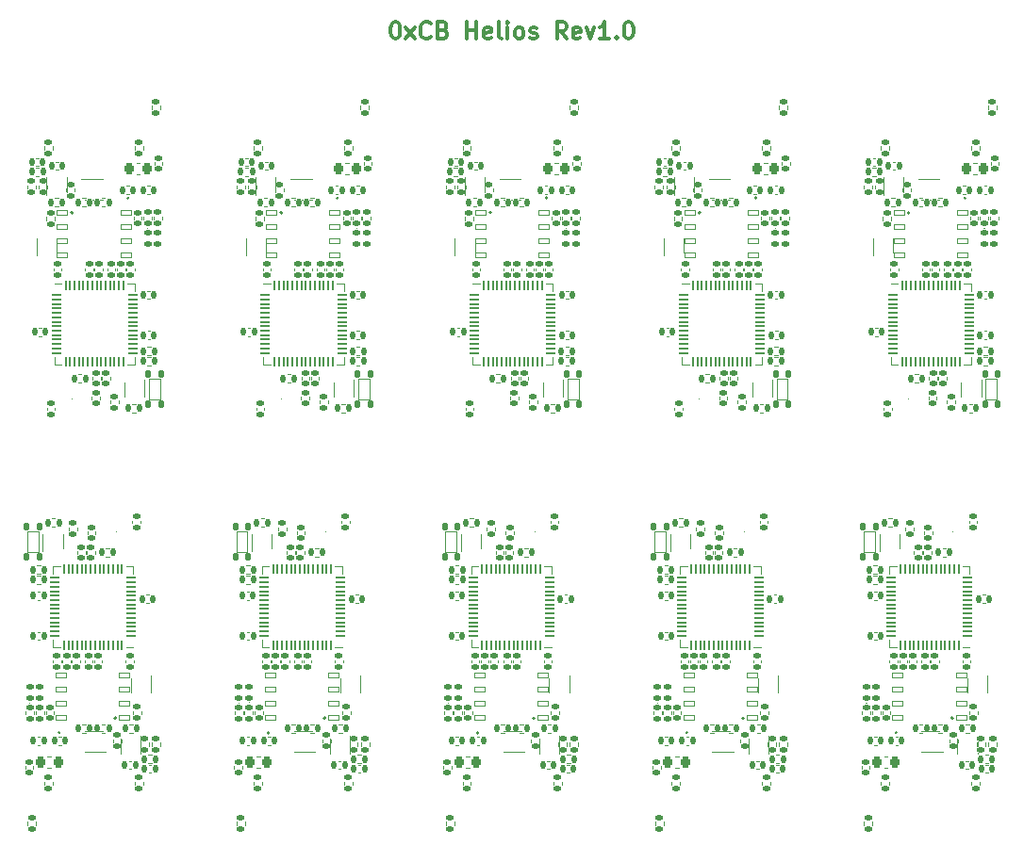
<source format=gbr>
%TF.GenerationSoftware,KiCad,Pcbnew,(6.0.7)*%
%TF.CreationDate,2022-09-17T18:54:00+02:00*%
%TF.ProjectId,panel,70616e65-6c2e-46b6-9963-61645f706362,rev1.0*%
%TF.SameCoordinates,Original*%
%TF.FileFunction,Legend,Top*%
%TF.FilePolarity,Positive*%
%FSLAX46Y46*%
G04 Gerber Fmt 4.6, Leading zero omitted, Abs format (unit mm)*
G04 Created by KiCad (PCBNEW (6.0.7)) date 2022-09-17 18:54:00*
%MOMM*%
%LPD*%
G01*
G04 APERTURE LIST*
G04 Aperture macros list*
%AMRoundRect*
0 Rectangle with rounded corners*
0 $1 Rounding radius*
0 $2 $3 $4 $5 $6 $7 $8 $9 X,Y pos of 4 corners*
0 Add a 4 corners polygon primitive as box body*
4,1,4,$2,$3,$4,$5,$6,$7,$8,$9,$2,$3,0*
0 Add four circle primitives for the rounded corners*
1,1,$1+$1,$2,$3*
1,1,$1+$1,$4,$5*
1,1,$1+$1,$6,$7*
1,1,$1+$1,$8,$9*
0 Add four rect primitives between the rounded corners*
20,1,$1+$1,$2,$3,$4,$5,0*
20,1,$1+$1,$4,$5,$6,$7,0*
20,1,$1+$1,$6,$7,$8,$9,0*
20,1,$1+$1,$8,$9,$2,$3,0*%
%AMFreePoly0*
4,1,6,1.000000,0.000000,0.500000,-0.750000,-0.500000,-0.750000,-0.500000,0.750000,0.500000,0.750000,1.000000,0.000000,1.000000,0.000000,$1*%
%AMFreePoly1*
4,1,6,0.500000,-0.750000,-0.650000,-0.750000,-0.150000,0.000000,-0.650000,0.750000,0.500000,0.750000,0.500000,-0.750000,0.500000,-0.750000,$1*%
G04 Aperture macros list end*
%ADD10C,0.300000*%
%ADD11C,0.120000*%
%ADD12C,0.100000*%
%ADD13C,0.141419*%
%ADD14C,0.200000*%
%ADD15C,0.010000*%
%ADD16RoundRect,0.140000X-0.140000X-0.170000X0.140000X-0.170000X0.140000X0.170000X-0.140000X0.170000X0*%
%ADD17FreePoly0,90.000000*%
%ADD18FreePoly1,90.000000*%
%ADD19RoundRect,0.050000X-0.387500X-0.050000X0.387500X-0.050000X0.387500X0.050000X-0.387500X0.050000X0*%
%ADD20RoundRect,0.050000X-0.050000X-0.387500X0.050000X-0.387500X0.050000X0.387500X-0.050000X0.387500X0*%
%ADD21R,3.200000X3.200000*%
%ADD22RoundRect,0.137500X-0.137500X0.212500X-0.137500X-0.212500X0.137500X-0.212500X0.137500X0.212500X0*%
%ADD23RoundRect,0.135000X-0.185000X0.135000X-0.185000X-0.135000X0.185000X-0.135000X0.185000X0.135000X0*%
%ADD24RoundRect,0.135000X-0.135000X-0.185000X0.135000X-0.185000X0.135000X0.185000X-0.135000X0.185000X0*%
%ADD25RoundRect,0.140000X0.140000X0.170000X-0.140000X0.170000X-0.140000X-0.170000X0.140000X-0.170000X0*%
%ADD26RoundRect,0.135000X0.185000X-0.135000X0.185000X0.135000X-0.185000X0.135000X-0.185000X-0.135000X0*%
%ADD27R,0.500000X0.375000*%
%ADD28R,0.650000X0.300000*%
%ADD29R,1.150000X1.000000*%
%ADD30R,0.340000X0.700000*%
%ADD31RoundRect,0.140000X0.170000X-0.140000X0.170000X0.140000X-0.170000X0.140000X-0.170000X-0.140000X0*%
%ADD32RoundRect,0.135000X0.135000X0.185000X-0.135000X0.185000X-0.135000X-0.185000X0.135000X-0.185000X0*%
%ADD33RoundRect,0.140000X-0.170000X0.140000X-0.170000X-0.140000X0.170000X-0.140000X0.170000X0.140000X0*%
%ADD34C,1.752600*%
%ADD35RoundRect,0.218750X0.218750X0.256250X-0.218750X0.256250X-0.218750X-0.256250X0.218750X-0.256250X0*%
%ADD36RoundRect,0.026400X0.493600X0.193600X-0.493600X0.193600X-0.493600X-0.193600X0.493600X-0.193600X0*%
%ADD37R,3.400000X4.300000*%
%ADD38RoundRect,0.147500X0.172500X-0.147500X0.172500X0.147500X-0.172500X0.147500X-0.172500X-0.147500X0*%
%ADD39R,0.600000X1.150000*%
%ADD40R,0.300000X1.150000*%
%ADD41O,1.000000X1.700000*%
%ADD42O,1.000000X2.100000*%
%ADD43RoundRect,0.050000X0.387500X0.050000X-0.387500X0.050000X-0.387500X-0.050000X0.387500X-0.050000X0*%
%ADD44RoundRect,0.050000X0.050000X0.387500X-0.050000X0.387500X-0.050000X-0.387500X0.050000X-0.387500X0*%
%ADD45RoundRect,0.218750X-0.218750X-0.256250X0.218750X-0.256250X0.218750X0.256250X-0.218750X0.256250X0*%
%ADD46RoundRect,0.137500X0.137500X-0.212500X0.137500X0.212500X-0.137500X0.212500X-0.137500X-0.212500X0*%
%ADD47C,2.000000*%
%ADD48RoundRect,0.147500X-0.172500X0.147500X-0.172500X-0.147500X0.172500X-0.147500X0.172500X0.147500X0*%
%ADD49RoundRect,0.026400X-0.493600X-0.193600X0.493600X-0.193600X0.493600X0.193600X-0.493600X0.193600X0*%
%ADD50FreePoly0,270.000000*%
%ADD51FreePoly1,270.000000*%
G04 APERTURE END LIST*
D10*
X56914285Y-16678571D02*
X57057142Y-16678571D01*
X57199999Y-16750000D01*
X57271428Y-16821428D01*
X57342857Y-16964285D01*
X57414285Y-17250000D01*
X57414285Y-17607142D01*
X57342857Y-17892857D01*
X57271428Y-18035714D01*
X57199999Y-18107142D01*
X57057142Y-18178571D01*
X56914285Y-18178571D01*
X56771428Y-18107142D01*
X56699999Y-18035714D01*
X56628571Y-17892857D01*
X56557142Y-17607142D01*
X56557142Y-17250000D01*
X56628571Y-16964285D01*
X56699999Y-16821428D01*
X56771428Y-16750000D01*
X56914285Y-16678571D01*
X57914285Y-18178571D02*
X58699999Y-17178571D01*
X57914285Y-17178571D02*
X58699999Y-18178571D01*
X60128571Y-18035714D02*
X60057142Y-18107142D01*
X59842857Y-18178571D01*
X59699999Y-18178571D01*
X59485714Y-18107142D01*
X59342857Y-17964285D01*
X59271428Y-17821428D01*
X59199999Y-17535714D01*
X59199999Y-17321428D01*
X59271428Y-17035714D01*
X59342857Y-16892857D01*
X59485714Y-16750000D01*
X59699999Y-16678571D01*
X59842857Y-16678571D01*
X60057142Y-16750000D01*
X60128571Y-16821428D01*
X61271428Y-17392857D02*
X61485714Y-17464285D01*
X61557142Y-17535714D01*
X61628571Y-17678571D01*
X61628571Y-17892857D01*
X61557142Y-18035714D01*
X61485714Y-18107142D01*
X61342857Y-18178571D01*
X60771428Y-18178571D01*
X60771428Y-16678571D01*
X61271428Y-16678571D01*
X61414285Y-16750000D01*
X61485714Y-16821428D01*
X61557142Y-16964285D01*
X61557142Y-17107142D01*
X61485714Y-17250000D01*
X61414285Y-17321428D01*
X61271428Y-17392857D01*
X60771428Y-17392857D01*
X63414285Y-18178571D02*
X63414285Y-16678571D01*
X63414285Y-17392857D02*
X64271428Y-17392857D01*
X64271428Y-18178571D02*
X64271428Y-16678571D01*
X65557142Y-18107142D02*
X65414285Y-18178571D01*
X65128571Y-18178571D01*
X64985714Y-18107142D01*
X64914285Y-17964285D01*
X64914285Y-17392857D01*
X64985714Y-17250000D01*
X65128571Y-17178571D01*
X65414285Y-17178571D01*
X65557142Y-17250000D01*
X65628571Y-17392857D01*
X65628571Y-17535714D01*
X64914285Y-17678571D01*
X66485714Y-18178571D02*
X66342857Y-18107142D01*
X66271428Y-17964285D01*
X66271428Y-16678571D01*
X67057142Y-18178571D02*
X67057142Y-17178571D01*
X67057142Y-16678571D02*
X66985714Y-16750000D01*
X67057142Y-16821428D01*
X67128571Y-16750000D01*
X67057142Y-16678571D01*
X67057142Y-16821428D01*
X67985714Y-18178571D02*
X67842857Y-18107142D01*
X67771428Y-18035714D01*
X67700000Y-17892857D01*
X67700000Y-17464285D01*
X67771428Y-17321428D01*
X67842857Y-17250000D01*
X67985714Y-17178571D01*
X68200000Y-17178571D01*
X68342857Y-17250000D01*
X68414285Y-17321428D01*
X68485714Y-17464285D01*
X68485714Y-17892857D01*
X68414285Y-18035714D01*
X68342857Y-18107142D01*
X68200000Y-18178571D01*
X67985714Y-18178571D01*
X69057142Y-18107142D02*
X69200000Y-18178571D01*
X69485714Y-18178571D01*
X69628571Y-18107142D01*
X69700000Y-17964285D01*
X69700000Y-17892857D01*
X69628571Y-17750000D01*
X69485714Y-17678571D01*
X69271428Y-17678571D01*
X69128571Y-17607142D01*
X69057142Y-17464285D01*
X69057142Y-17392857D01*
X69128571Y-17250000D01*
X69271428Y-17178571D01*
X69485714Y-17178571D01*
X69628571Y-17250000D01*
X72342857Y-18178571D02*
X71842857Y-17464285D01*
X71485714Y-18178571D02*
X71485714Y-16678571D01*
X72057142Y-16678571D01*
X72200000Y-16750000D01*
X72271428Y-16821428D01*
X72342857Y-16964285D01*
X72342857Y-17178571D01*
X72271428Y-17321428D01*
X72200000Y-17392857D01*
X72057142Y-17464285D01*
X71485714Y-17464285D01*
X73557142Y-18107142D02*
X73414285Y-18178571D01*
X73128571Y-18178571D01*
X72985714Y-18107142D01*
X72914285Y-17964285D01*
X72914285Y-17392857D01*
X72985714Y-17250000D01*
X73128571Y-17178571D01*
X73414285Y-17178571D01*
X73557142Y-17250000D01*
X73628571Y-17392857D01*
X73628571Y-17535714D01*
X72914285Y-17678571D01*
X74128571Y-17178571D02*
X74485714Y-18178571D01*
X74842857Y-17178571D01*
X76200000Y-18178571D02*
X75342857Y-18178571D01*
X75771428Y-18178571D02*
X75771428Y-16678571D01*
X75628571Y-16892857D01*
X75485714Y-17035714D01*
X75342857Y-17107142D01*
X76842857Y-18035714D02*
X76914285Y-18107142D01*
X76842857Y-18178571D01*
X76771428Y-18107142D01*
X76842857Y-18035714D01*
X76842857Y-18178571D01*
X77842857Y-16678571D02*
X77985714Y-16678571D01*
X78128571Y-16750000D01*
X78200000Y-16821428D01*
X78271428Y-16964285D01*
X78342857Y-17250000D01*
X78342857Y-17607142D01*
X78271428Y-17892857D01*
X78200000Y-18035714D01*
X78128571Y-18107142D01*
X77985714Y-18178571D01*
X77842857Y-18178571D01*
X77700000Y-18107142D01*
X77628571Y-18035714D01*
X77557142Y-17892857D01*
X77485714Y-17607142D01*
X77485714Y-17250000D01*
X77557142Y-16964285D01*
X77628571Y-16821428D01*
X77700000Y-16750000D01*
X77842857Y-16678571D01*
D11*
%TO.C,C1*%
X72397164Y-83420000D02*
X72612836Y-83420000D01*
X72397164Y-84140000D02*
X72612836Y-84140000D01*
%TO.C,U4*%
X108040000Y-40200000D02*
X108690000Y-40200000D01*
X108690000Y-40200000D02*
X108690000Y-40850000D01*
X102120000Y-47420000D02*
X101470000Y-47420000D01*
X108040000Y-47420000D02*
X108690000Y-47420000D01*
X101470000Y-47420000D02*
X101470000Y-46770000D01*
X102120000Y-40200000D02*
X101470000Y-40200000D01*
X108690000Y-47420000D02*
X108690000Y-46770000D01*
D12*
%TO.C,SW1*%
X91205000Y-48760000D02*
X92205000Y-48760000D01*
X92205000Y-48760000D02*
X92205000Y-50560000D01*
X92205000Y-50560000D02*
X91205000Y-50560000D01*
X91205000Y-50560000D02*
X91205000Y-48760000D01*
D11*
%TO.C,R11*%
X109270000Y-78576359D02*
X109270000Y-78883641D01*
X108510000Y-78576359D02*
X108510000Y-78883641D01*
%TO.C,R16*%
X81131359Y-67160000D02*
X81438641Y-67160000D01*
X81131359Y-66400000D02*
X81438641Y-66400000D01*
%TO.C,C12*%
X81392836Y-68590000D02*
X81177164Y-68590000D01*
X81392836Y-67870000D02*
X81177164Y-67870000D01*
%TO.C,R11*%
X26390000Y-34463641D02*
X26390000Y-34156359D01*
X25630000Y-34463641D02*
X25630000Y-34156359D01*
%TO.C,U1*%
X104215000Y-82230000D02*
X106115000Y-82230000D01*
X105815000Y-80430000D02*
X104215000Y-80430000D01*
%TO.C,Y1*%
X46720902Y-50560000D02*
G75*
G03*
X46720902Y-50560000I-55902J0D01*
G01*
%TO.C,U5*%
X26560000Y-36110000D02*
X26560000Y-37410000D01*
X24760000Y-37660000D02*
X24760000Y-36110000D01*
%TO.C,C4*%
X91057164Y-31410000D02*
X91272836Y-31410000D01*
X91057164Y-32130000D02*
X91272836Y-32130000D01*
%TO.C,C11*%
X85625000Y-64437836D02*
X85625000Y-64222164D01*
X86345000Y-64437836D02*
X86345000Y-64222164D01*
%TO.C,C6*%
X26305000Y-78857836D02*
X26305000Y-78642164D01*
X25585000Y-78857836D02*
X25585000Y-78642164D01*
%TO.C,R4*%
X71625000Y-81401359D02*
X71625000Y-81708641D01*
X72385000Y-81401359D02*
X72385000Y-81708641D01*
%TO.C,R11*%
X33390000Y-78576359D02*
X33390000Y-78883641D01*
X34150000Y-78576359D02*
X34150000Y-78883641D01*
%TO.C,C1*%
X34837164Y-84140000D02*
X35052836Y-84140000D01*
X34837164Y-83420000D02*
X35052836Y-83420000D01*
%TO.C,R16*%
X53768641Y-45880000D02*
X53461359Y-45880000D01*
X53768641Y-46640000D02*
X53461359Y-46640000D01*
%TO.C,R5*%
X24988641Y-29755000D02*
X24681359Y-29755000D01*
X24988641Y-30515000D02*
X24681359Y-30515000D01*
%TO.C,R11*%
X90490000Y-78576359D02*
X90490000Y-78883641D01*
X89730000Y-78576359D02*
X89730000Y-78883641D01*
%TO.C,C12*%
X53507164Y-45170000D02*
X53722836Y-45170000D01*
X53507164Y-44450000D02*
X53722836Y-44450000D01*
%TO.C,C2*%
X33277836Y-83095000D02*
X33062164Y-83095000D01*
X33277836Y-83815000D02*
X33062164Y-83815000D01*
%TO.C,C3*%
X99565000Y-83562164D02*
X99565000Y-83777836D01*
X98845000Y-83562164D02*
X98845000Y-83777836D01*
%TO.C,R17*%
X62658641Y-66285000D02*
X62351359Y-66285000D01*
X62658641Y-65525000D02*
X62351359Y-65525000D01*
%TO.C,R2*%
X28165000Y-31913641D02*
X28165000Y-31606359D01*
X27405000Y-31913641D02*
X27405000Y-31606359D01*
%TO.C,C14*%
X29975000Y-39017836D02*
X29975000Y-38802164D01*
X30695000Y-39017836D02*
X30695000Y-38802164D01*
%TO.C,R17*%
X25098641Y-65525000D02*
X24791359Y-65525000D01*
X25098641Y-66285000D02*
X24791359Y-66285000D01*
%TO.C,C3*%
X72895000Y-29477836D02*
X72895000Y-29262164D01*
X73615000Y-29477836D02*
X73615000Y-29262164D01*
D12*
%TO.C,SW1*%
X34865000Y-48760000D02*
X35865000Y-48760000D01*
X35865000Y-48760000D02*
X35865000Y-50560000D01*
X35865000Y-50560000D02*
X34865000Y-50560000D01*
X34865000Y-50560000D02*
X34865000Y-48760000D01*
D11*
%TO.C,R14*%
X50078641Y-63950000D02*
X49771359Y-63950000D01*
X50078641Y-64710000D02*
X49771359Y-64710000D01*
%TO.C,R3*%
X65200000Y-62076359D02*
X65200000Y-62383641D01*
X65960000Y-62076359D02*
X65960000Y-62383641D01*
%TO.C,R1*%
X89696359Y-51005000D02*
X90003641Y-51005000D01*
X89696359Y-51765000D02*
X90003641Y-51765000D01*
%TO.C,R9*%
X45161359Y-33270000D02*
X45468641Y-33270000D01*
X45161359Y-32510000D02*
X45468641Y-32510000D01*
%TO.C,C9*%
X102925000Y-74237836D02*
X102925000Y-74022164D01*
X102205000Y-74237836D02*
X102205000Y-74022164D01*
%TO.C,U2*%
D13*
X45645709Y-80555000D02*
G75*
G03*
X45645709Y-80555000I-70709J0D01*
G01*
D11*
%TO.C,C7*%
X30445000Y-50567836D02*
X30445000Y-50352164D01*
X29725000Y-50567836D02*
X29725000Y-50352164D01*
%TO.C,U5*%
X89560000Y-76930000D02*
X89560000Y-75630000D01*
X91360000Y-75380000D02*
X91360000Y-76930000D01*
%TO.C,R12*%
X47661359Y-32510000D02*
X47968641Y-32510000D01*
X47661359Y-33270000D02*
X47968641Y-33270000D01*
%TO.C,R8*%
X89915000Y-85233641D02*
X89915000Y-84926359D01*
X90675000Y-85233641D02*
X90675000Y-84926359D01*
%TO.C,FB1*%
X43485000Y-88546359D02*
X43485000Y-88853641D01*
X42725000Y-88546359D02*
X42725000Y-88853641D01*
%TO.C,R10*%
X111125000Y-34441141D02*
X111125000Y-34133859D01*
X110365000Y-34441141D02*
X110365000Y-34133859D01*
%TO.C,F1*%
X101177779Y-83690000D02*
X100852221Y-83690000D01*
X101177779Y-82670000D02*
X100852221Y-82670000D01*
%TO.C,R6*%
X72650000Y-81708641D02*
X72650000Y-81401359D01*
X73410000Y-81708641D02*
X73410000Y-81401359D01*
%TO.C,C17*%
X29845000Y-39017836D02*
X29845000Y-38802164D01*
X29125000Y-39017836D02*
X29125000Y-38802164D01*
%TO.C,R1*%
X108476359Y-51005000D02*
X108783641Y-51005000D01*
X108476359Y-51765000D02*
X108783641Y-51765000D01*
%TO.C,Q1*%
X32660000Y-50360000D02*
X32660000Y-49060000D01*
X34460000Y-48810000D02*
X34460000Y-50360000D01*
D14*
%TO.C,U3*%
X107065000Y-79235000D02*
G75*
G03*
X107065000Y-79235000I-100000J0D01*
G01*
D11*
%TO.C,R13*%
X106018641Y-32510000D02*
X105711359Y-32510000D01*
X106018641Y-33270000D02*
X105711359Y-33270000D01*
%TO.C,U5*%
X82900000Y-36110000D02*
X82900000Y-37410000D01*
X81100000Y-37660000D02*
X81100000Y-36110000D01*
%TO.C,C12*%
X72287164Y-44450000D02*
X72502836Y-44450000D01*
X72287164Y-45170000D02*
X72502836Y-45170000D01*
%TO.C,U2*%
D13*
X33055709Y-32485000D02*
G75*
G03*
X33055709Y-32485000I-70709J0D01*
G01*
D11*
%TO.C,C8*%
X71635000Y-61482164D02*
X71635000Y-61697836D01*
X70915000Y-61482164D02*
X70915000Y-61697836D01*
%TO.C,C6*%
X63145000Y-78857836D02*
X63145000Y-78642164D01*
X63865000Y-78857836D02*
X63865000Y-78642164D01*
%TO.C,R5*%
X72351359Y-82525000D02*
X72658641Y-82525000D01*
X72351359Y-83285000D02*
X72658641Y-83285000D01*
%TO.C,C3*%
X36055000Y-29477836D02*
X36055000Y-29262164D01*
X35335000Y-29477836D02*
X35335000Y-29262164D01*
%TO.C,C9*%
X84145000Y-74237836D02*
X84145000Y-74022164D01*
X83425000Y-74237836D02*
X83425000Y-74022164D01*
%TO.C,C10*%
X66215000Y-74237836D02*
X66215000Y-74022164D01*
X65495000Y-74237836D02*
X65495000Y-74022164D01*
%TO.C,C18*%
X89885000Y-39017836D02*
X89885000Y-38802164D01*
X89165000Y-39017836D02*
X89165000Y-38802164D01*
D12*
%TO.C,D1*%
X99325000Y-77857500D02*
G75*
G03*
X99325000Y-77857500I-50000J0D01*
G01*
D11*
%TO.C,R9*%
X33398641Y-79770000D02*
X33091359Y-79770000D01*
X33398641Y-80530000D02*
X33091359Y-80530000D01*
%TO.C,R12*%
X49678641Y-79770000D02*
X49371359Y-79770000D01*
X49678641Y-80530000D02*
X49371359Y-80530000D01*
%TO.C,C16*%
X45795000Y-39027836D02*
X45795000Y-38812164D01*
X45075000Y-39027836D02*
X45075000Y-38812164D01*
%TO.C,R11*%
X45170000Y-34463641D02*
X45170000Y-34156359D01*
X44410000Y-34463641D02*
X44410000Y-34156359D01*
X70950000Y-78576359D02*
X70950000Y-78883641D01*
X71710000Y-78576359D02*
X71710000Y-78883641D01*
%TO.C,R2*%
X50395000Y-81126359D02*
X50395000Y-81433641D01*
X51155000Y-81126359D02*
X51155000Y-81433641D01*
%TO.C,FB1*%
X99065000Y-88546359D02*
X99065000Y-88853641D01*
X99825000Y-88546359D02*
X99825000Y-88853641D01*
%TO.C,R9*%
X108518641Y-79770000D02*
X108211359Y-79770000D01*
X108518641Y-80530000D02*
X108211359Y-80530000D01*
%TO.C,C18*%
X26955000Y-74022164D02*
X26955000Y-74237836D01*
X26235000Y-74022164D02*
X26235000Y-74237836D01*
%TO.C,U1*%
X66645000Y-32610000D02*
X68245000Y-32610000D01*
X68245000Y-30810000D02*
X66345000Y-30810000D01*
%TO.C,R12*%
X68458641Y-79770000D02*
X68151359Y-79770000D01*
X68458641Y-80530000D02*
X68151359Y-80530000D01*
X104001359Y-32510000D02*
X104308641Y-32510000D01*
X104001359Y-33270000D02*
X104308641Y-33270000D01*
%TO.C,C4*%
X81402836Y-80910000D02*
X81187164Y-80910000D01*
X81402836Y-81630000D02*
X81187164Y-81630000D01*
%TO.C,R13*%
X104001359Y-79770000D02*
X104308641Y-79770000D01*
X104001359Y-80530000D02*
X104308641Y-80530000D01*
%TO.C,U4*%
X108550000Y-65620000D02*
X108550000Y-66270000D01*
X101980000Y-65620000D02*
X101330000Y-65620000D01*
X107900000Y-72840000D02*
X108550000Y-72840000D01*
X101980000Y-72840000D02*
X101330000Y-72840000D01*
X101330000Y-65620000D02*
X101330000Y-66270000D01*
X101330000Y-72840000D02*
X101330000Y-72190000D01*
X107900000Y-65620000D02*
X108550000Y-65620000D01*
%TO.C,C13*%
X100182836Y-72190000D02*
X99967164Y-72190000D01*
X100182836Y-71470000D02*
X99967164Y-71470000D01*
%TO.C,R11*%
X101510000Y-34463641D02*
X101510000Y-34156359D01*
X100750000Y-34463641D02*
X100750000Y-34156359D01*
%TO.C,R8*%
X108695000Y-85233641D02*
X108695000Y-84926359D01*
X109455000Y-85233641D02*
X109455000Y-84926359D01*
%TO.C,C9*%
X27085000Y-74237836D02*
X27085000Y-74022164D01*
X27805000Y-74237836D02*
X27805000Y-74022164D01*
%TO.C,R8*%
X71895000Y-85233641D02*
X71895000Y-84926359D01*
X71135000Y-85233641D02*
X71135000Y-84926359D01*
%TO.C,C1*%
X100062836Y-29620000D02*
X99847164Y-29620000D01*
X100062836Y-28900000D02*
X99847164Y-28900000D01*
%TO.C,C4*%
X72277164Y-32130000D02*
X72492836Y-32130000D01*
X72277164Y-31410000D02*
X72492836Y-31410000D01*
%TO.C,U4*%
X70340000Y-72840000D02*
X70990000Y-72840000D01*
X70990000Y-65620000D02*
X70990000Y-66270000D01*
X63770000Y-72840000D02*
X63770000Y-72190000D01*
X64420000Y-65620000D02*
X63770000Y-65620000D01*
X64420000Y-72840000D02*
X63770000Y-72840000D01*
X70340000Y-65620000D02*
X70990000Y-65620000D01*
X63770000Y-65620000D02*
X63770000Y-66270000D01*
%TO.C,R3*%
X68940000Y-50963641D02*
X68940000Y-50656359D01*
X69700000Y-50963641D02*
X69700000Y-50656359D01*
%TO.C,R6*%
X91430000Y-81708641D02*
X91430000Y-81401359D01*
X92190000Y-81708641D02*
X92190000Y-81401359D01*
%TO.C,C17*%
X66685000Y-39017836D02*
X66685000Y-38802164D01*
X67405000Y-39017836D02*
X67405000Y-38802164D01*
%TO.C,R15*%
X43445000Y-78598859D02*
X43445000Y-78906141D01*
X44205000Y-78598859D02*
X44205000Y-78906141D01*
%TO.C,Y1*%
X27940902Y-50560000D02*
G75*
G03*
X27940902Y-50560000I-55902J0D01*
G01*
%TO.C,R16*%
X24791359Y-66400000D02*
X25098641Y-66400000D01*
X24791359Y-67160000D02*
X25098641Y-67160000D01*
%TO.C,F1*%
X52502221Y-30370000D02*
X52827779Y-30370000D01*
X52502221Y-29350000D02*
X52827779Y-29350000D01*
%TO.C,R15*%
X81005000Y-78598859D02*
X81005000Y-78906141D01*
X81765000Y-78598859D02*
X81765000Y-78906141D01*
%TO.C,R6*%
X99050000Y-31331359D02*
X99050000Y-31638641D01*
X99810000Y-31331359D02*
X99810000Y-31638641D01*
%TO.C,R9*%
X52178641Y-80530000D02*
X51871359Y-80530000D01*
X52178641Y-79770000D02*
X51871359Y-79770000D01*
%TO.C,C6*%
X101425000Y-78857836D02*
X101425000Y-78642164D01*
X100705000Y-78857836D02*
X100705000Y-78642164D01*
%TO.C,R14*%
X31298641Y-63950000D02*
X30991359Y-63950000D01*
X31298641Y-64710000D02*
X30991359Y-64710000D01*
D12*
%TO.C,SW1*%
X43695000Y-64280000D02*
X42695000Y-64280000D01*
X42695000Y-64280000D02*
X42695000Y-62480000D01*
X42695000Y-62480000D02*
X43695000Y-62480000D01*
X43695000Y-62480000D02*
X43695000Y-64280000D01*
D11*
%TO.C,U5*%
X35020000Y-75380000D02*
X35020000Y-76930000D01*
X33220000Y-76930000D02*
X33220000Y-75630000D01*
%TO.C,C18*%
X83295000Y-74022164D02*
X83295000Y-74237836D01*
X82575000Y-74022164D02*
X82575000Y-74237836D01*
%TO.C,C19*%
X66715000Y-64437836D02*
X66715000Y-64222164D01*
X65995000Y-64437836D02*
X65995000Y-64222164D01*
%TO.C,R13*%
X68458641Y-32510000D02*
X68151359Y-32510000D01*
X68458641Y-33270000D02*
X68151359Y-33270000D01*
%TO.C,Y1*%
X103060902Y-50560000D02*
G75*
G03*
X103060902Y-50560000I-55902J0D01*
G01*
%TO.C,C18*%
X71105000Y-39017836D02*
X71105000Y-38802164D01*
X70385000Y-39017836D02*
X70385000Y-38802164D01*
%TO.C,C6*%
X82645000Y-78857836D02*
X82645000Y-78642164D01*
X81925000Y-78857836D02*
X81925000Y-78642164D01*
%TO.C,R8*%
X101325000Y-27806359D02*
X101325000Y-28113641D01*
X100565000Y-27806359D02*
X100565000Y-28113641D01*
%TO.C,C1*%
X24942836Y-29620000D02*
X24727164Y-29620000D01*
X24942836Y-28900000D02*
X24727164Y-28900000D01*
%TO.C,C2*%
X64062164Y-29945000D02*
X64277836Y-29945000D01*
X64062164Y-29225000D02*
X64277836Y-29225000D01*
%TO.C,U1*%
X29095000Y-82230000D02*
X30995000Y-82230000D01*
X30695000Y-80430000D02*
X29095000Y-80430000D01*
%TO.C,C18*%
X101355000Y-74022164D02*
X101355000Y-74237836D01*
X102075000Y-74022164D02*
X102075000Y-74237836D01*
%TO.C,U2*%
D13*
X101985709Y-80555000D02*
G75*
G03*
X101985709Y-80555000I-70709J0D01*
G01*
D11*
%TO.C,Y1*%
X50730902Y-62480000D02*
G75*
G03*
X50730902Y-62480000I-55902J0D01*
G01*
%TO.C,U4*%
X83200000Y-65620000D02*
X82550000Y-65620000D01*
X89120000Y-72840000D02*
X89770000Y-72840000D01*
X89770000Y-65620000D02*
X89770000Y-66270000D01*
X83200000Y-72840000D02*
X82550000Y-72840000D01*
X82550000Y-65620000D02*
X82550000Y-66270000D01*
X89120000Y-65620000D02*
X89770000Y-65620000D01*
X82550000Y-72840000D02*
X82550000Y-72190000D01*
%TO.C,C6*%
X89815000Y-34182164D02*
X89815000Y-34397836D01*
X90535000Y-34182164D02*
X90535000Y-34397836D01*
%TO.C,C8*%
X34075000Y-61482164D02*
X34075000Y-61697836D01*
X33355000Y-61482164D02*
X33355000Y-61697836D01*
X82045000Y-51557836D02*
X82045000Y-51342164D01*
X82765000Y-51557836D02*
X82765000Y-51342164D01*
%TO.C,U1*%
X87025000Y-30810000D02*
X85125000Y-30810000D01*
X85425000Y-32610000D02*
X87025000Y-32610000D01*
%TO.C,C11*%
X104895000Y-48602164D02*
X104895000Y-48817836D01*
X105615000Y-48602164D02*
X105615000Y-48817836D01*
X48555000Y-48602164D02*
X48555000Y-48817836D01*
X49275000Y-48602164D02*
X49275000Y-48817836D01*
%TO.C,R14*%
X66041359Y-48330000D02*
X66348641Y-48330000D01*
X66041359Y-49090000D02*
X66348641Y-49090000D01*
%TO.C,C17*%
X49435000Y-74022164D02*
X49435000Y-74237836D01*
X48715000Y-74022164D02*
X48715000Y-74237836D01*
%TO.C,FB1*%
X35835000Y-24493641D02*
X35835000Y-24186359D01*
X35075000Y-24493641D02*
X35075000Y-24186359D01*
%TO.C,C13*%
X34717164Y-40850000D02*
X34932836Y-40850000D01*
X34717164Y-41570000D02*
X34932836Y-41570000D01*
%TO.C,C9*%
X88315000Y-38802164D02*
X88315000Y-39017836D01*
X89035000Y-38802164D02*
X89035000Y-39017836D01*
%TO.C,R2*%
X102525000Y-31913641D02*
X102525000Y-31606359D01*
X103285000Y-31913641D02*
X103285000Y-31606359D01*
%TO.C,C10*%
X69405000Y-38802164D02*
X69405000Y-39017836D01*
X68685000Y-38802164D02*
X68685000Y-39017836D01*
%TO.C,R2*%
X32375000Y-81126359D02*
X32375000Y-81433641D01*
X31615000Y-81126359D02*
X31615000Y-81433641D01*
%TO.C,U5*%
X72580000Y-75380000D02*
X72580000Y-76930000D01*
X70780000Y-76930000D02*
X70780000Y-75630000D01*
%TO.C,R4*%
X109945000Y-81401359D02*
X109945000Y-81708641D01*
X109185000Y-81401359D02*
X109185000Y-81708641D01*
%TO.C,C5*%
X101867164Y-80910000D02*
X102082836Y-80910000D01*
X101867164Y-81630000D02*
X102082836Y-81630000D01*
%TO.C,R7*%
X63005000Y-85233641D02*
X63005000Y-84926359D01*
X63765000Y-85233641D02*
X63765000Y-84926359D01*
%TO.C,R4*%
X24955000Y-31638641D02*
X24955000Y-31331359D01*
X25715000Y-31638641D02*
X25715000Y-31331359D01*
%TO.C,R12*%
X66441359Y-32510000D02*
X66748641Y-32510000D01*
X66441359Y-33270000D02*
X66748641Y-33270000D01*
%TO.C,C15*%
X43947836Y-44175000D02*
X43732164Y-44175000D01*
X43947836Y-44895000D02*
X43732164Y-44895000D01*
%TO.C,FB1*%
X62265000Y-88546359D02*
X62265000Y-88853641D01*
X61505000Y-88546359D02*
X61505000Y-88853641D01*
%TO.C,C15*%
X34612164Y-68145000D02*
X34827836Y-68145000D01*
X34612164Y-68865000D02*
X34827836Y-68865000D01*
%TO.C,C6*%
X44365000Y-78857836D02*
X44365000Y-78642164D01*
X45085000Y-78857836D02*
X45085000Y-78642164D01*
D12*
%TO.C,SW1*%
X109985000Y-48760000D02*
X110985000Y-48760000D01*
X110985000Y-48760000D02*
X110985000Y-50560000D01*
X110985000Y-50560000D02*
X109985000Y-50560000D01*
X109985000Y-50560000D02*
X109985000Y-48760000D01*
D11*
%TO.C,C3*%
X54835000Y-29477836D02*
X54835000Y-29262164D01*
X54115000Y-29477836D02*
X54115000Y-29262164D01*
%TO.C,C6*%
X108595000Y-34182164D02*
X108595000Y-34397836D01*
X109315000Y-34182164D02*
X109315000Y-34397836D01*
%TO.C,C16*%
X33485000Y-74012164D02*
X33485000Y-74227836D01*
X32765000Y-74012164D02*
X32765000Y-74227836D01*
%TO.C,C19*%
X86965000Y-48602164D02*
X86965000Y-48817836D01*
X87685000Y-48602164D02*
X87685000Y-48817836D01*
%TO.C,R4*%
X63275000Y-31638641D02*
X63275000Y-31331359D01*
X62515000Y-31638641D02*
X62515000Y-31331359D01*
%TO.C,R17*%
X34681359Y-46755000D02*
X34988641Y-46755000D01*
X34681359Y-47515000D02*
X34988641Y-47515000D01*
%TO.C,C14*%
X86315000Y-39017836D02*
X86315000Y-38802164D01*
X87035000Y-39017836D02*
X87035000Y-38802164D01*
%TO.C,FB1*%
X72635000Y-24493641D02*
X72635000Y-24186359D01*
X73395000Y-24493641D02*
X73395000Y-24186359D01*
%TO.C,C2*%
X89617836Y-83095000D02*
X89402164Y-83095000D01*
X89617836Y-83815000D02*
X89402164Y-83815000D01*
%TO.C,R15*%
X100545000Y-78598859D02*
X100545000Y-78906141D01*
X99785000Y-78598859D02*
X99785000Y-78906141D01*
%TO.C,C3*%
X92395000Y-29477836D02*
X92395000Y-29262164D01*
X91675000Y-29477836D02*
X91675000Y-29262164D01*
%TO.C,C18*%
X33545000Y-39017836D02*
X33545000Y-38802164D01*
X32825000Y-39017836D02*
X32825000Y-38802164D01*
%TO.C,U2*%
D13*
X64425709Y-80555000D02*
G75*
G03*
X64425709Y-80555000I-70709J0D01*
G01*
D11*
%TO.C,U5*%
X99880000Y-37660000D02*
X99880000Y-36110000D01*
X101680000Y-36110000D02*
X101680000Y-37410000D01*
%TO.C,C9*%
X31975000Y-38802164D02*
X31975000Y-39017836D01*
X32695000Y-38802164D02*
X32695000Y-39017836D01*
%TO.C,FB1*%
X53855000Y-24493641D02*
X53855000Y-24186359D01*
X54615000Y-24493641D02*
X54615000Y-24186359D01*
D12*
%TO.C,D1*%
X61765000Y-77857500D02*
G75*
G03*
X61765000Y-77857500I-50000J0D01*
G01*
D11*
%TO.C,U5*%
X108340000Y-76930000D02*
X108340000Y-75630000D01*
X110140000Y-75380000D02*
X110140000Y-76930000D01*
%TO.C,C7*%
X49225000Y-50567836D02*
X49225000Y-50352164D01*
X48505000Y-50567836D02*
X48505000Y-50352164D01*
%TO.C,R7*%
X44985000Y-85233641D02*
X44985000Y-84926359D01*
X44225000Y-85233641D02*
X44225000Y-84926359D01*
%TO.C,U4*%
X26860000Y-65620000D02*
X26210000Y-65620000D01*
X26860000Y-72840000D02*
X26210000Y-72840000D01*
X33430000Y-65620000D02*
X33430000Y-66270000D01*
X32780000Y-65620000D02*
X33430000Y-65620000D01*
X26210000Y-65620000D02*
X26210000Y-66270000D01*
X32780000Y-72840000D02*
X33430000Y-72840000D01*
X26210000Y-72840000D02*
X26210000Y-72190000D01*
%TO.C,Y1*%
X88290902Y-62480000D02*
G75*
G03*
X88290902Y-62480000I-55902J0D01*
G01*
%TO.C,R5*%
X81328641Y-29755000D02*
X81021359Y-29755000D01*
X81328641Y-30515000D02*
X81021359Y-30515000D01*
%TO.C,R4*%
X90405000Y-81401359D02*
X90405000Y-81708641D01*
X91165000Y-81401359D02*
X91165000Y-81708641D01*
%TO.C,Y1*%
X84280902Y-50560000D02*
G75*
G03*
X84280902Y-50560000I-55902J0D01*
G01*
%TO.C,R4*%
X82055000Y-31638641D02*
X82055000Y-31331359D01*
X81295000Y-31638641D02*
X81295000Y-31331359D01*
%TO.C,C13*%
X72277164Y-41570000D02*
X72492836Y-41570000D01*
X72277164Y-40850000D02*
X72492836Y-40850000D01*
%TO.C,F1*%
X26057779Y-82670000D02*
X25732221Y-82670000D01*
X26057779Y-83690000D02*
X25732221Y-83690000D01*
%TO.C,R5*%
X100108641Y-29755000D02*
X99801359Y-29755000D01*
X100108641Y-30515000D02*
X99801359Y-30515000D01*
%TO.C,F1*%
X33722221Y-30370000D02*
X34047779Y-30370000D01*
X33722221Y-29350000D02*
X34047779Y-29350000D01*
%TO.C,C7*%
X105175000Y-62472164D02*
X105175000Y-62687836D01*
X104455000Y-62472164D02*
X104455000Y-62687836D01*
%TO.C,Q2*%
X52900000Y-80855000D02*
X52900000Y-82405000D01*
X51100000Y-82405000D02*
X51100000Y-81105000D01*
%TO.C,R13*%
X85221359Y-79770000D02*
X85528641Y-79770000D01*
X85221359Y-80530000D02*
X85528641Y-80530000D01*
%TO.C,C18*%
X52325000Y-39017836D02*
X52325000Y-38802164D01*
X51605000Y-39017836D02*
X51605000Y-38802164D01*
%TO.C,C8*%
X52855000Y-61482164D02*
X52855000Y-61697836D01*
X52135000Y-61482164D02*
X52135000Y-61697836D01*
%TO.C,R14*%
X87638641Y-64710000D02*
X87331359Y-64710000D01*
X87638641Y-63950000D02*
X87331359Y-63950000D01*
%TO.C,FB1*%
X23945000Y-88546359D02*
X23945000Y-88853641D01*
X24705000Y-88546359D02*
X24705000Y-88853641D01*
%TO.C,R1*%
X70916359Y-51765000D02*
X71223641Y-51765000D01*
X70916359Y-51005000D02*
X71223641Y-51005000D01*
%TO.C,C19*%
X47935000Y-64437836D02*
X47935000Y-64222164D01*
X47215000Y-64437836D02*
X47215000Y-64222164D01*
%TO.C,C1*%
X53617164Y-83420000D02*
X53832836Y-83420000D01*
X53617164Y-84140000D02*
X53832836Y-84140000D01*
%TO.C,Y1*%
X69510902Y-62480000D02*
G75*
G03*
X69510902Y-62480000I-55902J0D01*
G01*
%TO.C,C3*%
X42505000Y-83562164D02*
X42505000Y-83777836D01*
X43225000Y-83562164D02*
X43225000Y-83777836D01*
%TO.C,C8*%
X108475000Y-61482164D02*
X108475000Y-61697836D01*
X109195000Y-61482164D02*
X109195000Y-61697836D01*
%TO.C,C15*%
X109732164Y-68145000D02*
X109947836Y-68145000D01*
X109732164Y-68865000D02*
X109947836Y-68865000D01*
%TO.C,C16*%
X71045000Y-74012164D02*
X71045000Y-74227836D01*
X70325000Y-74012164D02*
X70325000Y-74227836D01*
%TO.C,Q2*%
X25660000Y-32185000D02*
X25660000Y-30635000D01*
X27460000Y-30635000D02*
X27460000Y-31935000D01*
%TO.C,C5*%
X45527164Y-80910000D02*
X45742836Y-80910000D01*
X45527164Y-81630000D02*
X45742836Y-81630000D01*
%TO.C,C11*%
X29775000Y-48602164D02*
X29775000Y-48817836D01*
X30495000Y-48602164D02*
X30495000Y-48817836D01*
D12*
%TO.C,D2*%
X100215000Y-77847500D02*
G75*
G03*
X100215000Y-77847500I-50000J0D01*
G01*
%TO.C,D1*%
X42985000Y-77857500D02*
G75*
G03*
X42985000Y-77857500I-50000J0D01*
G01*
D11*
%TO.C,C15*%
X53392164Y-68145000D02*
X53607836Y-68145000D01*
X53392164Y-68865000D02*
X53607836Y-68865000D01*
%TO.C,C16*%
X89825000Y-74012164D02*
X89825000Y-74227836D01*
X89105000Y-74012164D02*
X89105000Y-74227836D01*
%TO.C,R17*%
X100218641Y-66285000D02*
X99911359Y-66285000D01*
X100218641Y-65525000D02*
X99911359Y-65525000D01*
%TO.C,R7*%
X108695000Y-27806359D02*
X108695000Y-28113641D01*
X109455000Y-27806359D02*
X109455000Y-28113641D01*
%TO.C,R12*%
X28881359Y-33270000D02*
X29188641Y-33270000D01*
X28881359Y-32510000D02*
X29188641Y-32510000D01*
%TO.C,C15*%
X100287836Y-44895000D02*
X100072164Y-44895000D01*
X100287836Y-44175000D02*
X100072164Y-44175000D01*
%TO.C,C5*%
X108152836Y-32130000D02*
X107937164Y-32130000D01*
X108152836Y-31410000D02*
X107937164Y-31410000D01*
%TO.C,C16*%
X108605000Y-74012164D02*
X108605000Y-74227836D01*
X107885000Y-74012164D02*
X107885000Y-74227836D01*
%TO.C,R6*%
X110970000Y-81708641D02*
X110970000Y-81401359D01*
X110210000Y-81708641D02*
X110210000Y-81401359D01*
%TO.C,R10*%
X61335000Y-78598859D02*
X61335000Y-78906141D01*
X62095000Y-78598859D02*
X62095000Y-78906141D01*
%TO.C,C7*%
X67285000Y-50567836D02*
X67285000Y-50352164D01*
X68005000Y-50567836D02*
X68005000Y-50352164D01*
%TO.C,C11*%
X105125000Y-64437836D02*
X105125000Y-64222164D01*
X104405000Y-64437836D02*
X104405000Y-64222164D01*
D12*
%TO.C,D1*%
X80545000Y-77857500D02*
G75*
G03*
X80545000Y-77857500I-50000J0D01*
G01*
%TO.C,D2*%
X34785000Y-35192500D02*
G75*
G03*
X34785000Y-35192500I-50000J0D01*
G01*
D11*
%TO.C,Q2*%
X69880000Y-82405000D02*
X69880000Y-81105000D01*
X71680000Y-80855000D02*
X71680000Y-82405000D01*
%TO.C,C18*%
X107945000Y-39017836D02*
X107945000Y-38802164D01*
X108665000Y-39017836D02*
X108665000Y-38802164D01*
D12*
%TO.C,D1*%
X35675000Y-35182500D02*
G75*
G03*
X35675000Y-35182500I-50000J0D01*
G01*
D11*
%TO.C,C19*%
X31345000Y-48602164D02*
X31345000Y-48817836D01*
X30625000Y-48602164D02*
X30625000Y-48817836D01*
%TO.C,R7*%
X33575000Y-27806359D02*
X33575000Y-28113641D01*
X34335000Y-27806359D02*
X34335000Y-28113641D01*
%TO.C,C12*%
X62612836Y-68590000D02*
X62397164Y-68590000D01*
X62612836Y-67870000D02*
X62397164Y-67870000D01*
D14*
%TO.C,U3*%
X84375000Y-33805000D02*
G75*
G03*
X84375000Y-33805000I-100000J0D01*
G01*
D11*
%TO.C,R4*%
X100075000Y-31638641D02*
X100075000Y-31331359D01*
X100835000Y-31638641D02*
X100835000Y-31331359D01*
%TO.C,R2*%
X69175000Y-81126359D02*
X69175000Y-81433641D01*
X69935000Y-81126359D02*
X69935000Y-81433641D01*
%TO.C,R7*%
X25445000Y-85233641D02*
X25445000Y-84926359D01*
X26205000Y-85233641D02*
X26205000Y-84926359D01*
%TO.C,R10*%
X54785000Y-34441141D02*
X54785000Y-34133859D01*
X54025000Y-34441141D02*
X54025000Y-34133859D01*
%TO.C,C7*%
X48835000Y-62472164D02*
X48835000Y-62687836D01*
X48115000Y-62472164D02*
X48115000Y-62687836D01*
D14*
%TO.C,U3*%
X50725000Y-79235000D02*
G75*
G03*
X50725000Y-79235000I-100000J0D01*
G01*
D11*
%TO.C,R15*%
X62985000Y-78598859D02*
X62985000Y-78906141D01*
X62225000Y-78598859D02*
X62225000Y-78906141D01*
X53895000Y-34441141D02*
X53895000Y-34133859D01*
X53135000Y-34441141D02*
X53135000Y-34133859D01*
%TO.C,U1*%
X47865000Y-32610000D02*
X49465000Y-32610000D01*
X49465000Y-30810000D02*
X47565000Y-30810000D01*
%TO.C,C13*%
X53497164Y-40850000D02*
X53712836Y-40850000D01*
X53497164Y-41570000D02*
X53712836Y-41570000D01*
D14*
%TO.C,U3*%
X88285000Y-79235000D02*
G75*
G03*
X88285000Y-79235000I-100000J0D01*
G01*
D11*
%TO.C,R12*%
X106018641Y-80530000D02*
X105711359Y-80530000D01*
X106018641Y-79770000D02*
X105711359Y-79770000D01*
%TO.C,R14*%
X68858641Y-63950000D02*
X68551359Y-63950000D01*
X68858641Y-64710000D02*
X68551359Y-64710000D01*
%TO.C,C10*%
X28655000Y-74237836D02*
X28655000Y-74022164D01*
X27935000Y-74237836D02*
X27935000Y-74022164D01*
%TO.C,C1*%
X43722836Y-29620000D02*
X43507164Y-29620000D01*
X43722836Y-28900000D02*
X43507164Y-28900000D01*
D12*
%TO.C,SW1*%
X62475000Y-64280000D02*
X61475000Y-64280000D01*
X61475000Y-64280000D02*
X61475000Y-62480000D01*
X61475000Y-62480000D02*
X62475000Y-62480000D01*
X62475000Y-62480000D02*
X62475000Y-64280000D01*
D11*
%TO.C,R5*%
X43768641Y-29755000D02*
X43461359Y-29755000D01*
X43768641Y-30515000D02*
X43461359Y-30515000D01*
%TO.C,C19*%
X50125000Y-48602164D02*
X50125000Y-48817836D01*
X49405000Y-48602164D02*
X49405000Y-48817836D01*
%TO.C,U2*%
D13*
X89395709Y-32485000D02*
G75*
G03*
X89395709Y-32485000I-70709J0D01*
G01*
D11*
%TO.C,C2*%
X45282164Y-29945000D02*
X45497836Y-29945000D01*
X45282164Y-29225000D02*
X45497836Y-29225000D01*
%TO.C,C16*%
X82635000Y-39027836D02*
X82635000Y-38812164D01*
X83355000Y-39027836D02*
X83355000Y-38812164D01*
%TO.C,C15*%
X72172164Y-68865000D02*
X72387836Y-68865000D01*
X72172164Y-68145000D02*
X72387836Y-68145000D01*
%TO.C,U2*%
D13*
X26865709Y-80555000D02*
G75*
G03*
X26865709Y-80555000I-70709J0D01*
G01*
D11*
%TO.C,R3*%
X87720000Y-50963641D02*
X87720000Y-50656359D01*
X88480000Y-50963641D02*
X88480000Y-50656359D01*
X107260000Y-50963641D02*
X107260000Y-50656359D01*
X106500000Y-50963641D02*
X106500000Y-50656359D01*
%TO.C,C10*%
X87465000Y-38802164D02*
X87465000Y-39017836D01*
X88185000Y-38802164D02*
X88185000Y-39017836D01*
%TO.C,R14*%
X28481359Y-48330000D02*
X28788641Y-48330000D01*
X28481359Y-49090000D02*
X28788641Y-49090000D01*
%TO.C,R2*%
X107495000Y-81126359D02*
X107495000Y-81433641D01*
X106735000Y-81126359D02*
X106735000Y-81433641D01*
%TO.C,C17*%
X105055000Y-74022164D02*
X105055000Y-74237836D01*
X105775000Y-74022164D02*
X105775000Y-74237836D01*
X85465000Y-39017836D02*
X85465000Y-38802164D01*
X86185000Y-39017836D02*
X86185000Y-38802164D01*
%TO.C,C8*%
X63265000Y-51557836D02*
X63265000Y-51342164D01*
X63985000Y-51557836D02*
X63985000Y-51342164D01*
%TO.C,C9*%
X45865000Y-74237836D02*
X45865000Y-74022164D01*
X46585000Y-74237836D02*
X46585000Y-74022164D01*
%TO.C,C19*%
X68905000Y-48602164D02*
X68905000Y-48817836D01*
X68185000Y-48602164D02*
X68185000Y-48817836D01*
%TO.C,R16*%
X110108641Y-46640000D02*
X109801359Y-46640000D01*
X110108641Y-45880000D02*
X109801359Y-45880000D01*
X91328641Y-45880000D02*
X91021359Y-45880000D01*
X91328641Y-46640000D02*
X91021359Y-46640000D01*
X62351359Y-67160000D02*
X62658641Y-67160000D01*
X62351359Y-66400000D02*
X62658641Y-66400000D01*
%TO.C,Q1*%
X100440000Y-64230000D02*
X100440000Y-62680000D01*
X102240000Y-62680000D02*
X102240000Y-63980000D01*
%TO.C,C9*%
X69535000Y-38802164D02*
X69535000Y-39017836D01*
X70255000Y-38802164D02*
X70255000Y-39017836D01*
%TO.C,R12*%
X85221359Y-32510000D02*
X85528641Y-32510000D01*
X85221359Y-33270000D02*
X85528641Y-33270000D01*
%TO.C,Y1*%
X107070902Y-62480000D02*
G75*
G03*
X107070902Y-62480000I-55902J0D01*
G01*
%TO.C,R3*%
X103520000Y-62076359D02*
X103520000Y-62383641D01*
X102760000Y-62076359D02*
X102760000Y-62383641D01*
%TO.C,R4*%
X43735000Y-31638641D02*
X43735000Y-31331359D01*
X44495000Y-31638641D02*
X44495000Y-31331359D01*
%TO.C,R10*%
X72805000Y-34441141D02*
X72805000Y-34133859D01*
X73565000Y-34441141D02*
X73565000Y-34133859D01*
%TO.C,C17*%
X47905000Y-39017836D02*
X47905000Y-38802164D01*
X48625000Y-39017836D02*
X48625000Y-38802164D01*
%TO.C,Q1*%
X45900000Y-62680000D02*
X45900000Y-63980000D01*
X44100000Y-64230000D02*
X44100000Y-62680000D01*
%TO.C,C14*%
X86145000Y-74022164D02*
X86145000Y-74237836D01*
X85425000Y-74022164D02*
X85425000Y-74237836D01*
%TO.C,R16*%
X43571359Y-67160000D02*
X43878641Y-67160000D01*
X43571359Y-66400000D02*
X43878641Y-66400000D01*
%TO.C,U5*%
X62320000Y-37660000D02*
X62320000Y-36110000D01*
X64120000Y-36110000D02*
X64120000Y-37410000D01*
%TO.C,R10*%
X99655000Y-78598859D02*
X99655000Y-78906141D01*
X98895000Y-78598859D02*
X98895000Y-78906141D01*
%TO.C,Q1*%
X53240000Y-48810000D02*
X53240000Y-50360000D01*
X51440000Y-50360000D02*
X51440000Y-49060000D01*
%TO.C,Y1*%
X31950902Y-62480000D02*
G75*
G03*
X31950902Y-62480000I-55902J0D01*
G01*
%TO.C,C10*%
X106245000Y-38802164D02*
X106245000Y-39017836D01*
X106965000Y-38802164D02*
X106965000Y-39017836D01*
%TO.C,C4*%
X25062836Y-81630000D02*
X24847164Y-81630000D01*
X25062836Y-80910000D02*
X24847164Y-80910000D01*
D12*
%TO.C,D1*%
X54455000Y-35182500D02*
G75*
G03*
X54455000Y-35182500I-50000J0D01*
G01*
D11*
%TO.C,R6*%
X24690000Y-31331359D02*
X24690000Y-31638641D01*
X23930000Y-31331359D02*
X23930000Y-31638641D01*
%TO.C,C15*%
X62727836Y-44175000D02*
X62512164Y-44175000D01*
X62727836Y-44895000D02*
X62512164Y-44895000D01*
D12*
%TO.C,D2*%
X43875000Y-77847500D02*
G75*
G03*
X43875000Y-77847500I-50000J0D01*
G01*
D11*
%TO.C,R16*%
X34988641Y-46640000D02*
X34681359Y-46640000D01*
X34988641Y-45880000D02*
X34681359Y-45880000D01*
%TO.C,R8*%
X52355000Y-85233641D02*
X52355000Y-84926359D01*
X53115000Y-85233641D02*
X53115000Y-84926359D01*
%TO.C,R2*%
X64965000Y-31913641D02*
X64965000Y-31606359D01*
X65725000Y-31913641D02*
X65725000Y-31606359D01*
D12*
%TO.C,D2*%
X72345000Y-35192500D02*
G75*
G03*
X72345000Y-35192500I-50000J0D01*
G01*
D11*
%TO.C,R2*%
X46945000Y-31913641D02*
X46945000Y-31606359D01*
X46185000Y-31913641D02*
X46185000Y-31606359D01*
%TO.C,FB1*%
X110955000Y-24493641D02*
X110955000Y-24186359D01*
X110195000Y-24493641D02*
X110195000Y-24186359D01*
%TO.C,R3*%
X32140000Y-50963641D02*
X32140000Y-50656359D01*
X31380000Y-50963641D02*
X31380000Y-50656359D01*
%TO.C,R17*%
X72241359Y-46755000D02*
X72548641Y-46755000D01*
X72241359Y-47515000D02*
X72548641Y-47515000D01*
%TO.C,C17*%
X104245000Y-39017836D02*
X104245000Y-38802164D01*
X104965000Y-39017836D02*
X104965000Y-38802164D01*
X68215000Y-74022164D02*
X68215000Y-74237836D01*
X67495000Y-74022164D02*
X67495000Y-74237836D01*
%TO.C,C3*%
X24445000Y-83562164D02*
X24445000Y-83777836D01*
X23725000Y-83562164D02*
X23725000Y-83777836D01*
%TO.C,C11*%
X29285000Y-64437836D02*
X29285000Y-64222164D01*
X30005000Y-64437836D02*
X30005000Y-64222164D01*
%TO.C,C6*%
X33475000Y-34182164D02*
X33475000Y-34397836D01*
X34195000Y-34182164D02*
X34195000Y-34397836D01*
%TO.C,F1*%
X82397779Y-83690000D02*
X82072221Y-83690000D01*
X82397779Y-82670000D02*
X82072221Y-82670000D01*
%TO.C,R16*%
X72548641Y-46640000D02*
X72241359Y-46640000D01*
X72548641Y-45880000D02*
X72241359Y-45880000D01*
D14*
%TO.C,U3*%
X28035000Y-33805000D02*
G75*
G03*
X28035000Y-33805000I-100000J0D01*
G01*
D11*
%TO.C,R5*%
X62548641Y-30515000D02*
X62241359Y-30515000D01*
X62548641Y-29755000D02*
X62241359Y-29755000D01*
%TO.C,C18*%
X45015000Y-74022164D02*
X45015000Y-74237836D01*
X45735000Y-74022164D02*
X45735000Y-74237836D01*
%TO.C,C11*%
X48065000Y-64437836D02*
X48065000Y-64222164D01*
X48785000Y-64437836D02*
X48785000Y-64222164D01*
%TO.C,C7*%
X30055000Y-62472164D02*
X30055000Y-62687836D01*
X29335000Y-62472164D02*
X29335000Y-62687836D01*
%TO.C,F1*%
X108842221Y-30370000D02*
X109167779Y-30370000D01*
X108842221Y-29350000D02*
X109167779Y-29350000D01*
%TO.C,C15*%
X25167836Y-44895000D02*
X24952164Y-44895000D01*
X25167836Y-44175000D02*
X24952164Y-44175000D01*
%TO.C,R17*%
X43878641Y-65525000D02*
X43571359Y-65525000D01*
X43878641Y-66285000D02*
X43571359Y-66285000D01*
%TO.C,R9*%
X63941359Y-32510000D02*
X64248641Y-32510000D01*
X63941359Y-33270000D02*
X64248641Y-33270000D01*
%TO.C,R10*%
X23775000Y-78598859D02*
X23775000Y-78906141D01*
X24535000Y-78598859D02*
X24535000Y-78906141D01*
%TO.C,R7*%
X90675000Y-27806359D02*
X90675000Y-28113641D01*
X89915000Y-27806359D02*
X89915000Y-28113641D01*
%TO.C,R9*%
X26381359Y-32510000D02*
X26688641Y-32510000D01*
X26381359Y-33270000D02*
X26688641Y-33270000D01*
D12*
%TO.C,D1*%
X73235000Y-35182500D02*
G75*
G03*
X73235000Y-35182500I-50000J0D01*
G01*
D11*
%TO.C,R15*%
X110235000Y-34441141D02*
X110235000Y-34133859D01*
X109475000Y-34441141D02*
X109475000Y-34133859D01*
%TO.C,C8*%
X25705000Y-51557836D02*
X25705000Y-51342164D01*
X26425000Y-51557836D02*
X26425000Y-51342164D01*
D14*
%TO.C,U3*%
X65595000Y-33805000D02*
G75*
G03*
X65595000Y-33805000I-100000J0D01*
G01*
D12*
%TO.C,SW1*%
X72425000Y-48760000D02*
X73425000Y-48760000D01*
X73425000Y-48760000D02*
X73425000Y-50560000D01*
X73425000Y-50560000D02*
X72425000Y-50560000D01*
X72425000Y-50560000D02*
X72425000Y-48760000D01*
D11*
%TO.C,Q1*%
X81660000Y-64230000D02*
X81660000Y-62680000D01*
X83460000Y-62680000D02*
X83460000Y-63980000D01*
X90800000Y-48810000D02*
X90800000Y-50360000D01*
X89000000Y-50360000D02*
X89000000Y-49060000D01*
%TO.C,R1*%
X63983641Y-62035000D02*
X63676359Y-62035000D01*
X63983641Y-61275000D02*
X63676359Y-61275000D01*
%TO.C,C19*%
X104275000Y-64437836D02*
X104275000Y-64222164D01*
X103555000Y-64437836D02*
X103555000Y-64222164D01*
%TO.C,R17*%
X109801359Y-47515000D02*
X110108641Y-47515000D01*
X109801359Y-46755000D02*
X110108641Y-46755000D01*
%TO.C,C16*%
X26295000Y-39027836D02*
X26295000Y-38812164D01*
X27015000Y-39027836D02*
X27015000Y-38812164D01*
%TO.C,Q2*%
X83800000Y-30635000D02*
X83800000Y-31935000D01*
X82000000Y-32185000D02*
X82000000Y-30635000D01*
D14*
%TO.C,U3*%
X46815000Y-33805000D02*
G75*
G03*
X46815000Y-33805000I-100000J0D01*
G01*
D11*
%TO.C,C12*%
X91067164Y-44450000D02*
X91282836Y-44450000D01*
X91067164Y-45170000D02*
X91282836Y-45170000D01*
%TO.C,U5*%
X43540000Y-37660000D02*
X43540000Y-36110000D01*
X45340000Y-36110000D02*
X45340000Y-37410000D01*
%TO.C,C4*%
X62622836Y-81630000D02*
X62407164Y-81630000D01*
X62622836Y-80910000D02*
X62407164Y-80910000D01*
%TO.C,R13*%
X87238641Y-32510000D02*
X86931359Y-32510000D01*
X87238641Y-33270000D02*
X86931359Y-33270000D01*
%TO.C,R6*%
X81030000Y-31331359D02*
X81030000Y-31638641D01*
X80270000Y-31331359D02*
X80270000Y-31638641D01*
%TO.C,C3*%
X80785000Y-83562164D02*
X80785000Y-83777836D01*
X80065000Y-83562164D02*
X80065000Y-83777836D01*
%TO.C,C2*%
X26502164Y-29225000D02*
X26717836Y-29225000D01*
X26502164Y-29945000D02*
X26717836Y-29945000D01*
%TO.C,U1*%
X66655000Y-82230000D02*
X68555000Y-82230000D01*
X68255000Y-80430000D02*
X66655000Y-80430000D01*
%TO.C,C6*%
X52255000Y-34182164D02*
X52255000Y-34397836D01*
X52975000Y-34182164D02*
X52975000Y-34397836D01*
%TO.C,F1*%
X71282221Y-30370000D02*
X71607779Y-30370000D01*
X71282221Y-29350000D02*
X71607779Y-29350000D01*
%TO.C,C15*%
X90952164Y-68145000D02*
X91167836Y-68145000D01*
X90952164Y-68865000D02*
X91167836Y-68865000D01*
%TO.C,R1*%
X82763641Y-62035000D02*
X82456359Y-62035000D01*
X82763641Y-61275000D02*
X82456359Y-61275000D01*
%TO.C,U1*%
X104205000Y-32610000D02*
X105805000Y-32610000D01*
X105805000Y-30810000D02*
X103905000Y-30810000D01*
%TO.C,C6*%
X71755000Y-34182164D02*
X71755000Y-34397836D01*
X71035000Y-34182164D02*
X71035000Y-34397836D01*
%TO.C,R12*%
X30898641Y-79770000D02*
X30591359Y-79770000D01*
X30898641Y-80530000D02*
X30591359Y-80530000D01*
%TO.C,C2*%
X101622164Y-29945000D02*
X101837836Y-29945000D01*
X101622164Y-29225000D02*
X101837836Y-29225000D01*
%TO.C,R16*%
X99911359Y-66400000D02*
X100218641Y-66400000D01*
X99911359Y-67160000D02*
X100218641Y-67160000D01*
%TO.C,U4*%
X71130000Y-47420000D02*
X71130000Y-46770000D01*
X63910000Y-47420000D02*
X63910000Y-46770000D01*
X64560000Y-47420000D02*
X63910000Y-47420000D01*
X70480000Y-40200000D02*
X71130000Y-40200000D01*
X64560000Y-40200000D02*
X63910000Y-40200000D01*
X70480000Y-47420000D02*
X71130000Y-47420000D01*
X71130000Y-40200000D02*
X71130000Y-40850000D01*
%TO.C,R10*%
X42555000Y-78598859D02*
X42555000Y-78906141D01*
X43315000Y-78598859D02*
X43315000Y-78906141D01*
%TO.C,R3*%
X28400000Y-62076359D02*
X28400000Y-62383641D01*
X27640000Y-62076359D02*
X27640000Y-62383641D01*
%TO.C,R4*%
X53605000Y-81401359D02*
X53605000Y-81708641D01*
X52845000Y-81401359D02*
X52845000Y-81708641D01*
%TO.C,Q2*%
X102580000Y-30635000D02*
X102580000Y-31935000D01*
X100780000Y-32185000D02*
X100780000Y-30635000D01*
%TO.C,C16*%
X63855000Y-39027836D02*
X63855000Y-38812164D01*
X64575000Y-39027836D02*
X64575000Y-38812164D01*
%TO.C,R11*%
X63950000Y-34463641D02*
X63950000Y-34156359D01*
X63190000Y-34463641D02*
X63190000Y-34156359D01*
%TO.C,U4*%
X33570000Y-47420000D02*
X33570000Y-46770000D01*
X26350000Y-47420000D02*
X26350000Y-46770000D01*
X32920000Y-47420000D02*
X33570000Y-47420000D01*
X27000000Y-40200000D02*
X26350000Y-40200000D01*
X32920000Y-40200000D02*
X33570000Y-40200000D01*
X27000000Y-47420000D02*
X26350000Y-47420000D01*
X33570000Y-40200000D02*
X33570000Y-40850000D01*
%TO.C,C5*%
X70592836Y-31410000D02*
X70377164Y-31410000D01*
X70592836Y-32130000D02*
X70377164Y-32130000D01*
%TO.C,U2*%
D13*
X51835709Y-32485000D02*
G75*
G03*
X51835709Y-32485000I-70709J0D01*
G01*
D12*
%TO.C,D2*%
X62655000Y-77847500D02*
G75*
G03*
X62655000Y-77847500I-50000J0D01*
G01*
%TO.C,U2*%
D13*
X70615709Y-32485000D02*
G75*
G03*
X70615709Y-32485000I-70709J0D01*
G01*
D12*
%TO.C,D2*%
X109905000Y-35192500D02*
G75*
G03*
X109905000Y-35192500I-50000J0D01*
G01*
D11*
%TO.C,C11*%
X67565000Y-64437836D02*
X67565000Y-64222164D01*
X66845000Y-64437836D02*
X66845000Y-64222164D01*
%TO.C,C4*%
X109837164Y-32130000D02*
X110052836Y-32130000D01*
X109837164Y-31410000D02*
X110052836Y-31410000D01*
%TO.C,C2*%
X70837836Y-83095000D02*
X70622164Y-83095000D01*
X70837836Y-83815000D02*
X70622164Y-83815000D01*
%TO.C,C12*%
X43832836Y-67870000D02*
X43617164Y-67870000D01*
X43832836Y-68590000D02*
X43617164Y-68590000D01*
%TO.C,R9*%
X101501359Y-32510000D02*
X101808641Y-32510000D01*
X101501359Y-33270000D02*
X101808641Y-33270000D01*
D12*
%TO.C,SW1*%
X53645000Y-48760000D02*
X54645000Y-48760000D01*
X54645000Y-48760000D02*
X54645000Y-50560000D01*
X54645000Y-50560000D02*
X53645000Y-50560000D01*
X53645000Y-50560000D02*
X53645000Y-48760000D01*
D11*
%TO.C,C15*%
X81507836Y-44175000D02*
X81292164Y-44175000D01*
X81507836Y-44895000D02*
X81292164Y-44895000D01*
%TO.C,C19*%
X28435000Y-64437836D02*
X28435000Y-64222164D01*
X29155000Y-64437836D02*
X29155000Y-64222164D01*
X85495000Y-64437836D02*
X85495000Y-64222164D01*
X84775000Y-64437836D02*
X84775000Y-64222164D01*
%TO.C,U2*%
D13*
X108175709Y-32485000D02*
G75*
G03*
X108175709Y-32485000I-70709J0D01*
G01*
D11*
%TO.C,C14*%
X105095000Y-39017836D02*
X105095000Y-38802164D01*
X105815000Y-39017836D02*
X105815000Y-38802164D01*
%TO.C,R5*%
X109911359Y-83285000D02*
X110218641Y-83285000D01*
X109911359Y-82525000D02*
X110218641Y-82525000D01*
%TO.C,R1*%
X45203641Y-62035000D02*
X44896359Y-62035000D01*
X45203641Y-61275000D02*
X44896359Y-61275000D01*
%TO.C,R6*%
X42710000Y-31331359D02*
X42710000Y-31638641D01*
X43470000Y-31331359D02*
X43470000Y-31638641D01*
%TO.C,C17*%
X86995000Y-74022164D02*
X86995000Y-74237836D01*
X86275000Y-74022164D02*
X86275000Y-74237836D01*
%TO.C,C2*%
X52057836Y-83815000D02*
X51842164Y-83815000D01*
X52057836Y-83095000D02*
X51842164Y-83095000D01*
%TO.C,R8*%
X25445000Y-27806359D02*
X25445000Y-28113641D01*
X26205000Y-27806359D02*
X26205000Y-28113641D01*
%TO.C,U2*%
D13*
X83205709Y-80555000D02*
G75*
G03*
X83205709Y-80555000I-70709J0D01*
G01*
D11*
%TO.C,C5*%
X51812836Y-32130000D02*
X51597164Y-32130000D01*
X51812836Y-31410000D02*
X51597164Y-31410000D01*
%TO.C,C3*%
X111175000Y-29477836D02*
X111175000Y-29262164D01*
X110455000Y-29477836D02*
X110455000Y-29262164D01*
%TO.C,U1*%
X29085000Y-32610000D02*
X30685000Y-32610000D01*
X30685000Y-30810000D02*
X28785000Y-30810000D01*
%TO.C,Q1*%
X64680000Y-62680000D02*
X64680000Y-63980000D01*
X62880000Y-64230000D02*
X62880000Y-62680000D01*
D12*
%TO.C,D1*%
X110795000Y-35182500D02*
G75*
G03*
X110795000Y-35182500I-50000J0D01*
G01*
D11*
%TO.C,Q2*%
X65020000Y-30635000D02*
X65020000Y-31935000D01*
X63220000Y-32185000D02*
X63220000Y-30635000D01*
%TO.C,C18*%
X64515000Y-74022164D02*
X64515000Y-74237836D01*
X63795000Y-74022164D02*
X63795000Y-74237836D01*
%TO.C,C16*%
X52265000Y-74012164D02*
X52265000Y-74227836D01*
X51545000Y-74012164D02*
X51545000Y-74227836D01*
%TO.C,C12*%
X109847164Y-45170000D02*
X110062836Y-45170000D01*
X109847164Y-44450000D02*
X110062836Y-44450000D01*
%TO.C,R8*%
X63005000Y-27806359D02*
X63005000Y-28113641D01*
X63765000Y-27806359D02*
X63765000Y-28113641D01*
%TO.C,C3*%
X61285000Y-83562164D02*
X61285000Y-83777836D01*
X62005000Y-83562164D02*
X62005000Y-83777836D01*
%TO.C,FB1*%
X92175000Y-24493641D02*
X92175000Y-24186359D01*
X91415000Y-24493641D02*
X91415000Y-24186359D01*
%TO.C,R7*%
X82545000Y-85233641D02*
X82545000Y-84926359D01*
X81785000Y-85233641D02*
X81785000Y-84926359D01*
%TO.C,R6*%
X62250000Y-31331359D02*
X62250000Y-31638641D01*
X61490000Y-31331359D02*
X61490000Y-31638641D01*
%TO.C,R15*%
X24665000Y-78598859D02*
X24665000Y-78906141D01*
X25425000Y-78598859D02*
X25425000Y-78906141D01*
D14*
%TO.C,U3*%
X31945000Y-79235000D02*
G75*
G03*
X31945000Y-79235000I-100000J0D01*
G01*
D11*
%TO.C,C4*%
X34717164Y-31410000D02*
X34932836Y-31410000D01*
X34717164Y-32130000D02*
X34932836Y-32130000D01*
%TO.C,U1*%
X87035000Y-80430000D02*
X85435000Y-80430000D01*
X85435000Y-82230000D02*
X87335000Y-82230000D01*
%TO.C,R17*%
X91021359Y-46755000D02*
X91328641Y-46755000D01*
X91021359Y-47515000D02*
X91328641Y-47515000D01*
%TO.C,Y1*%
X65500902Y-50560000D02*
G75*
G03*
X65500902Y-50560000I-55902J0D01*
G01*
%TO.C,C5*%
X33032836Y-31410000D02*
X32817164Y-31410000D01*
X33032836Y-32130000D02*
X32817164Y-32130000D01*
%TO.C,C1*%
X62502836Y-29620000D02*
X62287164Y-29620000D01*
X62502836Y-28900000D02*
X62287164Y-28900000D01*
%TO.C,C13*%
X62622836Y-71470000D02*
X62407164Y-71470000D01*
X62622836Y-72190000D02*
X62407164Y-72190000D01*
%TO.C,R13*%
X47661359Y-80530000D02*
X47968641Y-80530000D01*
X47661359Y-79770000D02*
X47968641Y-79770000D01*
%TO.C,C4*%
X100182836Y-80910000D02*
X99967164Y-80910000D01*
X100182836Y-81630000D02*
X99967164Y-81630000D01*
%TO.C,R8*%
X34335000Y-85233641D02*
X34335000Y-84926359D01*
X33575000Y-85233641D02*
X33575000Y-84926359D01*
D12*
%TO.C,D2*%
X25095000Y-77847500D02*
G75*
G03*
X25095000Y-77847500I-50000J0D01*
G01*
D11*
%TO.C,R1*%
X101543641Y-61275000D02*
X101236359Y-61275000D01*
X101543641Y-62035000D02*
X101236359Y-62035000D01*
%TO.C,U5*%
X52000000Y-76930000D02*
X52000000Y-75630000D01*
X53800000Y-75380000D02*
X53800000Y-76930000D01*
%TO.C,R15*%
X91455000Y-34441141D02*
X91455000Y-34133859D01*
X90695000Y-34441141D02*
X90695000Y-34133859D01*
X71915000Y-34441141D02*
X71915000Y-34133859D01*
X72675000Y-34441141D02*
X72675000Y-34133859D01*
%TO.C,C9*%
X65365000Y-74237836D02*
X65365000Y-74022164D01*
X64645000Y-74237836D02*
X64645000Y-74022164D01*
D12*
%TO.C,D1*%
X92015000Y-35182500D02*
G75*
G03*
X92015000Y-35182500I-50000J0D01*
G01*
D11*
%TO.C,R2*%
X84505000Y-31913641D02*
X84505000Y-31606359D01*
X83745000Y-31913641D02*
X83745000Y-31606359D01*
%TO.C,C13*%
X81402836Y-72190000D02*
X81187164Y-72190000D01*
X81402836Y-71470000D02*
X81187164Y-71470000D01*
%TO.C,R6*%
X54630000Y-81708641D02*
X54630000Y-81401359D01*
X53870000Y-81708641D02*
X53870000Y-81401359D01*
%TO.C,R14*%
X103601359Y-48330000D02*
X103908641Y-48330000D01*
X103601359Y-49090000D02*
X103908641Y-49090000D01*
%TO.C,Q2*%
X34120000Y-80855000D02*
X34120000Y-82405000D01*
X32320000Y-82405000D02*
X32320000Y-81105000D01*
%TO.C,U4*%
X89910000Y-40200000D02*
X89910000Y-40850000D01*
X89910000Y-47420000D02*
X89910000Y-46770000D01*
X83340000Y-40200000D02*
X82690000Y-40200000D01*
X83340000Y-47420000D02*
X82690000Y-47420000D01*
X82690000Y-47420000D02*
X82690000Y-46770000D01*
X89260000Y-40200000D02*
X89910000Y-40200000D01*
X89260000Y-47420000D02*
X89910000Y-47420000D01*
%TO.C,R1*%
X52136359Y-51005000D02*
X52443641Y-51005000D01*
X52136359Y-51765000D02*
X52443641Y-51765000D01*
%TO.C,C14*%
X29805000Y-74022164D02*
X29805000Y-74237836D01*
X29085000Y-74022164D02*
X29085000Y-74237836D01*
%TO.C,FB1*%
X80285000Y-88546359D02*
X80285000Y-88853641D01*
X81045000Y-88546359D02*
X81045000Y-88853641D01*
%TO.C,C14*%
X67365000Y-74022164D02*
X67365000Y-74237836D01*
X66645000Y-74022164D02*
X66645000Y-74237836D01*
%TO.C,R15*%
X34355000Y-34441141D02*
X34355000Y-34133859D01*
X35115000Y-34441141D02*
X35115000Y-34133859D01*
%TO.C,C14*%
X48755000Y-39017836D02*
X48755000Y-38802164D01*
X49475000Y-39017836D02*
X49475000Y-38802164D01*
%TO.C,R11*%
X52930000Y-78576359D02*
X52930000Y-78883641D01*
X52170000Y-78576359D02*
X52170000Y-78883641D01*
D12*
%TO.C,D1*%
X24205000Y-77857500D02*
G75*
G03*
X24205000Y-77857500I-50000J0D01*
G01*
D11*
%TO.C,R1*%
X26423641Y-61275000D02*
X26116359Y-61275000D01*
X26423641Y-62035000D02*
X26116359Y-62035000D01*
%TO.C,F1*%
X90062221Y-30370000D02*
X90387779Y-30370000D01*
X90062221Y-29350000D02*
X90387779Y-29350000D01*
%TO.C,C8*%
X101545000Y-51557836D02*
X101545000Y-51342164D01*
X100825000Y-51557836D02*
X100825000Y-51342164D01*
%TO.C,C7*%
X67615000Y-62472164D02*
X67615000Y-62687836D01*
X66895000Y-62472164D02*
X66895000Y-62687836D01*
%TO.C,C10*%
X103055000Y-74237836D02*
X103055000Y-74022164D01*
X103775000Y-74237836D02*
X103775000Y-74022164D01*
D14*
%TO.C,U3*%
X103155000Y-33805000D02*
G75*
G03*
X103155000Y-33805000I-100000J0D01*
G01*
D11*
%TO.C,C1*%
X109957164Y-84140000D02*
X110172836Y-84140000D01*
X109957164Y-83420000D02*
X110172836Y-83420000D01*
%TO.C,R8*%
X44225000Y-27806359D02*
X44225000Y-28113641D01*
X44985000Y-27806359D02*
X44985000Y-28113641D01*
%TO.C,C5*%
X89372836Y-32130000D02*
X89157164Y-32130000D01*
X89372836Y-31410000D02*
X89157164Y-31410000D01*
%TO.C,C12*%
X25052836Y-67870000D02*
X24837164Y-67870000D01*
X25052836Y-68590000D02*
X24837164Y-68590000D01*
%TO.C,R1*%
X33356359Y-51005000D02*
X33663641Y-51005000D01*
X33356359Y-51765000D02*
X33663641Y-51765000D01*
%TO.C,C14*%
X67535000Y-39017836D02*
X67535000Y-38802164D01*
X68255000Y-39017836D02*
X68255000Y-38802164D01*
%TO.C,C10*%
X31845000Y-38802164D02*
X31845000Y-39017836D01*
X31125000Y-38802164D02*
X31125000Y-39017836D01*
%TO.C,R5*%
X53571359Y-82525000D02*
X53878641Y-82525000D01*
X53571359Y-83285000D02*
X53878641Y-83285000D01*
%TO.C,R13*%
X66441359Y-80530000D02*
X66748641Y-80530000D01*
X66441359Y-79770000D02*
X66748641Y-79770000D01*
%TO.C,C8*%
X45205000Y-51557836D02*
X45205000Y-51342164D01*
X44485000Y-51557836D02*
X44485000Y-51342164D01*
%TO.C,R9*%
X89738641Y-80530000D02*
X89431359Y-80530000D01*
X89738641Y-79770000D02*
X89431359Y-79770000D01*
%TO.C,R13*%
X30898641Y-32510000D02*
X30591359Y-32510000D01*
X30898641Y-33270000D02*
X30591359Y-33270000D01*
%TO.C,Q2*%
X90460000Y-80855000D02*
X90460000Y-82405000D01*
X88660000Y-82405000D02*
X88660000Y-81105000D01*
%TO.C,R7*%
X52355000Y-27806359D02*
X52355000Y-28113641D01*
X53115000Y-27806359D02*
X53115000Y-28113641D01*
X71135000Y-27806359D02*
X71135000Y-28113641D01*
X71895000Y-27806359D02*
X71895000Y-28113641D01*
%TO.C,R9*%
X70958641Y-79770000D02*
X70651359Y-79770000D01*
X70958641Y-80530000D02*
X70651359Y-80530000D01*
%TO.C,C13*%
X43842836Y-71470000D02*
X43627164Y-71470000D01*
X43842836Y-72190000D02*
X43627164Y-72190000D01*
%TO.C,C9*%
X107815000Y-38802164D02*
X107815000Y-39017836D01*
X107095000Y-38802164D02*
X107095000Y-39017836D01*
%TO.C,R12*%
X87238641Y-80530000D02*
X86931359Y-80530000D01*
X87238641Y-79770000D02*
X86931359Y-79770000D01*
%TO.C,R3*%
X47180000Y-62076359D02*
X47180000Y-62383641D01*
X46420000Y-62076359D02*
X46420000Y-62383641D01*
%TO.C,C2*%
X108397836Y-83815000D02*
X108182164Y-83815000D01*
X108397836Y-83095000D02*
X108182164Y-83095000D01*
%TO.C,R5*%
X34791359Y-83285000D02*
X35098641Y-83285000D01*
X34791359Y-82525000D02*
X35098641Y-82525000D01*
%TO.C,C12*%
X34727164Y-45170000D02*
X34942836Y-45170000D01*
X34727164Y-44450000D02*
X34942836Y-44450000D01*
%TO.C,U4*%
X51700000Y-47420000D02*
X52350000Y-47420000D01*
X45130000Y-47420000D02*
X45130000Y-46770000D01*
X45780000Y-40200000D02*
X45130000Y-40200000D01*
X52350000Y-47420000D02*
X52350000Y-46770000D01*
X45780000Y-47420000D02*
X45130000Y-47420000D01*
X51700000Y-40200000D02*
X52350000Y-40200000D01*
X52350000Y-40200000D02*
X52350000Y-40850000D01*
%TO.C,R14*%
X84821359Y-49090000D02*
X85128641Y-49090000D01*
X84821359Y-48330000D02*
X85128641Y-48330000D01*
%TO.C,C13*%
X109837164Y-40850000D02*
X110052836Y-40850000D01*
X109837164Y-41570000D02*
X110052836Y-41570000D01*
D12*
%TO.C,SW1*%
X24915000Y-64280000D02*
X23915000Y-64280000D01*
X23915000Y-64280000D02*
X23915000Y-62480000D01*
X23915000Y-62480000D02*
X24915000Y-62480000D01*
X24915000Y-62480000D02*
X24915000Y-64280000D01*
D11*
%TO.C,C14*%
X104205000Y-74022164D02*
X104205000Y-74237836D01*
X104925000Y-74022164D02*
X104925000Y-74237836D01*
%TO.C,R17*%
X81438641Y-66285000D02*
X81131359Y-66285000D01*
X81438641Y-65525000D02*
X81131359Y-65525000D01*
%TO.C,Q1*%
X27120000Y-62680000D02*
X27120000Y-63980000D01*
X25320000Y-64230000D02*
X25320000Y-62680000D01*
%TO.C,R8*%
X82545000Y-27806359D02*
X82545000Y-28113641D01*
X81785000Y-27806359D02*
X81785000Y-28113641D01*
%TO.C,C14*%
X47865000Y-74022164D02*
X47865000Y-74237836D01*
X48585000Y-74022164D02*
X48585000Y-74237836D01*
%TO.C,C5*%
X83087164Y-80910000D02*
X83302836Y-80910000D01*
X83087164Y-81630000D02*
X83302836Y-81630000D01*
X26747164Y-80910000D02*
X26962836Y-80910000D01*
X26747164Y-81630000D02*
X26962836Y-81630000D01*
%TO.C,R2*%
X88715000Y-81126359D02*
X88715000Y-81433641D01*
X87955000Y-81126359D02*
X87955000Y-81433641D01*
%TO.C,C16*%
X102135000Y-39027836D02*
X102135000Y-38812164D01*
X101415000Y-39027836D02*
X101415000Y-38812164D01*
%TO.C,Q1*%
X72020000Y-48810000D02*
X72020000Y-50360000D01*
X70220000Y-50360000D02*
X70220000Y-49060000D01*
D12*
%TO.C,SW1*%
X100035000Y-64280000D02*
X99035000Y-64280000D01*
X99035000Y-64280000D02*
X99035000Y-62480000D01*
X99035000Y-62480000D02*
X100035000Y-62480000D01*
X100035000Y-62480000D02*
X100035000Y-64280000D01*
D11*
%TO.C,R10*%
X91585000Y-34441141D02*
X91585000Y-34133859D01*
X92345000Y-34441141D02*
X92345000Y-34133859D01*
%TO.C,C1*%
X81282836Y-28900000D02*
X81067164Y-28900000D01*
X81282836Y-29620000D02*
X81067164Y-29620000D01*
%TO.C,R6*%
X35090000Y-81708641D02*
X35090000Y-81401359D01*
X35850000Y-81708641D02*
X35850000Y-81401359D01*
%TO.C,R10*%
X80875000Y-78598859D02*
X80875000Y-78906141D01*
X80115000Y-78598859D02*
X80115000Y-78906141D01*
%TO.C,U1*%
X49475000Y-80430000D02*
X47875000Y-80430000D01*
X47875000Y-82230000D02*
X49775000Y-82230000D01*
%TO.C,C10*%
X84995000Y-74237836D02*
X84995000Y-74022164D01*
X84275000Y-74237836D02*
X84275000Y-74022164D01*
X46715000Y-74237836D02*
X46715000Y-74022164D01*
X47435000Y-74237836D02*
X47435000Y-74022164D01*
%TO.C,R17*%
X53461359Y-47515000D02*
X53768641Y-47515000D01*
X53461359Y-46755000D02*
X53768641Y-46755000D01*
%TO.C,C12*%
X100172836Y-67870000D02*
X99957164Y-67870000D01*
X100172836Y-68590000D02*
X99957164Y-68590000D01*
%TO.C,C13*%
X25062836Y-71470000D02*
X24847164Y-71470000D01*
X25062836Y-72190000D02*
X24847164Y-72190000D01*
D12*
%TO.C,SW1*%
X81255000Y-64280000D02*
X80255000Y-64280000D01*
X80255000Y-64280000D02*
X80255000Y-62480000D01*
X80255000Y-62480000D02*
X81255000Y-62480000D01*
X81255000Y-62480000D02*
X81255000Y-64280000D01*
D11*
%TO.C,C4*%
X43842836Y-80910000D02*
X43627164Y-80910000D01*
X43842836Y-81630000D02*
X43627164Y-81630000D01*
%TO.C,C9*%
X50755000Y-38802164D02*
X50755000Y-39017836D01*
X51475000Y-38802164D02*
X51475000Y-39017836D01*
%TO.C,C4*%
X53497164Y-32130000D02*
X53712836Y-32130000D01*
X53497164Y-31410000D02*
X53712836Y-31410000D01*
%TO.C,R3*%
X50920000Y-50963641D02*
X50920000Y-50656359D01*
X50160000Y-50963641D02*
X50160000Y-50656359D01*
%TO.C,F1*%
X63617779Y-82670000D02*
X63292221Y-82670000D01*
X63617779Y-83690000D02*
X63292221Y-83690000D01*
%TO.C,C19*%
X105745000Y-48602164D02*
X105745000Y-48817836D01*
X106465000Y-48602164D02*
X106465000Y-48817836D01*
%TO.C,R5*%
X91131359Y-83285000D02*
X91438641Y-83285000D01*
X91131359Y-82525000D02*
X91438641Y-82525000D01*
%TO.C,Q2*%
X107440000Y-82405000D02*
X107440000Y-81105000D01*
X109240000Y-80855000D02*
X109240000Y-82405000D01*
X46240000Y-30635000D02*
X46240000Y-31935000D01*
X44440000Y-32185000D02*
X44440000Y-30635000D01*
%TO.C,C5*%
X64307164Y-80910000D02*
X64522836Y-80910000D01*
X64307164Y-81630000D02*
X64522836Y-81630000D01*
%TO.C,Q1*%
X107780000Y-50360000D02*
X107780000Y-49060000D01*
X109580000Y-48810000D02*
X109580000Y-50360000D01*
%TO.C,C7*%
X85675000Y-62472164D02*
X85675000Y-62687836D01*
X86395000Y-62472164D02*
X86395000Y-62687836D01*
D14*
%TO.C,U3*%
X69505000Y-79235000D02*
G75*
G03*
X69505000Y-79235000I-100000J0D01*
G01*
D11*
%TO.C,C13*%
X91057164Y-41570000D02*
X91272836Y-41570000D01*
X91057164Y-40850000D02*
X91272836Y-40850000D01*
%TO.C,R14*%
X106418641Y-63950000D02*
X106111359Y-63950000D01*
X106418641Y-64710000D02*
X106111359Y-64710000D01*
%TO.C,R7*%
X100565000Y-85233641D02*
X100565000Y-84926359D01*
X101325000Y-85233641D02*
X101325000Y-84926359D01*
%TO.C,R3*%
X84740000Y-62076359D02*
X84740000Y-62383641D01*
X83980000Y-62076359D02*
X83980000Y-62383641D01*
%TO.C,U4*%
X51560000Y-72840000D02*
X52210000Y-72840000D01*
X44990000Y-65620000D02*
X44990000Y-66270000D01*
X44990000Y-72840000D02*
X44990000Y-72190000D01*
X45640000Y-65620000D02*
X44990000Y-65620000D01*
X51560000Y-65620000D02*
X52210000Y-65620000D01*
X45640000Y-72840000D02*
X44990000Y-72840000D01*
X52210000Y-65620000D02*
X52210000Y-66270000D01*
%TO.C,R13*%
X28881359Y-79770000D02*
X29188641Y-79770000D01*
X28881359Y-80530000D02*
X29188641Y-80530000D01*
%TO.C,C10*%
X49905000Y-38802164D02*
X49905000Y-39017836D01*
X50625000Y-38802164D02*
X50625000Y-39017836D01*
%TO.C,C8*%
X90415000Y-61482164D02*
X90415000Y-61697836D01*
X89695000Y-61482164D02*
X89695000Y-61697836D01*
%TO.C,C7*%
X86065000Y-50567836D02*
X86065000Y-50352164D01*
X86785000Y-50567836D02*
X86785000Y-50352164D01*
%TO.C,C2*%
X82842164Y-29945000D02*
X83057836Y-29945000D01*
X82842164Y-29225000D02*
X83057836Y-29225000D01*
%TO.C,C7*%
X105565000Y-50567836D02*
X105565000Y-50352164D01*
X104845000Y-50567836D02*
X104845000Y-50352164D01*
%TO.C,C11*%
X86835000Y-48602164D02*
X86835000Y-48817836D01*
X86115000Y-48602164D02*
X86115000Y-48817836D01*
%TO.C,R13*%
X49678641Y-32510000D02*
X49371359Y-32510000D01*
X49678641Y-33270000D02*
X49371359Y-33270000D01*
D12*
%TO.C,D2*%
X53565000Y-35192500D02*
G75*
G03*
X53565000Y-35192500I-50000J0D01*
G01*
D11*
%TO.C,R10*%
X35245000Y-34441141D02*
X35245000Y-34133859D01*
X36005000Y-34441141D02*
X36005000Y-34133859D01*
%TO.C,C1*%
X91177164Y-84140000D02*
X91392836Y-84140000D01*
X91177164Y-83420000D02*
X91392836Y-83420000D01*
%TO.C,C17*%
X30655000Y-74022164D02*
X30655000Y-74237836D01*
X29935000Y-74022164D02*
X29935000Y-74237836D01*
%TO.C,R14*%
X47261359Y-48330000D02*
X47568641Y-48330000D01*
X47261359Y-49090000D02*
X47568641Y-49090000D01*
%TO.C,C11*%
X67335000Y-48602164D02*
X67335000Y-48817836D01*
X68055000Y-48602164D02*
X68055000Y-48817836D01*
%TO.C,R4*%
X34065000Y-81401359D02*
X34065000Y-81708641D01*
X34825000Y-81401359D02*
X34825000Y-81708641D01*
%TO.C,R9*%
X82721359Y-32510000D02*
X83028641Y-32510000D01*
X82721359Y-33270000D02*
X83028641Y-33270000D01*
%TO.C,R11*%
X81970000Y-34463641D02*
X81970000Y-34156359D01*
X82730000Y-34463641D02*
X82730000Y-34156359D01*
D12*
%TO.C,D2*%
X91125000Y-35192500D02*
G75*
G03*
X91125000Y-35192500I-50000J0D01*
G01*
X81435000Y-77847500D02*
G75*
G03*
X81435000Y-77847500I-50000J0D01*
G01*
D11*
%TO.C,F1*%
X44837779Y-82670000D02*
X44512221Y-82670000D01*
X44837779Y-83690000D02*
X44512221Y-83690000D01*
%TD*%
%LPC*%
%TO.C,U2*%
G36*
X44590000Y-79905000D02*
G01*
X44345000Y-80155000D01*
X44065000Y-80155000D01*
X44065000Y-79775000D01*
X44590000Y-79775000D01*
X44590000Y-79905000D01*
G37*
G36*
X45138143Y-80253143D02*
G01*
X44725000Y-80666286D01*
X44311857Y-80253143D01*
X44725000Y-79840001D01*
X45138143Y-80253143D01*
G37*
D15*
X45138143Y-80253143D02*
X44725000Y-80666286D01*
X44311857Y-80253143D01*
X44725000Y-79840001D01*
X45138143Y-80253143D01*
G36*
X45385000Y-80155000D02*
G01*
X45105000Y-80155000D01*
X44860000Y-79905000D01*
X44860000Y-79775000D01*
X45385000Y-79775000D01*
X45385000Y-80155000D01*
G37*
G36*
X44590000Y-80605000D02*
G01*
X44590000Y-80735000D01*
X44065000Y-80735000D01*
X44065000Y-80355000D01*
X44345000Y-80355000D01*
X44590000Y-80605000D01*
G37*
G36*
X45385000Y-80735000D02*
G01*
X44860000Y-80735000D01*
X44860000Y-80605000D01*
X45105000Y-80355000D01*
X45385000Y-80355000D01*
X45385000Y-80735000D01*
G37*
G36*
X34495000Y-32685000D02*
G01*
X34215000Y-32685000D01*
X33970000Y-32435000D01*
X33970000Y-32305000D01*
X34495000Y-32305000D01*
X34495000Y-32685000D01*
G37*
G36*
X33700000Y-32435000D02*
G01*
X33455000Y-32685000D01*
X33175000Y-32685000D01*
X33175000Y-32305000D01*
X33700000Y-32305000D01*
X33700000Y-32435000D01*
G37*
G36*
X33700000Y-33135000D02*
G01*
X33700000Y-33265000D01*
X33175000Y-33265000D01*
X33175000Y-32885000D01*
X33455000Y-32885000D01*
X33700000Y-33135000D01*
G37*
G36*
X34495000Y-33265000D02*
G01*
X33970000Y-33265000D01*
X33970000Y-33135000D01*
X34215000Y-32885000D01*
X34495000Y-32885000D01*
X34495000Y-33265000D01*
G37*
G36*
X34248143Y-32786857D02*
G01*
X33835000Y-33199999D01*
X33421857Y-32786857D01*
X33835000Y-32373714D01*
X34248143Y-32786857D01*
G37*
X34248143Y-32786857D02*
X33835000Y-33199999D01*
X33421857Y-32786857D01*
X33835000Y-32373714D01*
X34248143Y-32786857D01*
G36*
X101478143Y-80253143D02*
G01*
X101065000Y-80666286D01*
X100651857Y-80253143D01*
X101065000Y-79840001D01*
X101478143Y-80253143D01*
G37*
X101478143Y-80253143D02*
X101065000Y-80666286D01*
X100651857Y-80253143D01*
X101065000Y-79840001D01*
X101478143Y-80253143D01*
G36*
X100930000Y-79905000D02*
G01*
X100685000Y-80155000D01*
X100405000Y-80155000D01*
X100405000Y-79775000D01*
X100930000Y-79775000D01*
X100930000Y-79905000D01*
G37*
G36*
X100930000Y-80605000D02*
G01*
X100930000Y-80735000D01*
X100405000Y-80735000D01*
X100405000Y-80355000D01*
X100685000Y-80355000D01*
X100930000Y-80605000D01*
G37*
G36*
X101725000Y-80735000D02*
G01*
X101200000Y-80735000D01*
X101200000Y-80605000D01*
X101445000Y-80355000D01*
X101725000Y-80355000D01*
X101725000Y-80735000D01*
G37*
G36*
X101725000Y-80155000D02*
G01*
X101445000Y-80155000D01*
X101200000Y-79905000D01*
X101200000Y-79775000D01*
X101725000Y-79775000D01*
X101725000Y-80155000D01*
G37*
G36*
X63370000Y-80605000D02*
G01*
X63370000Y-80735000D01*
X62845000Y-80735000D01*
X62845000Y-80355000D01*
X63125000Y-80355000D01*
X63370000Y-80605000D01*
G37*
G36*
X63370000Y-79905000D02*
G01*
X63125000Y-80155000D01*
X62845000Y-80155000D01*
X62845000Y-79775000D01*
X63370000Y-79775000D01*
X63370000Y-79905000D01*
G37*
G36*
X64165000Y-80155000D02*
G01*
X63885000Y-80155000D01*
X63640000Y-79905000D01*
X63640000Y-79775000D01*
X64165000Y-79775000D01*
X64165000Y-80155000D01*
G37*
G36*
X64165000Y-80735000D02*
G01*
X63640000Y-80735000D01*
X63640000Y-80605000D01*
X63885000Y-80355000D01*
X64165000Y-80355000D01*
X64165000Y-80735000D01*
G37*
G36*
X63918143Y-80253143D02*
G01*
X63505000Y-80666286D01*
X63091857Y-80253143D01*
X63505000Y-79840001D01*
X63918143Y-80253143D01*
G37*
X63918143Y-80253143D02*
X63505000Y-80666286D01*
X63091857Y-80253143D01*
X63505000Y-79840001D01*
X63918143Y-80253143D01*
G36*
X90588143Y-32786857D02*
G01*
X90175000Y-33199999D01*
X89761857Y-32786857D01*
X90175000Y-32373714D01*
X90588143Y-32786857D01*
G37*
X90588143Y-32786857D02*
X90175000Y-33199999D01*
X89761857Y-32786857D01*
X90175000Y-32373714D01*
X90588143Y-32786857D01*
G36*
X90040000Y-32435000D02*
G01*
X89795000Y-32685000D01*
X89515000Y-32685000D01*
X89515000Y-32305000D01*
X90040000Y-32305000D01*
X90040000Y-32435000D01*
G37*
G36*
X90835000Y-32685000D02*
G01*
X90555000Y-32685000D01*
X90310000Y-32435000D01*
X90310000Y-32305000D01*
X90835000Y-32305000D01*
X90835000Y-32685000D01*
G37*
G36*
X90040000Y-33135000D02*
G01*
X90040000Y-33265000D01*
X89515000Y-33265000D01*
X89515000Y-32885000D01*
X89795000Y-32885000D01*
X90040000Y-33135000D01*
G37*
G36*
X90835000Y-33265000D02*
G01*
X90310000Y-33265000D01*
X90310000Y-33135000D01*
X90555000Y-32885000D01*
X90835000Y-32885000D01*
X90835000Y-33265000D01*
G37*
G36*
X25810000Y-79905000D02*
G01*
X25565000Y-80155000D01*
X25285000Y-80155000D01*
X25285000Y-79775000D01*
X25810000Y-79775000D01*
X25810000Y-79905000D01*
G37*
G36*
X26605000Y-80155000D02*
G01*
X26325000Y-80155000D01*
X26080000Y-79905000D01*
X26080000Y-79775000D01*
X26605000Y-79775000D01*
X26605000Y-80155000D01*
G37*
G36*
X26605000Y-80735000D02*
G01*
X26080000Y-80735000D01*
X26080000Y-80605000D01*
X26325000Y-80355000D01*
X26605000Y-80355000D01*
X26605000Y-80735000D01*
G37*
G36*
X26358143Y-80253143D02*
G01*
X25945000Y-80666286D01*
X25531857Y-80253143D01*
X25945000Y-79840001D01*
X26358143Y-80253143D01*
G37*
X26358143Y-80253143D02*
X25945000Y-80666286D01*
X25531857Y-80253143D01*
X25945000Y-79840001D01*
X26358143Y-80253143D01*
G36*
X25810000Y-80605000D02*
G01*
X25810000Y-80735000D01*
X25285000Y-80735000D01*
X25285000Y-80355000D01*
X25565000Y-80355000D01*
X25810000Y-80605000D01*
G37*
G36*
X53275000Y-33265000D02*
G01*
X52750000Y-33265000D01*
X52750000Y-33135000D01*
X52995000Y-32885000D01*
X53275000Y-32885000D01*
X53275000Y-33265000D01*
G37*
G36*
X52480000Y-32435000D02*
G01*
X52235000Y-32685000D01*
X51955000Y-32685000D01*
X51955000Y-32305000D01*
X52480000Y-32305000D01*
X52480000Y-32435000D01*
G37*
G36*
X53028143Y-32786857D02*
G01*
X52615000Y-33199999D01*
X52201857Y-32786857D01*
X52615000Y-32373714D01*
X53028143Y-32786857D01*
G37*
X53028143Y-32786857D02*
X52615000Y-33199999D01*
X52201857Y-32786857D01*
X52615000Y-32373714D01*
X53028143Y-32786857D01*
G36*
X52480000Y-33135000D02*
G01*
X52480000Y-33265000D01*
X51955000Y-33265000D01*
X51955000Y-32885000D01*
X52235000Y-32885000D01*
X52480000Y-33135000D01*
G37*
G36*
X53275000Y-32685000D02*
G01*
X52995000Y-32685000D01*
X52750000Y-32435000D01*
X52750000Y-32305000D01*
X53275000Y-32305000D01*
X53275000Y-32685000D01*
G37*
G36*
X71260000Y-33135000D02*
G01*
X71260000Y-33265000D01*
X70735000Y-33265000D01*
X70735000Y-32885000D01*
X71015000Y-32885000D01*
X71260000Y-33135000D01*
G37*
G36*
X71260000Y-32435000D02*
G01*
X71015000Y-32685000D01*
X70735000Y-32685000D01*
X70735000Y-32305000D01*
X71260000Y-32305000D01*
X71260000Y-32435000D01*
G37*
G36*
X72055000Y-32685000D02*
G01*
X71775000Y-32685000D01*
X71530000Y-32435000D01*
X71530000Y-32305000D01*
X72055000Y-32305000D01*
X72055000Y-32685000D01*
G37*
G36*
X72055000Y-33265000D02*
G01*
X71530000Y-33265000D01*
X71530000Y-33135000D01*
X71775000Y-32885000D01*
X72055000Y-32885000D01*
X72055000Y-33265000D01*
G37*
G36*
X71808143Y-32786857D02*
G01*
X71395000Y-33199999D01*
X70981857Y-32786857D01*
X71395000Y-32373714D01*
X71808143Y-32786857D01*
G37*
X71808143Y-32786857D02*
X71395000Y-33199999D01*
X70981857Y-32786857D01*
X71395000Y-32373714D01*
X71808143Y-32786857D01*
G36*
X109368143Y-32786857D02*
G01*
X108955000Y-33199999D01*
X108541857Y-32786857D01*
X108955000Y-32373714D01*
X109368143Y-32786857D01*
G37*
X109368143Y-32786857D02*
X108955000Y-33199999D01*
X108541857Y-32786857D01*
X108955000Y-32373714D01*
X109368143Y-32786857D01*
G36*
X108820000Y-33135000D02*
G01*
X108820000Y-33265000D01*
X108295000Y-33265000D01*
X108295000Y-32885000D01*
X108575000Y-32885000D01*
X108820000Y-33135000D01*
G37*
G36*
X109615000Y-33265000D02*
G01*
X109090000Y-33265000D01*
X109090000Y-33135000D01*
X109335000Y-32885000D01*
X109615000Y-32885000D01*
X109615000Y-33265000D01*
G37*
G36*
X108820000Y-32435000D02*
G01*
X108575000Y-32685000D01*
X108295000Y-32685000D01*
X108295000Y-32305000D01*
X108820000Y-32305000D01*
X108820000Y-32435000D01*
G37*
G36*
X109615000Y-32685000D02*
G01*
X109335000Y-32685000D01*
X109090000Y-32435000D01*
X109090000Y-32305000D01*
X109615000Y-32305000D01*
X109615000Y-32685000D01*
G37*
G36*
X82698143Y-80253143D02*
G01*
X82285000Y-80666286D01*
X81871857Y-80253143D01*
X82285000Y-79840001D01*
X82698143Y-80253143D01*
G37*
X82698143Y-80253143D02*
X82285000Y-80666286D01*
X81871857Y-80253143D01*
X82285000Y-79840001D01*
X82698143Y-80253143D01*
G36*
X82150000Y-79905000D02*
G01*
X81905000Y-80155000D01*
X81625000Y-80155000D01*
X81625000Y-79775000D01*
X82150000Y-79775000D01*
X82150000Y-79905000D01*
G37*
G36*
X82150000Y-80605000D02*
G01*
X82150000Y-80735000D01*
X81625000Y-80735000D01*
X81625000Y-80355000D01*
X81905000Y-80355000D01*
X82150000Y-80605000D01*
G37*
G36*
X82945000Y-80735000D02*
G01*
X82420000Y-80735000D01*
X82420000Y-80605000D01*
X82665000Y-80355000D01*
X82945000Y-80355000D01*
X82945000Y-80735000D01*
G37*
G36*
X82945000Y-80155000D02*
G01*
X82665000Y-80155000D01*
X82420000Y-79905000D01*
X82420000Y-79775000D01*
X82945000Y-79775000D01*
X82945000Y-80155000D01*
G37*
%TD*%
D16*
%TO.C,C1*%
X72025000Y-83780000D03*
X72985000Y-83780000D03*
%TD*%
D17*
%TO.C,JP1*%
X91975000Y-80025000D03*
D18*
X91975000Y-78575000D03*
%TD*%
D19*
%TO.C,U4*%
X101642500Y-41210000D03*
X101642500Y-41610000D03*
X101642500Y-42010000D03*
X101642500Y-42410000D03*
X101642500Y-42810000D03*
X101642500Y-43210000D03*
X101642500Y-43610000D03*
X101642500Y-44010000D03*
X101642500Y-44410000D03*
X101642500Y-44810000D03*
X101642500Y-45210000D03*
X101642500Y-45610000D03*
X101642500Y-46010000D03*
X101642500Y-46410000D03*
D20*
X102480000Y-47247500D03*
X102880000Y-47247500D03*
X103280000Y-47247500D03*
X103680000Y-47247500D03*
X104080000Y-47247500D03*
X104480000Y-47247500D03*
X104880000Y-47247500D03*
X105280000Y-47247500D03*
X105680000Y-47247500D03*
X106080000Y-47247500D03*
X106480000Y-47247500D03*
X106880000Y-47247500D03*
X107280000Y-47247500D03*
X107680000Y-47247500D03*
D19*
X108517500Y-46410000D03*
X108517500Y-46010000D03*
X108517500Y-45610000D03*
X108517500Y-45210000D03*
X108517500Y-44810000D03*
X108517500Y-44410000D03*
X108517500Y-44010000D03*
X108517500Y-43610000D03*
X108517500Y-43210000D03*
X108517500Y-42810000D03*
X108517500Y-42410000D03*
X108517500Y-42010000D03*
X108517500Y-41610000D03*
X108517500Y-41210000D03*
D20*
X107680000Y-40372500D03*
X107280000Y-40372500D03*
X106880000Y-40372500D03*
X106480000Y-40372500D03*
X106080000Y-40372500D03*
X105680000Y-40372500D03*
X105280000Y-40372500D03*
X104880000Y-40372500D03*
X104480000Y-40372500D03*
X104080000Y-40372500D03*
X103680000Y-40372500D03*
X103280000Y-40372500D03*
X102880000Y-40372500D03*
X102480000Y-40372500D03*
D21*
X105080000Y-43810000D03*
%TD*%
D22*
%TO.C,SW1*%
X92280000Y-51010000D03*
X92280000Y-48310000D03*
X91130000Y-51010000D03*
X91130000Y-48310000D03*
%TD*%
D23*
%TO.C,R11*%
X108890000Y-78220000D03*
X108890000Y-79240000D03*
%TD*%
D24*
%TO.C,R16*%
X80775000Y-66780000D03*
X81795000Y-66780000D03*
%TD*%
D25*
%TO.C,C12*%
X81765000Y-68230000D03*
X80805000Y-68230000D03*
%TD*%
D26*
%TO.C,R11*%
X26010000Y-34820000D03*
X26010000Y-33800000D03*
%TD*%
D27*
%TO.C,U1*%
X105865000Y-81867500D03*
D28*
X105940000Y-81330000D03*
D27*
X105865000Y-80792500D03*
X104165000Y-80792500D03*
D28*
X104090000Y-81330000D03*
D27*
X104165000Y-81867500D03*
%TD*%
D29*
%TO.C,Y1*%
X45990000Y-51160000D03*
X47740000Y-51160000D03*
X47740000Y-49760000D03*
X45990000Y-49760000D03*
%TD*%
D30*
%TO.C,U5*%
X25160000Y-37510000D03*
X25660000Y-37510000D03*
X26160000Y-37510000D03*
X26160000Y-36010000D03*
X25660000Y-36010000D03*
X25160000Y-36010000D03*
%TD*%
D16*
%TO.C,C4*%
X90685000Y-31770000D03*
X91645000Y-31770000D03*
%TD*%
D31*
%TO.C,C11*%
X85985000Y-64810000D03*
X85985000Y-63850000D03*
%TD*%
%TO.C,C6*%
X25945000Y-79230000D03*
X25945000Y-78270000D03*
%TD*%
D23*
%TO.C,R4*%
X72005000Y-81045000D03*
X72005000Y-82065000D03*
%TD*%
%TO.C,R11*%
X33770000Y-78220000D03*
X33770000Y-79240000D03*
%TD*%
D16*
%TO.C,C1*%
X34465000Y-83780000D03*
X35425000Y-83780000D03*
%TD*%
D32*
%TO.C,R16*%
X54125000Y-46260000D03*
X53105000Y-46260000D03*
%TD*%
%TO.C,R5*%
X25345000Y-30135000D03*
X24325000Y-30135000D03*
%TD*%
D23*
%TO.C,R11*%
X90110000Y-78220000D03*
X90110000Y-79240000D03*
%TD*%
D16*
%TO.C,C12*%
X53135000Y-44810000D03*
X54095000Y-44810000D03*
%TD*%
D25*
%TO.C,C2*%
X33650000Y-83455000D03*
X32690000Y-83455000D03*
%TD*%
D33*
%TO.C,C3*%
X99205000Y-83190000D03*
X99205000Y-84150000D03*
%TD*%
D32*
%TO.C,R17*%
X63015000Y-65905000D03*
X61995000Y-65905000D03*
%TD*%
D26*
%TO.C,R2*%
X27785000Y-32270000D03*
X27785000Y-31250000D03*
%TD*%
D31*
%TO.C,C14*%
X30335000Y-39390000D03*
X30335000Y-38430000D03*
%TD*%
D34*
%TO.C,J2*%
X56290000Y-90770000D03*
X56290000Y-88230000D03*
X56290000Y-85690000D03*
X56290000Y-83150000D03*
X56290000Y-80610000D03*
X56290000Y-78070000D03*
X56290000Y-75530000D03*
X56290000Y-72990000D03*
X56290000Y-70450000D03*
X56290000Y-67910000D03*
X56290000Y-65370000D03*
X56290000Y-62830000D03*
X56290000Y-60290000D03*
X53750000Y-60290000D03*
X51210000Y-60290000D03*
X48670000Y-60290000D03*
X46130000Y-60290000D03*
X43590000Y-60290000D03*
X41050000Y-60290000D03*
X41050000Y-62830000D03*
X41050000Y-65370000D03*
X41050000Y-67910000D03*
X41050000Y-70450000D03*
X41050000Y-72990000D03*
X41050000Y-75530000D03*
X41050000Y-78070000D03*
X41050000Y-80610000D03*
X41050000Y-83150000D03*
X41050000Y-85690000D03*
X41050000Y-88230000D03*
X41050000Y-90770000D03*
X53745000Y-62830000D03*
X47400000Y-83150000D03*
X49940000Y-83150000D03*
%TD*%
D32*
%TO.C,R17*%
X25455000Y-65905000D03*
X24435000Y-65905000D03*
%TD*%
D31*
%TO.C,C3*%
X73255000Y-29850000D03*
X73255000Y-28890000D03*
%TD*%
D22*
%TO.C,SW1*%
X35940000Y-51010000D03*
X35940000Y-48310000D03*
X34790000Y-48310000D03*
X34790000Y-51010000D03*
%TD*%
D32*
%TO.C,R14*%
X50435000Y-64330000D03*
X49415000Y-64330000D03*
%TD*%
D23*
%TO.C,R3*%
X65580000Y-61720000D03*
X65580000Y-62740000D03*
%TD*%
D24*
%TO.C,R1*%
X89340000Y-51385000D03*
X90360000Y-51385000D03*
%TD*%
%TO.C,R9*%
X44805000Y-32890000D03*
X45825000Y-32890000D03*
%TD*%
D31*
%TO.C,C9*%
X102565000Y-74610000D03*
X102565000Y-73650000D03*
%TD*%
%TO.C,C7*%
X30085000Y-50940000D03*
X30085000Y-49980000D03*
%TD*%
D30*
%TO.C,U5*%
X90960000Y-75530000D03*
X90460000Y-75530000D03*
X89960000Y-75530000D03*
X89960000Y-77030000D03*
X90460000Y-77030000D03*
X90960000Y-77030000D03*
%TD*%
D24*
%TO.C,R12*%
X47305000Y-32890000D03*
X48325000Y-32890000D03*
%TD*%
D26*
%TO.C,R8*%
X90295000Y-85590000D03*
X90295000Y-84570000D03*
%TD*%
D23*
%TO.C,FB1*%
X43105000Y-88190000D03*
X43105000Y-89210000D03*
%TD*%
D26*
%TO.C,R10*%
X110745000Y-34797500D03*
X110745000Y-33777500D03*
%TD*%
D35*
%TO.C,F1*%
X101802500Y-83180000D03*
X100227500Y-83180000D03*
%TD*%
D26*
%TO.C,R6*%
X73030000Y-82065000D03*
X73030000Y-81045000D03*
%TD*%
D31*
%TO.C,C17*%
X29485000Y-39390000D03*
X29485000Y-38430000D03*
%TD*%
D24*
%TO.C,R1*%
X108120000Y-51385000D03*
X109140000Y-51385000D03*
%TD*%
D30*
%TO.C,Q1*%
X34060000Y-48960000D03*
X33560000Y-48960000D03*
X33060000Y-48960000D03*
X33060000Y-50460000D03*
X33560000Y-50460000D03*
X34060000Y-50460000D03*
%TD*%
D36*
%TO.C,U3*%
X107810000Y-79235000D03*
X107810000Y-77965000D03*
X107810000Y-76695000D03*
X107810000Y-75425000D03*
X102120000Y-75425000D03*
X102120000Y-76695000D03*
X102120000Y-77965000D03*
X102120000Y-79235000D03*
D37*
X104965000Y-77330000D03*
%TD*%
D32*
%TO.C,R13*%
X106375000Y-32890000D03*
X105355000Y-32890000D03*
%TD*%
D30*
%TO.C,U5*%
X81500000Y-37510000D03*
X82000000Y-37510000D03*
X82500000Y-37510000D03*
X82500000Y-36010000D03*
X82000000Y-36010000D03*
X81500000Y-36010000D03*
%TD*%
D16*
%TO.C,C12*%
X71915000Y-44810000D03*
X72875000Y-44810000D03*
%TD*%
D33*
%TO.C,C8*%
X71275000Y-61110000D03*
X71275000Y-62070000D03*
%TD*%
D31*
%TO.C,C6*%
X63505000Y-79230000D03*
X63505000Y-78270000D03*
%TD*%
D24*
%TO.C,R5*%
X71995000Y-82905000D03*
X73015000Y-82905000D03*
%TD*%
D31*
%TO.C,C3*%
X35695000Y-29850000D03*
X35695000Y-28890000D03*
%TD*%
%TO.C,C9*%
X83785000Y-74610000D03*
X83785000Y-73650000D03*
%TD*%
%TO.C,C10*%
X65855000Y-74610000D03*
X65855000Y-73650000D03*
%TD*%
%TO.C,C18*%
X89525000Y-39390000D03*
X89525000Y-38430000D03*
%TD*%
D38*
%TO.C,D1*%
X99275000Y-77417500D03*
X99275000Y-76447500D03*
%TD*%
D32*
%TO.C,R9*%
X33755000Y-80150000D03*
X32735000Y-80150000D03*
%TD*%
%TO.C,R12*%
X50035000Y-80150000D03*
X49015000Y-80150000D03*
%TD*%
D34*
%TO.C,J2*%
X93850000Y-90770000D03*
X93850000Y-88230000D03*
X93850000Y-85690000D03*
X93850000Y-83150000D03*
X93850000Y-80610000D03*
X93850000Y-78070000D03*
X93850000Y-75530000D03*
X93850000Y-72990000D03*
X93850000Y-70450000D03*
X93850000Y-67910000D03*
X93850000Y-65370000D03*
X93850000Y-62830000D03*
X93850000Y-60290000D03*
X91310000Y-60290000D03*
X88770000Y-60290000D03*
X86230000Y-60290000D03*
X83690000Y-60290000D03*
X81150000Y-60290000D03*
X78610000Y-60290000D03*
X78610000Y-62830000D03*
X78610000Y-65370000D03*
X78610000Y-67910000D03*
X78610000Y-70450000D03*
X78610000Y-72990000D03*
X78610000Y-75530000D03*
X78610000Y-78070000D03*
X78610000Y-80610000D03*
X78610000Y-83150000D03*
X78610000Y-85690000D03*
X78610000Y-88230000D03*
X78610000Y-90770000D03*
X91305000Y-62830000D03*
X84960000Y-83150000D03*
X87500000Y-83150000D03*
%TD*%
D31*
%TO.C,C16*%
X45435000Y-39400000D03*
X45435000Y-38440000D03*
%TD*%
D26*
%TO.C,R11*%
X44790000Y-34820000D03*
X44790000Y-33800000D03*
%TD*%
D23*
%TO.C,R11*%
X71330000Y-78220000D03*
X71330000Y-79240000D03*
%TD*%
%TO.C,R2*%
X50775000Y-80770000D03*
X50775000Y-81790000D03*
%TD*%
%TO.C,FB1*%
X99445000Y-88190000D03*
X99445000Y-89210000D03*
%TD*%
D39*
%TO.C,J1*%
X70645000Y-27537500D03*
X69845000Y-27537500D03*
D40*
X68695000Y-27537500D03*
X67695000Y-27537500D03*
X67195000Y-27537500D03*
X66195000Y-27537500D03*
D39*
X65045000Y-27537500D03*
X64245000Y-27537500D03*
X64245000Y-27537500D03*
X65045000Y-27537500D03*
D40*
X65695000Y-27537500D03*
X66695000Y-27537500D03*
X68195000Y-27537500D03*
X69195000Y-27537500D03*
D39*
X69845000Y-27537500D03*
X70645000Y-27537500D03*
D41*
X73020000Y-26237500D03*
X61870000Y-26237500D03*
D42*
X61870000Y-22237500D03*
X73020000Y-22237500D03*
%TD*%
D32*
%TO.C,R9*%
X108875000Y-80150000D03*
X107855000Y-80150000D03*
%TD*%
D33*
%TO.C,C18*%
X26595000Y-73650000D03*
X26595000Y-74610000D03*
%TD*%
D27*
%TO.C,U1*%
X66595000Y-31172500D03*
D28*
X66520000Y-31710000D03*
D27*
X66595000Y-32247500D03*
X68295000Y-32247500D03*
D28*
X68370000Y-31710000D03*
D27*
X68295000Y-31172500D03*
%TD*%
D32*
%TO.C,R12*%
X68815000Y-80150000D03*
X67795000Y-80150000D03*
%TD*%
D24*
%TO.C,R12*%
X103645000Y-32890000D03*
X104665000Y-32890000D03*
%TD*%
D25*
%TO.C,C4*%
X81775000Y-81270000D03*
X80815000Y-81270000D03*
%TD*%
D24*
%TO.C,R13*%
X103645000Y-80150000D03*
X104665000Y-80150000D03*
%TD*%
D43*
%TO.C,U4*%
X108377500Y-71830000D03*
X108377500Y-71430000D03*
X108377500Y-71030000D03*
X108377500Y-70630000D03*
X108377500Y-70230000D03*
X108377500Y-69830000D03*
X108377500Y-69430000D03*
X108377500Y-69030000D03*
X108377500Y-68630000D03*
X108377500Y-68230000D03*
X108377500Y-67830000D03*
X108377500Y-67430000D03*
X108377500Y-67030000D03*
X108377500Y-66630000D03*
D44*
X107540000Y-65792500D03*
X107140000Y-65792500D03*
X106740000Y-65792500D03*
X106340000Y-65792500D03*
X105940000Y-65792500D03*
X105540000Y-65792500D03*
X105140000Y-65792500D03*
X104740000Y-65792500D03*
X104340000Y-65792500D03*
X103940000Y-65792500D03*
X103540000Y-65792500D03*
X103140000Y-65792500D03*
X102740000Y-65792500D03*
X102340000Y-65792500D03*
D43*
X101502500Y-66630000D03*
X101502500Y-67030000D03*
X101502500Y-67430000D03*
X101502500Y-67830000D03*
X101502500Y-68230000D03*
X101502500Y-68630000D03*
X101502500Y-69030000D03*
X101502500Y-69430000D03*
X101502500Y-69830000D03*
X101502500Y-70230000D03*
X101502500Y-70630000D03*
X101502500Y-71030000D03*
X101502500Y-71430000D03*
X101502500Y-71830000D03*
D44*
X102340000Y-72667500D03*
X102740000Y-72667500D03*
X103140000Y-72667500D03*
X103540000Y-72667500D03*
X103940000Y-72667500D03*
X104340000Y-72667500D03*
X104740000Y-72667500D03*
X105140000Y-72667500D03*
X105540000Y-72667500D03*
X105940000Y-72667500D03*
X106340000Y-72667500D03*
X106740000Y-72667500D03*
X107140000Y-72667500D03*
X107540000Y-72667500D03*
D21*
X104940000Y-69230000D03*
%TD*%
D25*
%TO.C,C13*%
X100555000Y-71830000D03*
X99595000Y-71830000D03*
%TD*%
D26*
%TO.C,R11*%
X101130000Y-34820000D03*
X101130000Y-33800000D03*
%TD*%
%TO.C,R8*%
X109075000Y-85590000D03*
X109075000Y-84570000D03*
%TD*%
D31*
%TO.C,C9*%
X27445000Y-74610000D03*
X27445000Y-73650000D03*
%TD*%
D26*
%TO.C,R8*%
X71515000Y-85590000D03*
X71515000Y-84570000D03*
%TD*%
D25*
%TO.C,C1*%
X100435000Y-29260000D03*
X99475000Y-29260000D03*
%TD*%
D16*
%TO.C,C4*%
X71905000Y-31770000D03*
X72865000Y-31770000D03*
%TD*%
D43*
%TO.C,U4*%
X70817500Y-71830000D03*
X70817500Y-71430000D03*
X70817500Y-71030000D03*
X70817500Y-70630000D03*
X70817500Y-70230000D03*
X70817500Y-69830000D03*
X70817500Y-69430000D03*
X70817500Y-69030000D03*
X70817500Y-68630000D03*
X70817500Y-68230000D03*
X70817500Y-67830000D03*
X70817500Y-67430000D03*
X70817500Y-67030000D03*
X70817500Y-66630000D03*
D44*
X69980000Y-65792500D03*
X69580000Y-65792500D03*
X69180000Y-65792500D03*
X68780000Y-65792500D03*
X68380000Y-65792500D03*
X67980000Y-65792500D03*
X67580000Y-65792500D03*
X67180000Y-65792500D03*
X66780000Y-65792500D03*
X66380000Y-65792500D03*
X65980000Y-65792500D03*
X65580000Y-65792500D03*
X65180000Y-65792500D03*
X64780000Y-65792500D03*
D43*
X63942500Y-66630000D03*
X63942500Y-67030000D03*
X63942500Y-67430000D03*
X63942500Y-67830000D03*
X63942500Y-68230000D03*
X63942500Y-68630000D03*
X63942500Y-69030000D03*
X63942500Y-69430000D03*
X63942500Y-69830000D03*
X63942500Y-70230000D03*
X63942500Y-70630000D03*
X63942500Y-71030000D03*
X63942500Y-71430000D03*
X63942500Y-71830000D03*
D44*
X64780000Y-72667500D03*
X65180000Y-72667500D03*
X65580000Y-72667500D03*
X65980000Y-72667500D03*
X66380000Y-72667500D03*
X66780000Y-72667500D03*
X67180000Y-72667500D03*
X67580000Y-72667500D03*
X67980000Y-72667500D03*
X68380000Y-72667500D03*
X68780000Y-72667500D03*
X69180000Y-72667500D03*
X69580000Y-72667500D03*
X69980000Y-72667500D03*
D21*
X67380000Y-69230000D03*
%TD*%
D26*
%TO.C,R3*%
X69320000Y-51320000D03*
X69320000Y-50300000D03*
%TD*%
%TO.C,R6*%
X91810000Y-82065000D03*
X91810000Y-81045000D03*
%TD*%
D31*
%TO.C,C17*%
X67045000Y-39390000D03*
X67045000Y-38430000D03*
%TD*%
D39*
%TO.C,J1*%
X101815000Y-85502500D03*
X102615000Y-85502500D03*
D40*
X103765000Y-85502500D03*
X104765000Y-85502500D03*
X105265000Y-85502500D03*
X106265000Y-85502500D03*
D39*
X107415000Y-85502500D03*
X108215000Y-85502500D03*
X108215000Y-85502500D03*
X107415000Y-85502500D03*
D40*
X106765000Y-85502500D03*
X105765000Y-85502500D03*
X104265000Y-85502500D03*
X103265000Y-85502500D03*
D39*
X102615000Y-85502500D03*
X101815000Y-85502500D03*
D41*
X99440000Y-86802500D03*
X110590000Y-86802500D03*
D42*
X110590000Y-90802500D03*
X99440000Y-90802500D03*
%TD*%
D23*
%TO.C,R15*%
X43825000Y-78242500D03*
X43825000Y-79262500D03*
%TD*%
D29*
%TO.C,Y1*%
X27210000Y-51160000D03*
X28960000Y-51160000D03*
X28960000Y-49760000D03*
X27210000Y-49760000D03*
%TD*%
D24*
%TO.C,R16*%
X24435000Y-66780000D03*
X25455000Y-66780000D03*
%TD*%
D45*
%TO.C,F1*%
X51877500Y-29860000D03*
X53452500Y-29860000D03*
%TD*%
D23*
%TO.C,R15*%
X81385000Y-78242500D03*
X81385000Y-79262500D03*
%TD*%
%TO.C,R6*%
X99430000Y-30975000D03*
X99430000Y-31995000D03*
%TD*%
D32*
%TO.C,R9*%
X52535000Y-80150000D03*
X51515000Y-80150000D03*
%TD*%
D31*
%TO.C,C6*%
X101065000Y-79230000D03*
X101065000Y-78270000D03*
%TD*%
D32*
%TO.C,R14*%
X31655000Y-64330000D03*
X30635000Y-64330000D03*
%TD*%
D34*
%TO.C,J2*%
X112630000Y-90770000D03*
X112630000Y-88230000D03*
X112630000Y-85690000D03*
X112630000Y-83150000D03*
X112630000Y-80610000D03*
X112630000Y-78070000D03*
X112630000Y-75530000D03*
X112630000Y-72990000D03*
X112630000Y-70450000D03*
X112630000Y-67910000D03*
X112630000Y-65370000D03*
X112630000Y-62830000D03*
X112630000Y-60290000D03*
X110090000Y-60290000D03*
X107550000Y-60290000D03*
X105010000Y-60290000D03*
X102470000Y-60290000D03*
X99930000Y-60290000D03*
X97390000Y-60290000D03*
X97390000Y-62830000D03*
X97390000Y-65370000D03*
X97390000Y-67910000D03*
X97390000Y-70450000D03*
X97390000Y-72990000D03*
X97390000Y-75530000D03*
X97390000Y-78070000D03*
X97390000Y-80610000D03*
X97390000Y-83150000D03*
X97390000Y-85690000D03*
X97390000Y-88230000D03*
X97390000Y-90770000D03*
X110085000Y-62830000D03*
X103740000Y-83150000D03*
X106280000Y-83150000D03*
%TD*%
D46*
%TO.C,SW1*%
X42620000Y-62030000D03*
X42620000Y-64730000D03*
X43770000Y-64730000D03*
X43770000Y-62030000D03*
%TD*%
D30*
%TO.C,U5*%
X34620000Y-75530000D03*
X34120000Y-75530000D03*
X33620000Y-75530000D03*
X33620000Y-77030000D03*
X34120000Y-77030000D03*
X34620000Y-77030000D03*
%TD*%
D33*
%TO.C,C18*%
X82935000Y-73650000D03*
X82935000Y-74610000D03*
%TD*%
D34*
%TO.C,J2*%
X78610000Y-22270000D03*
X78610000Y-24810000D03*
X78610000Y-27350000D03*
X78610000Y-29890000D03*
X78610000Y-32430000D03*
X78610000Y-34970000D03*
X78610000Y-37510000D03*
X78610000Y-40050000D03*
X78610000Y-42590000D03*
X78610000Y-45130000D03*
X78610000Y-47670000D03*
X78610000Y-50210000D03*
X78610000Y-52750000D03*
X81150000Y-52750000D03*
X83690000Y-52750000D03*
X86230000Y-52750000D03*
X88770000Y-52750000D03*
X91310000Y-52750000D03*
X93850000Y-52750000D03*
X93850000Y-50210000D03*
X93850000Y-47670000D03*
X93850000Y-45130000D03*
X93850000Y-42590000D03*
X93850000Y-40050000D03*
X93850000Y-37510000D03*
X93850000Y-34970000D03*
X93850000Y-32430000D03*
X93850000Y-29890000D03*
X93850000Y-27350000D03*
X93850000Y-24810000D03*
X93850000Y-22270000D03*
X81155000Y-50210000D03*
X87500000Y-29890000D03*
X84960000Y-29890000D03*
%TD*%
D31*
%TO.C,C19*%
X66355000Y-64810000D03*
X66355000Y-63850000D03*
%TD*%
D32*
%TO.C,R13*%
X68815000Y-32890000D03*
X67795000Y-32890000D03*
%TD*%
D29*
%TO.C,Y1*%
X102330000Y-51160000D03*
X104080000Y-51160000D03*
X104080000Y-49760000D03*
X102330000Y-49760000D03*
%TD*%
D31*
%TO.C,C18*%
X70745000Y-39390000D03*
X70745000Y-38430000D03*
%TD*%
%TO.C,C6*%
X82285000Y-79230000D03*
X82285000Y-78270000D03*
%TD*%
D23*
%TO.C,R8*%
X100945000Y-27450000D03*
X100945000Y-28470000D03*
%TD*%
D25*
%TO.C,C1*%
X25315000Y-29260000D03*
X24355000Y-29260000D03*
%TD*%
D16*
%TO.C,C2*%
X63690000Y-29585000D03*
X64650000Y-29585000D03*
%TD*%
D27*
%TO.C,U1*%
X30745000Y-81867500D03*
D28*
X30820000Y-81330000D03*
D27*
X30745000Y-80792500D03*
X29045000Y-80792500D03*
D28*
X28970000Y-81330000D03*
D27*
X29045000Y-81867500D03*
%TD*%
D33*
%TO.C,C18*%
X101715000Y-73650000D03*
X101715000Y-74610000D03*
%TD*%
D29*
%TO.C,Y1*%
X51350000Y-61880000D03*
X49600000Y-61880000D03*
X49600000Y-63280000D03*
X51350000Y-63280000D03*
%TD*%
D43*
%TO.C,U4*%
X89597500Y-71830000D03*
X89597500Y-71430000D03*
X89597500Y-71030000D03*
X89597500Y-70630000D03*
X89597500Y-70230000D03*
X89597500Y-69830000D03*
X89597500Y-69430000D03*
X89597500Y-69030000D03*
X89597500Y-68630000D03*
X89597500Y-68230000D03*
X89597500Y-67830000D03*
X89597500Y-67430000D03*
X89597500Y-67030000D03*
X89597500Y-66630000D03*
D44*
X88760000Y-65792500D03*
X88360000Y-65792500D03*
X87960000Y-65792500D03*
X87560000Y-65792500D03*
X87160000Y-65792500D03*
X86760000Y-65792500D03*
X86360000Y-65792500D03*
X85960000Y-65792500D03*
X85560000Y-65792500D03*
X85160000Y-65792500D03*
X84760000Y-65792500D03*
X84360000Y-65792500D03*
X83960000Y-65792500D03*
X83560000Y-65792500D03*
D43*
X82722500Y-66630000D03*
X82722500Y-67030000D03*
X82722500Y-67430000D03*
X82722500Y-67830000D03*
X82722500Y-68230000D03*
X82722500Y-68630000D03*
X82722500Y-69030000D03*
X82722500Y-69430000D03*
X82722500Y-69830000D03*
X82722500Y-70230000D03*
X82722500Y-70630000D03*
X82722500Y-71030000D03*
X82722500Y-71430000D03*
X82722500Y-71830000D03*
D44*
X83560000Y-72667500D03*
X83960000Y-72667500D03*
X84360000Y-72667500D03*
X84760000Y-72667500D03*
X85160000Y-72667500D03*
X85560000Y-72667500D03*
X85960000Y-72667500D03*
X86360000Y-72667500D03*
X86760000Y-72667500D03*
X87160000Y-72667500D03*
X87560000Y-72667500D03*
X87960000Y-72667500D03*
X88360000Y-72667500D03*
X88760000Y-72667500D03*
D21*
X86160000Y-69230000D03*
%TD*%
D33*
%TO.C,C6*%
X90175000Y-33810000D03*
X90175000Y-34770000D03*
%TD*%
%TO.C,C8*%
X33715000Y-61110000D03*
X33715000Y-62070000D03*
%TD*%
D31*
%TO.C,C8*%
X82405000Y-51930000D03*
X82405000Y-50970000D03*
%TD*%
D27*
%TO.C,U1*%
X85375000Y-31172500D03*
D28*
X85300000Y-31710000D03*
D27*
X85375000Y-32247500D03*
X87075000Y-32247500D03*
D28*
X87150000Y-31710000D03*
D27*
X87075000Y-31172500D03*
%TD*%
D33*
%TO.C,C11*%
X105255000Y-48230000D03*
X105255000Y-49190000D03*
%TD*%
%TO.C,C11*%
X48915000Y-48230000D03*
X48915000Y-49190000D03*
%TD*%
D24*
%TO.C,R14*%
X65685000Y-48710000D03*
X66705000Y-48710000D03*
%TD*%
D33*
%TO.C,C17*%
X49075000Y-73650000D03*
X49075000Y-74610000D03*
%TD*%
D26*
%TO.C,FB1*%
X35455000Y-24850000D03*
X35455000Y-23830000D03*
%TD*%
D16*
%TO.C,C13*%
X34345000Y-41210000D03*
X35305000Y-41210000D03*
%TD*%
D33*
%TO.C,C9*%
X88675000Y-38430000D03*
X88675000Y-39390000D03*
%TD*%
D26*
%TO.C,R2*%
X102905000Y-32270000D03*
X102905000Y-31250000D03*
%TD*%
D33*
%TO.C,C10*%
X69045000Y-38430000D03*
X69045000Y-39390000D03*
%TD*%
D23*
%TO.C,R2*%
X31995000Y-80770000D03*
X31995000Y-81790000D03*
%TD*%
D30*
%TO.C,U5*%
X72180000Y-75530000D03*
X71680000Y-75530000D03*
X71180000Y-75530000D03*
X71180000Y-77030000D03*
X71680000Y-77030000D03*
X72180000Y-77030000D03*
%TD*%
D23*
%TO.C,R4*%
X109565000Y-81045000D03*
X109565000Y-82065000D03*
%TD*%
D16*
%TO.C,C5*%
X101495000Y-81270000D03*
X102455000Y-81270000D03*
%TD*%
D26*
%TO.C,R7*%
X63385000Y-85590000D03*
X63385000Y-84570000D03*
%TD*%
%TO.C,R4*%
X25335000Y-31995000D03*
X25335000Y-30975000D03*
%TD*%
D47*
%TO.C,REF\u002A\u002A*%
X20000000Y-18850000D03*
%TD*%
D24*
%TO.C,R12*%
X66085000Y-32890000D03*
X67105000Y-32890000D03*
%TD*%
D25*
%TO.C,C15*%
X44320000Y-44535000D03*
X43360000Y-44535000D03*
%TD*%
D23*
%TO.C,FB1*%
X61885000Y-88190000D03*
X61885000Y-89210000D03*
%TD*%
D16*
%TO.C,C15*%
X34240000Y-68505000D03*
X35200000Y-68505000D03*
%TD*%
D31*
%TO.C,C6*%
X44725000Y-79230000D03*
X44725000Y-78270000D03*
%TD*%
D22*
%TO.C,SW1*%
X111060000Y-48310000D03*
X111060000Y-51010000D03*
X109910000Y-51010000D03*
X109910000Y-48310000D03*
%TD*%
D31*
%TO.C,C3*%
X54475000Y-29850000D03*
X54475000Y-28890000D03*
%TD*%
D33*
%TO.C,C6*%
X108955000Y-33810000D03*
X108955000Y-34770000D03*
%TD*%
%TO.C,C16*%
X33125000Y-73640000D03*
X33125000Y-74600000D03*
%TD*%
%TO.C,C19*%
X87325000Y-48230000D03*
X87325000Y-49190000D03*
%TD*%
D26*
%TO.C,R4*%
X62895000Y-31995000D03*
X62895000Y-30975000D03*
%TD*%
D24*
%TO.C,R17*%
X34325000Y-47135000D03*
X35345000Y-47135000D03*
%TD*%
D31*
%TO.C,C14*%
X86675000Y-39390000D03*
X86675000Y-38430000D03*
%TD*%
D26*
%TO.C,FB1*%
X73015000Y-24850000D03*
X73015000Y-23830000D03*
%TD*%
D25*
%TO.C,C2*%
X89990000Y-83455000D03*
X89030000Y-83455000D03*
%TD*%
D23*
%TO.C,R15*%
X100165000Y-78242500D03*
X100165000Y-79262500D03*
%TD*%
D31*
%TO.C,C3*%
X92035000Y-29850000D03*
X92035000Y-28890000D03*
%TD*%
%TO.C,C18*%
X33185000Y-39390000D03*
X33185000Y-38430000D03*
%TD*%
D30*
%TO.C,U5*%
X100280000Y-37510000D03*
X100780000Y-37510000D03*
X101280000Y-37510000D03*
X101280000Y-36010000D03*
X100780000Y-36010000D03*
X100280000Y-36010000D03*
%TD*%
D39*
%TO.C,J1*%
X108205000Y-27537500D03*
X107405000Y-27537500D03*
D40*
X106255000Y-27537500D03*
X105255000Y-27537500D03*
X104755000Y-27537500D03*
X103755000Y-27537500D03*
D39*
X102605000Y-27537500D03*
X101805000Y-27537500D03*
X101805000Y-27537500D03*
X102605000Y-27537500D03*
D40*
X103255000Y-27537500D03*
X104255000Y-27537500D03*
X105755000Y-27537500D03*
X106755000Y-27537500D03*
D39*
X107405000Y-27537500D03*
X108205000Y-27537500D03*
D41*
X110580000Y-26237500D03*
X99430000Y-26237500D03*
D42*
X99430000Y-22237500D03*
X110580000Y-22237500D03*
%TD*%
D17*
%TO.C,JP1*%
X110755000Y-80025000D03*
D18*
X110755000Y-78575000D03*
%TD*%
D33*
%TO.C,C9*%
X32335000Y-38430000D03*
X32335000Y-39390000D03*
%TD*%
D26*
%TO.C,FB1*%
X54235000Y-24850000D03*
X54235000Y-23830000D03*
%TD*%
D38*
%TO.C,D1*%
X61715000Y-77417500D03*
X61715000Y-76447500D03*
%TD*%
D30*
%TO.C,U5*%
X109740000Y-75530000D03*
X109240000Y-75530000D03*
X108740000Y-75530000D03*
X108740000Y-77030000D03*
X109240000Y-77030000D03*
X109740000Y-77030000D03*
%TD*%
D31*
%TO.C,C7*%
X48865000Y-50940000D03*
X48865000Y-49980000D03*
%TD*%
D26*
%TO.C,R7*%
X44605000Y-85590000D03*
X44605000Y-84570000D03*
%TD*%
D43*
%TO.C,U4*%
X33257500Y-71830000D03*
X33257500Y-71430000D03*
X33257500Y-71030000D03*
X33257500Y-70630000D03*
X33257500Y-70230000D03*
X33257500Y-69830000D03*
X33257500Y-69430000D03*
X33257500Y-69030000D03*
X33257500Y-68630000D03*
X33257500Y-68230000D03*
X33257500Y-67830000D03*
X33257500Y-67430000D03*
X33257500Y-67030000D03*
X33257500Y-66630000D03*
D44*
X32420000Y-65792500D03*
X32020000Y-65792500D03*
X31620000Y-65792500D03*
X31220000Y-65792500D03*
X30820000Y-65792500D03*
X30420000Y-65792500D03*
X30020000Y-65792500D03*
X29620000Y-65792500D03*
X29220000Y-65792500D03*
X28820000Y-65792500D03*
X28420000Y-65792500D03*
X28020000Y-65792500D03*
X27620000Y-65792500D03*
X27220000Y-65792500D03*
D43*
X26382500Y-66630000D03*
X26382500Y-67030000D03*
X26382500Y-67430000D03*
X26382500Y-67830000D03*
X26382500Y-68230000D03*
X26382500Y-68630000D03*
X26382500Y-69030000D03*
X26382500Y-69430000D03*
X26382500Y-69830000D03*
X26382500Y-70230000D03*
X26382500Y-70630000D03*
X26382500Y-71030000D03*
X26382500Y-71430000D03*
X26382500Y-71830000D03*
D44*
X27220000Y-72667500D03*
X27620000Y-72667500D03*
X28020000Y-72667500D03*
X28420000Y-72667500D03*
X28820000Y-72667500D03*
X29220000Y-72667500D03*
X29620000Y-72667500D03*
X30020000Y-72667500D03*
X30420000Y-72667500D03*
X30820000Y-72667500D03*
X31220000Y-72667500D03*
X31620000Y-72667500D03*
X32020000Y-72667500D03*
X32420000Y-72667500D03*
D21*
X29820000Y-69230000D03*
%TD*%
D29*
%TO.C,Y1*%
X88910000Y-61880000D03*
X87160000Y-61880000D03*
X87160000Y-63280000D03*
X88910000Y-63280000D03*
%TD*%
D32*
%TO.C,R5*%
X81685000Y-30135000D03*
X80665000Y-30135000D03*
%TD*%
D23*
%TO.C,R4*%
X90785000Y-81045000D03*
X90785000Y-82065000D03*
%TD*%
D29*
%TO.C,Y1*%
X83550000Y-51160000D03*
X85300000Y-51160000D03*
X85300000Y-49760000D03*
X83550000Y-49760000D03*
%TD*%
D26*
%TO.C,R4*%
X81675000Y-31995000D03*
X81675000Y-30975000D03*
%TD*%
D16*
%TO.C,C13*%
X71905000Y-41210000D03*
X72865000Y-41210000D03*
%TD*%
D35*
%TO.C,F1*%
X26682500Y-83180000D03*
X25107500Y-83180000D03*
%TD*%
D32*
%TO.C,R5*%
X100465000Y-30135000D03*
X99445000Y-30135000D03*
%TD*%
D45*
%TO.C,F1*%
X33097500Y-29860000D03*
X34672500Y-29860000D03*
%TD*%
D39*
%TO.C,J1*%
X64255000Y-85502500D03*
X65055000Y-85502500D03*
D40*
X66205000Y-85502500D03*
X67205000Y-85502500D03*
X67705000Y-85502500D03*
X68705000Y-85502500D03*
D39*
X69855000Y-85502500D03*
X70655000Y-85502500D03*
X70655000Y-85502500D03*
X69855000Y-85502500D03*
D40*
X69205000Y-85502500D03*
X68205000Y-85502500D03*
X66705000Y-85502500D03*
X65705000Y-85502500D03*
D39*
X65055000Y-85502500D03*
X64255000Y-85502500D03*
D41*
X61880000Y-86802500D03*
X73030000Y-86802500D03*
D42*
X73030000Y-90802500D03*
X61880000Y-90802500D03*
%TD*%
D33*
%TO.C,C7*%
X104815000Y-62100000D03*
X104815000Y-63060000D03*
%TD*%
D30*
%TO.C,Q2*%
X52500000Y-81005000D03*
X52000000Y-81005000D03*
X51500000Y-81005000D03*
X51500000Y-82505000D03*
X52000000Y-82505000D03*
X52500000Y-82505000D03*
%TD*%
D24*
%TO.C,R13*%
X84865000Y-80150000D03*
X85885000Y-80150000D03*
%TD*%
D31*
%TO.C,C18*%
X51965000Y-39390000D03*
X51965000Y-38430000D03*
%TD*%
D33*
%TO.C,C8*%
X52495000Y-61110000D03*
X52495000Y-62070000D03*
%TD*%
D32*
%TO.C,R14*%
X87995000Y-64330000D03*
X86975000Y-64330000D03*
%TD*%
D23*
%TO.C,FB1*%
X24325000Y-88190000D03*
X24325000Y-89210000D03*
%TD*%
D24*
%TO.C,R1*%
X70560000Y-51385000D03*
X71580000Y-51385000D03*
%TD*%
D31*
%TO.C,C19*%
X47575000Y-64810000D03*
X47575000Y-63850000D03*
%TD*%
D16*
%TO.C,C1*%
X53245000Y-83780000D03*
X54205000Y-83780000D03*
%TD*%
D29*
%TO.C,Y1*%
X70130000Y-61880000D03*
X68380000Y-61880000D03*
X68380000Y-63280000D03*
X70130000Y-63280000D03*
%TD*%
D33*
%TO.C,C3*%
X42865000Y-83190000D03*
X42865000Y-84150000D03*
%TD*%
%TO.C,C8*%
X108835000Y-61110000D03*
X108835000Y-62070000D03*
%TD*%
D16*
%TO.C,C15*%
X109360000Y-68505000D03*
X110320000Y-68505000D03*
%TD*%
D34*
%TO.C,J2*%
X59830000Y-22270000D03*
X59830000Y-24810000D03*
X59830000Y-27350000D03*
X59830000Y-29890000D03*
X59830000Y-32430000D03*
X59830000Y-34970000D03*
X59830000Y-37510000D03*
X59830000Y-40050000D03*
X59830000Y-42590000D03*
X59830000Y-45130000D03*
X59830000Y-47670000D03*
X59830000Y-50210000D03*
X59830000Y-52750000D03*
X62370000Y-52750000D03*
X64910000Y-52750000D03*
X67450000Y-52750000D03*
X69990000Y-52750000D03*
X72530000Y-52750000D03*
X75070000Y-52750000D03*
X75070000Y-50210000D03*
X75070000Y-47670000D03*
X75070000Y-45130000D03*
X75070000Y-42590000D03*
X75070000Y-40050000D03*
X75070000Y-37510000D03*
X75070000Y-34970000D03*
X75070000Y-32430000D03*
X75070000Y-29890000D03*
X75070000Y-27350000D03*
X75070000Y-24810000D03*
X75070000Y-22270000D03*
X62375000Y-50210000D03*
X68720000Y-29890000D03*
X66180000Y-29890000D03*
%TD*%
D33*
%TO.C,C16*%
X70685000Y-73640000D03*
X70685000Y-74600000D03*
%TD*%
D30*
%TO.C,Q2*%
X26060000Y-32035000D03*
X26560000Y-32035000D03*
X27060000Y-32035000D03*
X27060000Y-30535000D03*
X26560000Y-30535000D03*
X26060000Y-30535000D03*
%TD*%
D16*
%TO.C,C5*%
X45155000Y-81270000D03*
X46115000Y-81270000D03*
%TD*%
D33*
%TO.C,C11*%
X30135000Y-48230000D03*
X30135000Y-49190000D03*
%TD*%
D38*
%TO.C,D2*%
X100165000Y-77407500D03*
X100165000Y-76437500D03*
%TD*%
%TO.C,D1*%
X42935000Y-77417500D03*
X42935000Y-76447500D03*
%TD*%
D16*
%TO.C,C15*%
X53020000Y-68505000D03*
X53980000Y-68505000D03*
%TD*%
D33*
%TO.C,C16*%
X89465000Y-73640000D03*
X89465000Y-74600000D03*
%TD*%
D32*
%TO.C,R17*%
X100575000Y-65905000D03*
X99555000Y-65905000D03*
%TD*%
D23*
%TO.C,R7*%
X109075000Y-27450000D03*
X109075000Y-28470000D03*
%TD*%
D24*
%TO.C,R12*%
X28525000Y-32890000D03*
X29545000Y-32890000D03*
%TD*%
D25*
%TO.C,C15*%
X100660000Y-44535000D03*
X99700000Y-44535000D03*
%TD*%
%TO.C,C5*%
X108525000Y-31770000D03*
X107565000Y-31770000D03*
%TD*%
D33*
%TO.C,C16*%
X108245000Y-73640000D03*
X108245000Y-74600000D03*
%TD*%
D26*
%TO.C,R6*%
X110590000Y-82065000D03*
X110590000Y-81045000D03*
%TD*%
D23*
%TO.C,R10*%
X61715000Y-78242500D03*
X61715000Y-79262500D03*
%TD*%
D31*
%TO.C,C7*%
X67645000Y-50940000D03*
X67645000Y-49980000D03*
%TD*%
%TO.C,C11*%
X104765000Y-64810000D03*
X104765000Y-63850000D03*
%TD*%
D38*
%TO.C,D1*%
X80495000Y-77417500D03*
X80495000Y-76447500D03*
%TD*%
D48*
%TO.C,D2*%
X34735000Y-35632500D03*
X34735000Y-36602500D03*
%TD*%
D30*
%TO.C,Q2*%
X71280000Y-81005000D03*
X70780000Y-81005000D03*
X70280000Y-81005000D03*
X70280000Y-82505000D03*
X70780000Y-82505000D03*
X71280000Y-82505000D03*
%TD*%
D31*
%TO.C,C18*%
X108305000Y-39390000D03*
X108305000Y-38430000D03*
%TD*%
D48*
%TO.C,D1*%
X35625000Y-35622500D03*
X35625000Y-36592500D03*
%TD*%
D33*
%TO.C,C19*%
X30985000Y-48230000D03*
X30985000Y-49190000D03*
%TD*%
D23*
%TO.C,R7*%
X33955000Y-27450000D03*
X33955000Y-28470000D03*
%TD*%
D25*
%TO.C,C12*%
X62985000Y-68230000D03*
X62025000Y-68230000D03*
%TD*%
D49*
%TO.C,U3*%
X83430000Y-33805000D03*
X83430000Y-35075000D03*
X83430000Y-36345000D03*
X83430000Y-37615000D03*
X89120000Y-37615000D03*
X89120000Y-36345000D03*
X89120000Y-35075000D03*
X89120000Y-33805000D03*
D37*
X86275000Y-35710000D03*
%TD*%
D26*
%TO.C,R4*%
X100455000Y-31995000D03*
X100455000Y-30975000D03*
%TD*%
D23*
%TO.C,R2*%
X69555000Y-80770000D03*
X69555000Y-81790000D03*
%TD*%
D26*
%TO.C,R7*%
X25825000Y-85590000D03*
X25825000Y-84570000D03*
%TD*%
%TO.C,R10*%
X54405000Y-34797500D03*
X54405000Y-33777500D03*
%TD*%
D33*
%TO.C,C7*%
X48475000Y-62100000D03*
X48475000Y-63060000D03*
%TD*%
D34*
%TO.C,J2*%
X22270000Y-22270000D03*
X22270000Y-24810000D03*
X22270000Y-27350000D03*
X22270000Y-29890000D03*
X22270000Y-32430000D03*
X22270000Y-34970000D03*
X22270000Y-37510000D03*
X22270000Y-40050000D03*
X22270000Y-42590000D03*
X22270000Y-45130000D03*
X22270000Y-47670000D03*
X22270000Y-50210000D03*
X22270000Y-52750000D03*
X24810000Y-52750000D03*
X27350000Y-52750000D03*
X29890000Y-52750000D03*
X32430000Y-52750000D03*
X34970000Y-52750000D03*
X37510000Y-52750000D03*
X37510000Y-50210000D03*
X37510000Y-47670000D03*
X37510000Y-45130000D03*
X37510000Y-42590000D03*
X37510000Y-40050000D03*
X37510000Y-37510000D03*
X37510000Y-34970000D03*
X37510000Y-32430000D03*
X37510000Y-29890000D03*
X37510000Y-27350000D03*
X37510000Y-24810000D03*
X37510000Y-22270000D03*
X24815000Y-50210000D03*
X31160000Y-29890000D03*
X28620000Y-29890000D03*
%TD*%
D36*
%TO.C,U3*%
X51470000Y-79235000D03*
X51470000Y-77965000D03*
X51470000Y-76695000D03*
X51470000Y-75425000D03*
X45780000Y-75425000D03*
X45780000Y-76695000D03*
X45780000Y-77965000D03*
X45780000Y-79235000D03*
D37*
X48625000Y-77330000D03*
%TD*%
D23*
%TO.C,R15*%
X62605000Y-78242500D03*
X62605000Y-79262500D03*
%TD*%
D26*
%TO.C,R15*%
X53515000Y-34797500D03*
X53515000Y-33777500D03*
%TD*%
D50*
%TO.C,JP1*%
X61705000Y-33015000D03*
D51*
X61705000Y-34465000D03*
%TD*%
D27*
%TO.C,U1*%
X47815000Y-31172500D03*
D28*
X47740000Y-31710000D03*
D27*
X47815000Y-32247500D03*
X49515000Y-32247500D03*
D28*
X49590000Y-31710000D03*
D27*
X49515000Y-31172500D03*
%TD*%
D16*
%TO.C,C13*%
X53125000Y-41210000D03*
X54085000Y-41210000D03*
%TD*%
D36*
%TO.C,U3*%
X89030000Y-79235000D03*
X89030000Y-77965000D03*
X89030000Y-76695000D03*
X89030000Y-75425000D03*
X83340000Y-75425000D03*
X83340000Y-76695000D03*
X83340000Y-77965000D03*
X83340000Y-79235000D03*
D37*
X86185000Y-77330000D03*
%TD*%
D32*
%TO.C,R12*%
X106375000Y-80150000D03*
X105355000Y-80150000D03*
%TD*%
%TO.C,R14*%
X69215000Y-64330000D03*
X68195000Y-64330000D03*
%TD*%
D31*
%TO.C,C10*%
X28295000Y-74610000D03*
X28295000Y-73650000D03*
%TD*%
D25*
%TO.C,C1*%
X44095000Y-29260000D03*
X43135000Y-29260000D03*
%TD*%
D46*
%TO.C,SW1*%
X61400000Y-62030000D03*
X61400000Y-64730000D03*
X62550000Y-64730000D03*
X62550000Y-62030000D03*
%TD*%
D32*
%TO.C,R5*%
X44125000Y-30135000D03*
X43105000Y-30135000D03*
%TD*%
D33*
%TO.C,C19*%
X49765000Y-48230000D03*
X49765000Y-49190000D03*
%TD*%
D16*
%TO.C,C2*%
X44910000Y-29585000D03*
X45870000Y-29585000D03*
%TD*%
D31*
%TO.C,C16*%
X82995000Y-39400000D03*
X82995000Y-38440000D03*
%TD*%
D16*
%TO.C,C15*%
X71800000Y-68505000D03*
X72760000Y-68505000D03*
%TD*%
D26*
%TO.C,R3*%
X88100000Y-51320000D03*
X88100000Y-50300000D03*
%TD*%
%TO.C,R3*%
X106880000Y-51320000D03*
X106880000Y-50300000D03*
%TD*%
D33*
%TO.C,C10*%
X87825000Y-38430000D03*
X87825000Y-39390000D03*
%TD*%
D24*
%TO.C,R14*%
X28125000Y-48710000D03*
X29145000Y-48710000D03*
%TD*%
D23*
%TO.C,R2*%
X107115000Y-80770000D03*
X107115000Y-81790000D03*
%TD*%
D50*
%TO.C,JP1*%
X99265000Y-33015000D03*
D51*
X99265000Y-34465000D03*
%TD*%
D33*
%TO.C,C17*%
X105415000Y-73650000D03*
X105415000Y-74610000D03*
%TD*%
D31*
%TO.C,C17*%
X85825000Y-39390000D03*
X85825000Y-38430000D03*
%TD*%
%TO.C,C8*%
X63625000Y-51930000D03*
X63625000Y-50970000D03*
%TD*%
D39*
%TO.C,J1*%
X33085000Y-27537500D03*
X32285000Y-27537500D03*
D40*
X31135000Y-27537500D03*
X30135000Y-27537500D03*
X29635000Y-27537500D03*
X28635000Y-27537500D03*
D39*
X27485000Y-27537500D03*
X26685000Y-27537500D03*
X26685000Y-27537500D03*
X27485000Y-27537500D03*
D40*
X28135000Y-27537500D03*
X29135000Y-27537500D03*
X30635000Y-27537500D03*
X31635000Y-27537500D03*
D39*
X32285000Y-27537500D03*
X33085000Y-27537500D03*
D41*
X35460000Y-26237500D03*
X24310000Y-26237500D03*
D42*
X24310000Y-22237500D03*
X35460000Y-22237500D03*
%TD*%
D31*
%TO.C,C9*%
X46225000Y-74610000D03*
X46225000Y-73650000D03*
%TD*%
D33*
%TO.C,C19*%
X68545000Y-48230000D03*
X68545000Y-49190000D03*
%TD*%
D32*
%TO.C,R16*%
X110465000Y-46260000D03*
X109445000Y-46260000D03*
%TD*%
%TO.C,R16*%
X91685000Y-46260000D03*
X90665000Y-46260000D03*
%TD*%
D24*
%TO.C,R16*%
X61995000Y-66780000D03*
X63015000Y-66780000D03*
%TD*%
D30*
%TO.C,Q1*%
X100840000Y-64080000D03*
X101340000Y-64080000D03*
X101840000Y-64080000D03*
X101840000Y-62580000D03*
X101340000Y-62580000D03*
X100840000Y-62580000D03*
%TD*%
D33*
%TO.C,C9*%
X69895000Y-38430000D03*
X69895000Y-39390000D03*
%TD*%
D24*
%TO.C,R12*%
X84865000Y-32890000D03*
X85885000Y-32890000D03*
%TD*%
D29*
%TO.C,Y1*%
X107690000Y-61880000D03*
X105940000Y-61880000D03*
X105940000Y-63280000D03*
X107690000Y-63280000D03*
%TD*%
D23*
%TO.C,R3*%
X103140000Y-61720000D03*
X103140000Y-62740000D03*
%TD*%
D26*
%TO.C,R4*%
X44115000Y-31995000D03*
X44115000Y-30975000D03*
%TD*%
%TO.C,R10*%
X73185000Y-34797500D03*
X73185000Y-33777500D03*
%TD*%
D31*
%TO.C,C17*%
X48265000Y-39390000D03*
X48265000Y-38430000D03*
%TD*%
D30*
%TO.C,Q1*%
X44500000Y-64080000D03*
X45000000Y-64080000D03*
X45500000Y-64080000D03*
X45500000Y-62580000D03*
X45000000Y-62580000D03*
X44500000Y-62580000D03*
%TD*%
D47*
%TO.C,REF\u002A\u002A*%
X117400000Y-17500000D03*
%TD*%
D33*
%TO.C,C14*%
X85785000Y-73650000D03*
X85785000Y-74610000D03*
%TD*%
D24*
%TO.C,R16*%
X43215000Y-66780000D03*
X44235000Y-66780000D03*
%TD*%
D30*
%TO.C,U5*%
X62720000Y-37510000D03*
X63220000Y-37510000D03*
X63720000Y-37510000D03*
X63720000Y-36010000D03*
X63220000Y-36010000D03*
X62720000Y-36010000D03*
%TD*%
D23*
%TO.C,R10*%
X99275000Y-78242500D03*
X99275000Y-79262500D03*
%TD*%
D30*
%TO.C,Q1*%
X52840000Y-48960000D03*
X52340000Y-48960000D03*
X51840000Y-48960000D03*
X51840000Y-50460000D03*
X52340000Y-50460000D03*
X52840000Y-50460000D03*
%TD*%
D29*
%TO.C,Y1*%
X32570000Y-61880000D03*
X30820000Y-61880000D03*
X30820000Y-63280000D03*
X32570000Y-63280000D03*
%TD*%
D33*
%TO.C,C10*%
X106605000Y-38430000D03*
X106605000Y-39390000D03*
%TD*%
D25*
%TO.C,C4*%
X25435000Y-81270000D03*
X24475000Y-81270000D03*
%TD*%
D48*
%TO.C,D1*%
X54405000Y-35622500D03*
X54405000Y-36592500D03*
%TD*%
D23*
%TO.C,R6*%
X24310000Y-30975000D03*
X24310000Y-31995000D03*
%TD*%
D25*
%TO.C,C15*%
X63100000Y-44535000D03*
X62140000Y-44535000D03*
%TD*%
D38*
%TO.C,D2*%
X43825000Y-77407500D03*
X43825000Y-76437500D03*
%TD*%
D32*
%TO.C,R16*%
X35345000Y-46260000D03*
X34325000Y-46260000D03*
%TD*%
D26*
%TO.C,R8*%
X52735000Y-85590000D03*
X52735000Y-84570000D03*
%TD*%
%TO.C,R2*%
X65345000Y-32270000D03*
X65345000Y-31250000D03*
%TD*%
D48*
%TO.C,D2*%
X72295000Y-35632500D03*
X72295000Y-36602500D03*
%TD*%
D26*
%TO.C,R2*%
X46565000Y-32270000D03*
X46565000Y-31250000D03*
%TD*%
%TO.C,FB1*%
X110575000Y-24850000D03*
X110575000Y-23830000D03*
%TD*%
%TO.C,R3*%
X31760000Y-51320000D03*
X31760000Y-50300000D03*
%TD*%
D24*
%TO.C,R17*%
X71885000Y-47135000D03*
X72905000Y-47135000D03*
%TD*%
D31*
%TO.C,C17*%
X104605000Y-39390000D03*
X104605000Y-38430000D03*
%TD*%
D33*
%TO.C,C17*%
X67855000Y-73650000D03*
X67855000Y-74610000D03*
%TD*%
%TO.C,C3*%
X24085000Y-83190000D03*
X24085000Y-84150000D03*
%TD*%
D31*
%TO.C,C11*%
X29645000Y-64810000D03*
X29645000Y-63850000D03*
%TD*%
D33*
%TO.C,C6*%
X33835000Y-33810000D03*
X33835000Y-34770000D03*
%TD*%
D35*
%TO.C,F1*%
X83022500Y-83180000D03*
X81447500Y-83180000D03*
%TD*%
D32*
%TO.C,R16*%
X72905000Y-46260000D03*
X71885000Y-46260000D03*
%TD*%
D49*
%TO.C,U3*%
X27090000Y-33805000D03*
X27090000Y-35075000D03*
X27090000Y-36345000D03*
X27090000Y-37615000D03*
X32780000Y-37615000D03*
X32780000Y-36345000D03*
X32780000Y-35075000D03*
X32780000Y-33805000D03*
D37*
X29935000Y-35710000D03*
%TD*%
D32*
%TO.C,R5*%
X62905000Y-30135000D03*
X61885000Y-30135000D03*
%TD*%
D47*
%TO.C,REF\u002A\u002A*%
X17500000Y-17500000D03*
%TD*%
D33*
%TO.C,C18*%
X45375000Y-73650000D03*
X45375000Y-74610000D03*
%TD*%
D31*
%TO.C,C11*%
X48425000Y-64810000D03*
X48425000Y-63850000D03*
%TD*%
D33*
%TO.C,C7*%
X29695000Y-62100000D03*
X29695000Y-63060000D03*
%TD*%
D45*
%TO.C,F1*%
X108217500Y-29860000D03*
X109792500Y-29860000D03*
%TD*%
D25*
%TO.C,C15*%
X25540000Y-44535000D03*
X24580000Y-44535000D03*
%TD*%
D32*
%TO.C,R17*%
X44235000Y-65905000D03*
X43215000Y-65905000D03*
%TD*%
D24*
%TO.C,R9*%
X63585000Y-32890000D03*
X64605000Y-32890000D03*
%TD*%
D23*
%TO.C,R10*%
X24155000Y-78242500D03*
X24155000Y-79262500D03*
%TD*%
%TO.C,R7*%
X90295000Y-27450000D03*
X90295000Y-28470000D03*
%TD*%
D24*
%TO.C,R9*%
X26025000Y-32890000D03*
X27045000Y-32890000D03*
%TD*%
D48*
%TO.C,D1*%
X73185000Y-35622500D03*
X73185000Y-36592500D03*
%TD*%
D26*
%TO.C,R15*%
X109855000Y-34797500D03*
X109855000Y-33777500D03*
%TD*%
D31*
%TO.C,C8*%
X26065000Y-51930000D03*
X26065000Y-50970000D03*
%TD*%
D17*
%TO.C,JP1*%
X35635000Y-80025000D03*
D18*
X35635000Y-78575000D03*
%TD*%
D49*
%TO.C,U3*%
X64650000Y-33805000D03*
X64650000Y-35075000D03*
X64650000Y-36345000D03*
X64650000Y-37615000D03*
X70340000Y-37615000D03*
X70340000Y-36345000D03*
X70340000Y-35075000D03*
X70340000Y-33805000D03*
D37*
X67495000Y-35710000D03*
%TD*%
D22*
%TO.C,SW1*%
X73500000Y-51010000D03*
X73500000Y-48310000D03*
X72350000Y-48310000D03*
X72350000Y-51010000D03*
%TD*%
D30*
%TO.C,Q1*%
X82060000Y-64080000D03*
X82560000Y-64080000D03*
X83060000Y-64080000D03*
X83060000Y-62580000D03*
X82560000Y-62580000D03*
X82060000Y-62580000D03*
%TD*%
%TO.C,Q1*%
X90400000Y-48960000D03*
X89900000Y-48960000D03*
X89400000Y-48960000D03*
X89400000Y-50460000D03*
X89900000Y-50460000D03*
X90400000Y-50460000D03*
%TD*%
D32*
%TO.C,R1*%
X64340000Y-61655000D03*
X63320000Y-61655000D03*
%TD*%
D31*
%TO.C,C19*%
X103915000Y-64810000D03*
X103915000Y-63850000D03*
%TD*%
D24*
%TO.C,R17*%
X109445000Y-47135000D03*
X110465000Y-47135000D03*
%TD*%
D31*
%TO.C,C16*%
X26655000Y-39400000D03*
X26655000Y-38440000D03*
%TD*%
D30*
%TO.C,Q2*%
X82400000Y-32035000D03*
X82900000Y-32035000D03*
X83400000Y-32035000D03*
X83400000Y-30535000D03*
X82900000Y-30535000D03*
X82400000Y-30535000D03*
%TD*%
D49*
%TO.C,U3*%
X45870000Y-33805000D03*
X45870000Y-35075000D03*
X45870000Y-36345000D03*
X45870000Y-37615000D03*
X51560000Y-37615000D03*
X51560000Y-36345000D03*
X51560000Y-35075000D03*
X51560000Y-33805000D03*
D37*
X48715000Y-35710000D03*
%TD*%
D50*
%TO.C,JP1*%
X80485000Y-33015000D03*
D51*
X80485000Y-34465000D03*
%TD*%
D16*
%TO.C,C12*%
X90695000Y-44810000D03*
X91655000Y-44810000D03*
%TD*%
D30*
%TO.C,U5*%
X43940000Y-37510000D03*
X44440000Y-37510000D03*
X44940000Y-37510000D03*
X44940000Y-36010000D03*
X44440000Y-36010000D03*
X43940000Y-36010000D03*
%TD*%
D25*
%TO.C,C4*%
X62995000Y-81270000D03*
X62035000Y-81270000D03*
%TD*%
D32*
%TO.C,R13*%
X87595000Y-32890000D03*
X86575000Y-32890000D03*
%TD*%
D23*
%TO.C,R6*%
X80650000Y-30975000D03*
X80650000Y-31995000D03*
%TD*%
D33*
%TO.C,C3*%
X80425000Y-83190000D03*
X80425000Y-84150000D03*
%TD*%
D16*
%TO.C,C2*%
X26130000Y-29585000D03*
X27090000Y-29585000D03*
%TD*%
D50*
%TO.C,JP1*%
X24145000Y-33015000D03*
D51*
X24145000Y-34465000D03*
%TD*%
D27*
%TO.C,U1*%
X68305000Y-81867500D03*
D28*
X68380000Y-81330000D03*
D27*
X68305000Y-80792500D03*
X66605000Y-80792500D03*
D28*
X66530000Y-81330000D03*
D27*
X66605000Y-81867500D03*
%TD*%
D33*
%TO.C,C6*%
X52615000Y-33810000D03*
X52615000Y-34770000D03*
%TD*%
D45*
%TO.C,F1*%
X70657500Y-29860000D03*
X72232500Y-29860000D03*
%TD*%
D16*
%TO.C,C15*%
X90580000Y-68505000D03*
X91540000Y-68505000D03*
%TD*%
D32*
%TO.C,R1*%
X83120000Y-61655000D03*
X82100000Y-61655000D03*
%TD*%
D27*
%TO.C,U1*%
X104155000Y-31172500D03*
D28*
X104080000Y-31710000D03*
D27*
X104155000Y-32247500D03*
X105855000Y-32247500D03*
D28*
X105930000Y-31710000D03*
D27*
X105855000Y-31172500D03*
%TD*%
D33*
%TO.C,C6*%
X71395000Y-33810000D03*
X71395000Y-34770000D03*
%TD*%
D32*
%TO.C,R12*%
X31255000Y-80150000D03*
X30235000Y-80150000D03*
%TD*%
D16*
%TO.C,C2*%
X101250000Y-29585000D03*
X102210000Y-29585000D03*
%TD*%
D24*
%TO.C,R16*%
X99555000Y-66780000D03*
X100575000Y-66780000D03*
%TD*%
D19*
%TO.C,U4*%
X64082500Y-41210000D03*
X64082500Y-41610000D03*
X64082500Y-42010000D03*
X64082500Y-42410000D03*
X64082500Y-42810000D03*
X64082500Y-43210000D03*
X64082500Y-43610000D03*
X64082500Y-44010000D03*
X64082500Y-44410000D03*
X64082500Y-44810000D03*
X64082500Y-45210000D03*
X64082500Y-45610000D03*
X64082500Y-46010000D03*
X64082500Y-46410000D03*
D20*
X64920000Y-47247500D03*
X65320000Y-47247500D03*
X65720000Y-47247500D03*
X66120000Y-47247500D03*
X66520000Y-47247500D03*
X66920000Y-47247500D03*
X67320000Y-47247500D03*
X67720000Y-47247500D03*
X68120000Y-47247500D03*
X68520000Y-47247500D03*
X68920000Y-47247500D03*
X69320000Y-47247500D03*
X69720000Y-47247500D03*
X70120000Y-47247500D03*
D19*
X70957500Y-46410000D03*
X70957500Y-46010000D03*
X70957500Y-45610000D03*
X70957500Y-45210000D03*
X70957500Y-44810000D03*
X70957500Y-44410000D03*
X70957500Y-44010000D03*
X70957500Y-43610000D03*
X70957500Y-43210000D03*
X70957500Y-42810000D03*
X70957500Y-42410000D03*
X70957500Y-42010000D03*
X70957500Y-41610000D03*
X70957500Y-41210000D03*
D20*
X70120000Y-40372500D03*
X69720000Y-40372500D03*
X69320000Y-40372500D03*
X68920000Y-40372500D03*
X68520000Y-40372500D03*
X68120000Y-40372500D03*
X67720000Y-40372500D03*
X67320000Y-40372500D03*
X66920000Y-40372500D03*
X66520000Y-40372500D03*
X66120000Y-40372500D03*
X65720000Y-40372500D03*
X65320000Y-40372500D03*
X64920000Y-40372500D03*
D21*
X67520000Y-43810000D03*
%TD*%
D23*
%TO.C,R10*%
X42935000Y-78242500D03*
X42935000Y-79262500D03*
%TD*%
%TO.C,R3*%
X28020000Y-61720000D03*
X28020000Y-62740000D03*
%TD*%
D47*
%TO.C,REF\u002A\u002A*%
X20000000Y-94190000D03*
%TD*%
D23*
%TO.C,R4*%
X53225000Y-81045000D03*
X53225000Y-82065000D03*
%TD*%
D30*
%TO.C,Q2*%
X101180000Y-32035000D03*
X101680000Y-32035000D03*
X102180000Y-32035000D03*
X102180000Y-30535000D03*
X101680000Y-30535000D03*
X101180000Y-30535000D03*
%TD*%
D31*
%TO.C,C16*%
X64215000Y-39400000D03*
X64215000Y-38440000D03*
%TD*%
D26*
%TO.C,R11*%
X63570000Y-34820000D03*
X63570000Y-33800000D03*
%TD*%
D19*
%TO.C,U4*%
X26522500Y-41210000D03*
X26522500Y-41610000D03*
X26522500Y-42010000D03*
X26522500Y-42410000D03*
X26522500Y-42810000D03*
X26522500Y-43210000D03*
X26522500Y-43610000D03*
X26522500Y-44010000D03*
X26522500Y-44410000D03*
X26522500Y-44810000D03*
X26522500Y-45210000D03*
X26522500Y-45610000D03*
X26522500Y-46010000D03*
X26522500Y-46410000D03*
D20*
X27360000Y-47247500D03*
X27760000Y-47247500D03*
X28160000Y-47247500D03*
X28560000Y-47247500D03*
X28960000Y-47247500D03*
X29360000Y-47247500D03*
X29760000Y-47247500D03*
X30160000Y-47247500D03*
X30560000Y-47247500D03*
X30960000Y-47247500D03*
X31360000Y-47247500D03*
X31760000Y-47247500D03*
X32160000Y-47247500D03*
X32560000Y-47247500D03*
D19*
X33397500Y-46410000D03*
X33397500Y-46010000D03*
X33397500Y-45610000D03*
X33397500Y-45210000D03*
X33397500Y-44810000D03*
X33397500Y-44410000D03*
X33397500Y-44010000D03*
X33397500Y-43610000D03*
X33397500Y-43210000D03*
X33397500Y-42810000D03*
X33397500Y-42410000D03*
X33397500Y-42010000D03*
X33397500Y-41610000D03*
X33397500Y-41210000D03*
D20*
X32560000Y-40372500D03*
X32160000Y-40372500D03*
X31760000Y-40372500D03*
X31360000Y-40372500D03*
X30960000Y-40372500D03*
X30560000Y-40372500D03*
X30160000Y-40372500D03*
X29760000Y-40372500D03*
X29360000Y-40372500D03*
X28960000Y-40372500D03*
X28560000Y-40372500D03*
X28160000Y-40372500D03*
X27760000Y-40372500D03*
X27360000Y-40372500D03*
D21*
X29960000Y-43810000D03*
%TD*%
D25*
%TO.C,C5*%
X70965000Y-31770000D03*
X70005000Y-31770000D03*
%TD*%
D38*
%TO.C,D2*%
X62605000Y-77407500D03*
X62605000Y-76437500D03*
%TD*%
D48*
%TO.C,D2*%
X109855000Y-35632500D03*
X109855000Y-36602500D03*
%TD*%
D31*
%TO.C,C11*%
X67205000Y-64810000D03*
X67205000Y-63850000D03*
%TD*%
D16*
%TO.C,C4*%
X109465000Y-31770000D03*
X110425000Y-31770000D03*
%TD*%
D25*
%TO.C,C2*%
X71210000Y-83455000D03*
X70250000Y-83455000D03*
%TD*%
D39*
%TO.C,J1*%
X83035000Y-85502500D03*
X83835000Y-85502500D03*
D40*
X84985000Y-85502500D03*
X85985000Y-85502500D03*
X86485000Y-85502500D03*
X87485000Y-85502500D03*
D39*
X88635000Y-85502500D03*
X89435000Y-85502500D03*
X89435000Y-85502500D03*
X88635000Y-85502500D03*
D40*
X87985000Y-85502500D03*
X86985000Y-85502500D03*
X85485000Y-85502500D03*
X84485000Y-85502500D03*
D39*
X83835000Y-85502500D03*
X83035000Y-85502500D03*
D41*
X80660000Y-86802500D03*
X91810000Y-86802500D03*
D42*
X91810000Y-90802500D03*
X80660000Y-90802500D03*
%TD*%
D25*
%TO.C,C12*%
X44205000Y-68230000D03*
X43245000Y-68230000D03*
%TD*%
D17*
%TO.C,JP1*%
X73195000Y-80025000D03*
D18*
X73195000Y-78575000D03*
%TD*%
D24*
%TO.C,R9*%
X101145000Y-32890000D03*
X102165000Y-32890000D03*
%TD*%
D22*
%TO.C,SW1*%
X54720000Y-51010000D03*
X54720000Y-48310000D03*
X53570000Y-48310000D03*
X53570000Y-51010000D03*
%TD*%
D17*
%TO.C,JP1*%
X54415000Y-80025000D03*
D18*
X54415000Y-78575000D03*
%TD*%
D25*
%TO.C,C15*%
X81880000Y-44535000D03*
X80920000Y-44535000D03*
%TD*%
D31*
%TO.C,C19*%
X28795000Y-64810000D03*
X28795000Y-63850000D03*
%TD*%
D39*
%TO.C,J1*%
X45475000Y-85502500D03*
X46275000Y-85502500D03*
D40*
X47425000Y-85502500D03*
X48425000Y-85502500D03*
X48925000Y-85502500D03*
X49925000Y-85502500D03*
D39*
X51075000Y-85502500D03*
X51875000Y-85502500D03*
X51875000Y-85502500D03*
X51075000Y-85502500D03*
D40*
X50425000Y-85502500D03*
X49425000Y-85502500D03*
X47925000Y-85502500D03*
X46925000Y-85502500D03*
D39*
X46275000Y-85502500D03*
X45475000Y-85502500D03*
D41*
X43100000Y-86802500D03*
X54250000Y-86802500D03*
D42*
X54250000Y-90802500D03*
X43100000Y-90802500D03*
%TD*%
D31*
%TO.C,C19*%
X85135000Y-64810000D03*
X85135000Y-63850000D03*
%TD*%
%TO.C,C14*%
X105455000Y-39390000D03*
X105455000Y-38430000D03*
%TD*%
D24*
%TO.C,R5*%
X109555000Y-82905000D03*
X110575000Y-82905000D03*
%TD*%
D32*
%TO.C,R1*%
X45560000Y-61655000D03*
X44540000Y-61655000D03*
%TD*%
D23*
%TO.C,R6*%
X43090000Y-30975000D03*
X43090000Y-31995000D03*
%TD*%
D33*
%TO.C,C17*%
X86635000Y-73650000D03*
X86635000Y-74610000D03*
%TD*%
D25*
%TO.C,C2*%
X52430000Y-83455000D03*
X51470000Y-83455000D03*
%TD*%
D39*
%TO.C,J1*%
X89425000Y-27537500D03*
X88625000Y-27537500D03*
D40*
X87475000Y-27537500D03*
X86475000Y-27537500D03*
X85975000Y-27537500D03*
X84975000Y-27537500D03*
D39*
X83825000Y-27537500D03*
X83025000Y-27537500D03*
X83025000Y-27537500D03*
X83825000Y-27537500D03*
D40*
X84475000Y-27537500D03*
X85475000Y-27537500D03*
X86975000Y-27537500D03*
X87975000Y-27537500D03*
D39*
X88625000Y-27537500D03*
X89425000Y-27537500D03*
D41*
X91800000Y-26237500D03*
X80650000Y-26237500D03*
D42*
X80650000Y-22237500D03*
X91800000Y-22237500D03*
%TD*%
D23*
%TO.C,R8*%
X25825000Y-27450000D03*
X25825000Y-28470000D03*
%TD*%
D25*
%TO.C,C5*%
X52185000Y-31770000D03*
X51225000Y-31770000D03*
%TD*%
D31*
%TO.C,C3*%
X110815000Y-29850000D03*
X110815000Y-28890000D03*
%TD*%
D27*
%TO.C,U1*%
X29035000Y-31172500D03*
D28*
X28960000Y-31710000D03*
D27*
X29035000Y-32247500D03*
X30735000Y-32247500D03*
D28*
X30810000Y-31710000D03*
D27*
X30735000Y-31172500D03*
%TD*%
D30*
%TO.C,Q1*%
X63280000Y-64080000D03*
X63780000Y-64080000D03*
X64280000Y-64080000D03*
X64280000Y-62580000D03*
X63780000Y-62580000D03*
X63280000Y-62580000D03*
%TD*%
D48*
%TO.C,D1*%
X110745000Y-35622500D03*
X110745000Y-36592500D03*
%TD*%
D30*
%TO.C,Q2*%
X63620000Y-32035000D03*
X64120000Y-32035000D03*
X64620000Y-32035000D03*
X64620000Y-30535000D03*
X64120000Y-30535000D03*
X63620000Y-30535000D03*
%TD*%
D33*
%TO.C,C18*%
X64155000Y-73650000D03*
X64155000Y-74610000D03*
%TD*%
%TO.C,C16*%
X51905000Y-73640000D03*
X51905000Y-74600000D03*
%TD*%
D16*
%TO.C,C12*%
X109475000Y-44810000D03*
X110435000Y-44810000D03*
%TD*%
D23*
%TO.C,R8*%
X63385000Y-27450000D03*
X63385000Y-28470000D03*
%TD*%
D33*
%TO.C,C3*%
X61645000Y-83190000D03*
X61645000Y-84150000D03*
%TD*%
D26*
%TO.C,FB1*%
X91795000Y-24850000D03*
X91795000Y-23830000D03*
%TD*%
%TO.C,R7*%
X82165000Y-85590000D03*
X82165000Y-84570000D03*
%TD*%
D23*
%TO.C,R6*%
X61870000Y-30975000D03*
X61870000Y-31995000D03*
%TD*%
%TO.C,R15*%
X25045000Y-78242500D03*
X25045000Y-79262500D03*
%TD*%
D36*
%TO.C,U3*%
X32690000Y-79235000D03*
X32690000Y-77965000D03*
X32690000Y-76695000D03*
X32690000Y-75425000D03*
X27000000Y-75425000D03*
X27000000Y-76695000D03*
X27000000Y-77965000D03*
X27000000Y-79235000D03*
D37*
X29845000Y-77330000D03*
%TD*%
D16*
%TO.C,C4*%
X34345000Y-31770000D03*
X35305000Y-31770000D03*
%TD*%
D27*
%TO.C,U1*%
X87085000Y-81867500D03*
D28*
X87160000Y-81330000D03*
D27*
X87085000Y-80792500D03*
X85385000Y-80792500D03*
D28*
X85310000Y-81330000D03*
D27*
X85385000Y-81867500D03*
%TD*%
D24*
%TO.C,R17*%
X90665000Y-47135000D03*
X91685000Y-47135000D03*
%TD*%
D29*
%TO.C,Y1*%
X64770000Y-51160000D03*
X66520000Y-51160000D03*
X66520000Y-49760000D03*
X64770000Y-49760000D03*
%TD*%
D25*
%TO.C,C5*%
X33405000Y-31770000D03*
X32445000Y-31770000D03*
%TD*%
D47*
%TO.C,REF\u002A\u002A*%
X114900000Y-18850000D03*
%TD*%
D25*
%TO.C,C1*%
X62875000Y-29260000D03*
X61915000Y-29260000D03*
%TD*%
%TO.C,C13*%
X62995000Y-71830000D03*
X62035000Y-71830000D03*
%TD*%
D24*
%TO.C,R13*%
X47305000Y-80150000D03*
X48325000Y-80150000D03*
%TD*%
D25*
%TO.C,C4*%
X100555000Y-81270000D03*
X99595000Y-81270000D03*
%TD*%
D26*
%TO.C,R8*%
X33955000Y-85590000D03*
X33955000Y-84570000D03*
%TD*%
D38*
%TO.C,D2*%
X25045000Y-77407500D03*
X25045000Y-76437500D03*
%TD*%
D32*
%TO.C,R1*%
X101900000Y-61655000D03*
X100880000Y-61655000D03*
%TD*%
D30*
%TO.C,U5*%
X53400000Y-75530000D03*
X52900000Y-75530000D03*
X52400000Y-75530000D03*
X52400000Y-77030000D03*
X52900000Y-77030000D03*
X53400000Y-77030000D03*
%TD*%
D26*
%TO.C,R15*%
X91075000Y-34797500D03*
X91075000Y-33777500D03*
%TD*%
%TO.C,R15*%
X72295000Y-34797500D03*
X72295000Y-33777500D03*
%TD*%
D31*
%TO.C,C9*%
X65005000Y-74610000D03*
X65005000Y-73650000D03*
%TD*%
D48*
%TO.C,D1*%
X91965000Y-35622500D03*
X91965000Y-36592500D03*
%TD*%
D26*
%TO.C,R2*%
X84125000Y-32270000D03*
X84125000Y-31250000D03*
%TD*%
D25*
%TO.C,C13*%
X81775000Y-71830000D03*
X80815000Y-71830000D03*
%TD*%
D26*
%TO.C,R6*%
X54250000Y-82065000D03*
X54250000Y-81045000D03*
%TD*%
D24*
%TO.C,R14*%
X103245000Y-48710000D03*
X104265000Y-48710000D03*
%TD*%
D30*
%TO.C,Q2*%
X33720000Y-81005000D03*
X33220000Y-81005000D03*
X32720000Y-81005000D03*
X32720000Y-82505000D03*
X33220000Y-82505000D03*
X33720000Y-82505000D03*
%TD*%
D19*
%TO.C,U4*%
X82862500Y-41210000D03*
X82862500Y-41610000D03*
X82862500Y-42010000D03*
X82862500Y-42410000D03*
X82862500Y-42810000D03*
X82862500Y-43210000D03*
X82862500Y-43610000D03*
X82862500Y-44010000D03*
X82862500Y-44410000D03*
X82862500Y-44810000D03*
X82862500Y-45210000D03*
X82862500Y-45610000D03*
X82862500Y-46010000D03*
X82862500Y-46410000D03*
D20*
X83700000Y-47247500D03*
X84100000Y-47247500D03*
X84500000Y-47247500D03*
X84900000Y-47247500D03*
X85300000Y-47247500D03*
X85700000Y-47247500D03*
X86100000Y-47247500D03*
X86500000Y-47247500D03*
X86900000Y-47247500D03*
X87300000Y-47247500D03*
X87700000Y-47247500D03*
X88100000Y-47247500D03*
X88500000Y-47247500D03*
X88900000Y-47247500D03*
D19*
X89737500Y-46410000D03*
X89737500Y-46010000D03*
X89737500Y-45610000D03*
X89737500Y-45210000D03*
X89737500Y-44810000D03*
X89737500Y-44410000D03*
X89737500Y-44010000D03*
X89737500Y-43610000D03*
X89737500Y-43210000D03*
X89737500Y-42810000D03*
X89737500Y-42410000D03*
X89737500Y-42010000D03*
X89737500Y-41610000D03*
X89737500Y-41210000D03*
D20*
X88900000Y-40372500D03*
X88500000Y-40372500D03*
X88100000Y-40372500D03*
X87700000Y-40372500D03*
X87300000Y-40372500D03*
X86900000Y-40372500D03*
X86500000Y-40372500D03*
X86100000Y-40372500D03*
X85700000Y-40372500D03*
X85300000Y-40372500D03*
X84900000Y-40372500D03*
X84500000Y-40372500D03*
X84100000Y-40372500D03*
X83700000Y-40372500D03*
D21*
X86300000Y-43810000D03*
%TD*%
D24*
%TO.C,R1*%
X51780000Y-51385000D03*
X52800000Y-51385000D03*
%TD*%
D33*
%TO.C,C14*%
X29445000Y-73650000D03*
X29445000Y-74610000D03*
%TD*%
D23*
%TO.C,FB1*%
X80665000Y-88190000D03*
X80665000Y-89210000D03*
%TD*%
D33*
%TO.C,C14*%
X67005000Y-73650000D03*
X67005000Y-74610000D03*
%TD*%
D26*
%TO.C,R15*%
X34735000Y-34797500D03*
X34735000Y-33777500D03*
%TD*%
D31*
%TO.C,C14*%
X49115000Y-39390000D03*
X49115000Y-38430000D03*
%TD*%
D23*
%TO.C,R11*%
X52550000Y-78220000D03*
X52550000Y-79240000D03*
%TD*%
D38*
%TO.C,D1*%
X24155000Y-77417500D03*
X24155000Y-76447500D03*
%TD*%
D32*
%TO.C,R1*%
X26780000Y-61655000D03*
X25760000Y-61655000D03*
%TD*%
D45*
%TO.C,F1*%
X89437500Y-29860000D03*
X91012500Y-29860000D03*
%TD*%
D31*
%TO.C,C8*%
X101185000Y-51930000D03*
X101185000Y-50970000D03*
%TD*%
D33*
%TO.C,C7*%
X67255000Y-62100000D03*
X67255000Y-63060000D03*
%TD*%
D34*
%TO.C,J2*%
X37510000Y-90770000D03*
X37510000Y-88230000D03*
X37510000Y-85690000D03*
X37510000Y-83150000D03*
X37510000Y-80610000D03*
X37510000Y-78070000D03*
X37510000Y-75530000D03*
X37510000Y-72990000D03*
X37510000Y-70450000D03*
X37510000Y-67910000D03*
X37510000Y-65370000D03*
X37510000Y-62830000D03*
X37510000Y-60290000D03*
X34970000Y-60290000D03*
X32430000Y-60290000D03*
X29890000Y-60290000D03*
X27350000Y-60290000D03*
X24810000Y-60290000D03*
X22270000Y-60290000D03*
X22270000Y-62830000D03*
X22270000Y-65370000D03*
X22270000Y-67910000D03*
X22270000Y-70450000D03*
X22270000Y-72990000D03*
X22270000Y-75530000D03*
X22270000Y-78070000D03*
X22270000Y-80610000D03*
X22270000Y-83150000D03*
X22270000Y-85690000D03*
X22270000Y-88230000D03*
X22270000Y-90770000D03*
X34965000Y-62830000D03*
X28620000Y-83150000D03*
X31160000Y-83150000D03*
%TD*%
D31*
%TO.C,C10*%
X103415000Y-74610000D03*
X103415000Y-73650000D03*
%TD*%
D49*
%TO.C,U3*%
X102210000Y-33805000D03*
X102210000Y-35075000D03*
X102210000Y-36345000D03*
X102210000Y-37615000D03*
X107900000Y-37615000D03*
X107900000Y-36345000D03*
X107900000Y-35075000D03*
X107900000Y-33805000D03*
D37*
X105055000Y-35710000D03*
%TD*%
D16*
%TO.C,C1*%
X109585000Y-83780000D03*
X110545000Y-83780000D03*
%TD*%
D23*
%TO.C,R8*%
X44605000Y-27450000D03*
X44605000Y-28470000D03*
%TD*%
D25*
%TO.C,C5*%
X89745000Y-31770000D03*
X88785000Y-31770000D03*
%TD*%
%TO.C,C12*%
X25425000Y-68230000D03*
X24465000Y-68230000D03*
%TD*%
D24*
%TO.C,R1*%
X33000000Y-51385000D03*
X34020000Y-51385000D03*
%TD*%
D31*
%TO.C,C14*%
X67895000Y-39390000D03*
X67895000Y-38430000D03*
%TD*%
D33*
%TO.C,C10*%
X31485000Y-38430000D03*
X31485000Y-39390000D03*
%TD*%
D24*
%TO.C,R5*%
X53215000Y-82905000D03*
X54235000Y-82905000D03*
%TD*%
%TO.C,R13*%
X66085000Y-80150000D03*
X67105000Y-80150000D03*
%TD*%
D31*
%TO.C,C8*%
X44845000Y-51930000D03*
X44845000Y-50970000D03*
%TD*%
D32*
%TO.C,R9*%
X90095000Y-80150000D03*
X89075000Y-80150000D03*
%TD*%
%TO.C,R13*%
X31255000Y-32890000D03*
X30235000Y-32890000D03*
%TD*%
D30*
%TO.C,Q2*%
X90060000Y-81005000D03*
X89560000Y-81005000D03*
X89060000Y-81005000D03*
X89060000Y-82505000D03*
X89560000Y-82505000D03*
X90060000Y-82505000D03*
%TD*%
D23*
%TO.C,R7*%
X52735000Y-27450000D03*
X52735000Y-28470000D03*
%TD*%
D34*
%TO.C,J2*%
X97390000Y-22270000D03*
X97390000Y-24810000D03*
X97390000Y-27350000D03*
X97390000Y-29890000D03*
X97390000Y-32430000D03*
X97390000Y-34970000D03*
X97390000Y-37510000D03*
X97390000Y-40050000D03*
X97390000Y-42590000D03*
X97390000Y-45130000D03*
X97390000Y-47670000D03*
X97390000Y-50210000D03*
X97390000Y-52750000D03*
X99930000Y-52750000D03*
X102470000Y-52750000D03*
X105010000Y-52750000D03*
X107550000Y-52750000D03*
X110090000Y-52750000D03*
X112630000Y-52750000D03*
X112630000Y-50210000D03*
X112630000Y-47670000D03*
X112630000Y-45130000D03*
X112630000Y-42590000D03*
X112630000Y-40050000D03*
X112630000Y-37510000D03*
X112630000Y-34970000D03*
X112630000Y-32430000D03*
X112630000Y-29890000D03*
X112630000Y-27350000D03*
X112630000Y-24810000D03*
X112630000Y-22270000D03*
X99935000Y-50210000D03*
X106280000Y-29890000D03*
X103740000Y-29890000D03*
%TD*%
D23*
%TO.C,R7*%
X71515000Y-27450000D03*
X71515000Y-28470000D03*
%TD*%
D39*
%TO.C,J1*%
X51865000Y-27537500D03*
X51065000Y-27537500D03*
D40*
X49915000Y-27537500D03*
X48915000Y-27537500D03*
X48415000Y-27537500D03*
X47415000Y-27537500D03*
D39*
X46265000Y-27537500D03*
X45465000Y-27537500D03*
X45465000Y-27537500D03*
X46265000Y-27537500D03*
D40*
X46915000Y-27537500D03*
X47915000Y-27537500D03*
X49415000Y-27537500D03*
X50415000Y-27537500D03*
D39*
X51065000Y-27537500D03*
X51865000Y-27537500D03*
D41*
X54240000Y-26237500D03*
X43090000Y-26237500D03*
D42*
X43090000Y-22237500D03*
X54240000Y-22237500D03*
%TD*%
D32*
%TO.C,R9*%
X71315000Y-80150000D03*
X70295000Y-80150000D03*
%TD*%
D25*
%TO.C,C13*%
X44215000Y-71830000D03*
X43255000Y-71830000D03*
%TD*%
D33*
%TO.C,C9*%
X107455000Y-38430000D03*
X107455000Y-39390000D03*
%TD*%
D32*
%TO.C,R12*%
X87595000Y-80150000D03*
X86575000Y-80150000D03*
%TD*%
D23*
%TO.C,R3*%
X46800000Y-61720000D03*
X46800000Y-62740000D03*
%TD*%
D25*
%TO.C,C2*%
X108770000Y-83455000D03*
X107810000Y-83455000D03*
%TD*%
D24*
%TO.C,R5*%
X34435000Y-82905000D03*
X35455000Y-82905000D03*
%TD*%
D16*
%TO.C,C12*%
X34355000Y-44810000D03*
X35315000Y-44810000D03*
%TD*%
D19*
%TO.C,U4*%
X45302500Y-41210000D03*
X45302500Y-41610000D03*
X45302500Y-42010000D03*
X45302500Y-42410000D03*
X45302500Y-42810000D03*
X45302500Y-43210000D03*
X45302500Y-43610000D03*
X45302500Y-44010000D03*
X45302500Y-44410000D03*
X45302500Y-44810000D03*
X45302500Y-45210000D03*
X45302500Y-45610000D03*
X45302500Y-46010000D03*
X45302500Y-46410000D03*
D20*
X46140000Y-47247500D03*
X46540000Y-47247500D03*
X46940000Y-47247500D03*
X47340000Y-47247500D03*
X47740000Y-47247500D03*
X48140000Y-47247500D03*
X48540000Y-47247500D03*
X48940000Y-47247500D03*
X49340000Y-47247500D03*
X49740000Y-47247500D03*
X50140000Y-47247500D03*
X50540000Y-47247500D03*
X50940000Y-47247500D03*
X51340000Y-47247500D03*
D19*
X52177500Y-46410000D03*
X52177500Y-46010000D03*
X52177500Y-45610000D03*
X52177500Y-45210000D03*
X52177500Y-44810000D03*
X52177500Y-44410000D03*
X52177500Y-44010000D03*
X52177500Y-43610000D03*
X52177500Y-43210000D03*
X52177500Y-42810000D03*
X52177500Y-42410000D03*
X52177500Y-42010000D03*
X52177500Y-41610000D03*
X52177500Y-41210000D03*
D20*
X51340000Y-40372500D03*
X50940000Y-40372500D03*
X50540000Y-40372500D03*
X50140000Y-40372500D03*
X49740000Y-40372500D03*
X49340000Y-40372500D03*
X48940000Y-40372500D03*
X48540000Y-40372500D03*
X48140000Y-40372500D03*
X47740000Y-40372500D03*
X47340000Y-40372500D03*
X46940000Y-40372500D03*
X46540000Y-40372500D03*
X46140000Y-40372500D03*
D21*
X48740000Y-43810000D03*
%TD*%
D24*
%TO.C,R14*%
X84465000Y-48710000D03*
X85485000Y-48710000D03*
%TD*%
D16*
%TO.C,C13*%
X109465000Y-41210000D03*
X110425000Y-41210000D03*
%TD*%
D46*
%TO.C,SW1*%
X23840000Y-64730000D03*
X23840000Y-62030000D03*
X24990000Y-62030000D03*
X24990000Y-64730000D03*
%TD*%
D33*
%TO.C,C14*%
X104565000Y-73650000D03*
X104565000Y-74610000D03*
%TD*%
D32*
%TO.C,R17*%
X81795000Y-65905000D03*
X80775000Y-65905000D03*
%TD*%
D30*
%TO.C,Q1*%
X25720000Y-64080000D03*
X26220000Y-64080000D03*
X26720000Y-64080000D03*
X26720000Y-62580000D03*
X26220000Y-62580000D03*
X25720000Y-62580000D03*
%TD*%
D23*
%TO.C,R8*%
X82165000Y-27450000D03*
X82165000Y-28470000D03*
%TD*%
D33*
%TO.C,C14*%
X48225000Y-73650000D03*
X48225000Y-74610000D03*
%TD*%
D16*
%TO.C,C5*%
X82715000Y-81270000D03*
X83675000Y-81270000D03*
%TD*%
D47*
%TO.C,REF\u002A\u002A*%
X17500000Y-95540000D03*
%TD*%
D16*
%TO.C,C5*%
X26375000Y-81270000D03*
X27335000Y-81270000D03*
%TD*%
D23*
%TO.C,R2*%
X88335000Y-80770000D03*
X88335000Y-81790000D03*
%TD*%
D39*
%TO.C,J1*%
X26695000Y-85502500D03*
X27495000Y-85502500D03*
D40*
X28645000Y-85502500D03*
X29645000Y-85502500D03*
X30145000Y-85502500D03*
X31145000Y-85502500D03*
D39*
X32295000Y-85502500D03*
X33095000Y-85502500D03*
X33095000Y-85502500D03*
X32295000Y-85502500D03*
D40*
X31645000Y-85502500D03*
X30645000Y-85502500D03*
X29145000Y-85502500D03*
X28145000Y-85502500D03*
D39*
X27495000Y-85502500D03*
X26695000Y-85502500D03*
D41*
X24320000Y-86802500D03*
X35470000Y-86802500D03*
D42*
X35470000Y-90802500D03*
X24320000Y-90802500D03*
%TD*%
D31*
%TO.C,C16*%
X101775000Y-39400000D03*
X101775000Y-38440000D03*
%TD*%
D30*
%TO.C,Q1*%
X71620000Y-48960000D03*
X71120000Y-48960000D03*
X70620000Y-48960000D03*
X70620000Y-50460000D03*
X71120000Y-50460000D03*
X71620000Y-50460000D03*
%TD*%
D46*
%TO.C,SW1*%
X98960000Y-62030000D03*
X98960000Y-64730000D03*
X100110000Y-64730000D03*
X100110000Y-62030000D03*
%TD*%
D26*
%TO.C,R10*%
X91965000Y-34797500D03*
X91965000Y-33777500D03*
%TD*%
D25*
%TO.C,C1*%
X81655000Y-29260000D03*
X80695000Y-29260000D03*
%TD*%
D26*
%TO.C,R6*%
X35470000Y-82065000D03*
X35470000Y-81045000D03*
%TD*%
D23*
%TO.C,R10*%
X80495000Y-78242500D03*
X80495000Y-79262500D03*
%TD*%
D27*
%TO.C,U1*%
X49525000Y-81867500D03*
D28*
X49600000Y-81330000D03*
D27*
X49525000Y-80792500D03*
X47825000Y-80792500D03*
D28*
X47750000Y-81330000D03*
D27*
X47825000Y-81867500D03*
%TD*%
D31*
%TO.C,C10*%
X84635000Y-74610000D03*
X84635000Y-73650000D03*
%TD*%
%TO.C,C10*%
X47075000Y-74610000D03*
X47075000Y-73650000D03*
%TD*%
D24*
%TO.C,R17*%
X53105000Y-47135000D03*
X54125000Y-47135000D03*
%TD*%
D25*
%TO.C,C12*%
X100545000Y-68230000D03*
X99585000Y-68230000D03*
%TD*%
%TO.C,C13*%
X25435000Y-71830000D03*
X24475000Y-71830000D03*
%TD*%
D46*
%TO.C,SW1*%
X80180000Y-62030000D03*
X80180000Y-64730000D03*
X81330000Y-64730000D03*
X81330000Y-62030000D03*
%TD*%
D25*
%TO.C,C4*%
X44215000Y-81270000D03*
X43255000Y-81270000D03*
%TD*%
D33*
%TO.C,C9*%
X51115000Y-38430000D03*
X51115000Y-39390000D03*
%TD*%
D16*
%TO.C,C4*%
X53125000Y-31770000D03*
X54085000Y-31770000D03*
%TD*%
D26*
%TO.C,R3*%
X50540000Y-51320000D03*
X50540000Y-50300000D03*
%TD*%
D35*
%TO.C,F1*%
X64242500Y-83180000D03*
X62667500Y-83180000D03*
%TD*%
D33*
%TO.C,C19*%
X106105000Y-48230000D03*
X106105000Y-49190000D03*
%TD*%
D24*
%TO.C,R5*%
X90775000Y-82905000D03*
X91795000Y-82905000D03*
%TD*%
D30*
%TO.C,Q2*%
X108840000Y-81005000D03*
X108340000Y-81005000D03*
X107840000Y-81005000D03*
X107840000Y-82505000D03*
X108340000Y-82505000D03*
X108840000Y-82505000D03*
%TD*%
%TO.C,Q2*%
X44840000Y-32035000D03*
X45340000Y-32035000D03*
X45840000Y-32035000D03*
X45840000Y-30535000D03*
X45340000Y-30535000D03*
X44840000Y-30535000D03*
%TD*%
D16*
%TO.C,C5*%
X63935000Y-81270000D03*
X64895000Y-81270000D03*
%TD*%
D30*
%TO.C,Q1*%
X109180000Y-48960000D03*
X108680000Y-48960000D03*
X108180000Y-48960000D03*
X108180000Y-50460000D03*
X108680000Y-50460000D03*
X109180000Y-50460000D03*
%TD*%
D33*
%TO.C,C7*%
X86035000Y-62100000D03*
X86035000Y-63060000D03*
%TD*%
D34*
%TO.C,J2*%
X41050000Y-22270000D03*
X41050000Y-24810000D03*
X41050000Y-27350000D03*
X41050000Y-29890000D03*
X41050000Y-32430000D03*
X41050000Y-34970000D03*
X41050000Y-37510000D03*
X41050000Y-40050000D03*
X41050000Y-42590000D03*
X41050000Y-45130000D03*
X41050000Y-47670000D03*
X41050000Y-50210000D03*
X41050000Y-52750000D03*
X43590000Y-52750000D03*
X46130000Y-52750000D03*
X48670000Y-52750000D03*
X51210000Y-52750000D03*
X53750000Y-52750000D03*
X56290000Y-52750000D03*
X56290000Y-50210000D03*
X56290000Y-47670000D03*
X56290000Y-45130000D03*
X56290000Y-42590000D03*
X56290000Y-40050000D03*
X56290000Y-37510000D03*
X56290000Y-34970000D03*
X56290000Y-32430000D03*
X56290000Y-29890000D03*
X56290000Y-27350000D03*
X56290000Y-24810000D03*
X56290000Y-22270000D03*
X43595000Y-50210000D03*
X49940000Y-29890000D03*
X47400000Y-29890000D03*
%TD*%
D36*
%TO.C,U3*%
X70250000Y-79235000D03*
X70250000Y-77965000D03*
X70250000Y-76695000D03*
X70250000Y-75425000D03*
X64560000Y-75425000D03*
X64560000Y-76695000D03*
X64560000Y-77965000D03*
X64560000Y-79235000D03*
D37*
X67405000Y-77330000D03*
%TD*%
D16*
%TO.C,C13*%
X90685000Y-41210000D03*
X91645000Y-41210000D03*
%TD*%
D32*
%TO.C,R14*%
X106775000Y-64330000D03*
X105755000Y-64330000D03*
%TD*%
D26*
%TO.C,R7*%
X100945000Y-85590000D03*
X100945000Y-84570000D03*
%TD*%
D23*
%TO.C,R3*%
X84360000Y-61720000D03*
X84360000Y-62740000D03*
%TD*%
D43*
%TO.C,U4*%
X52037500Y-71830000D03*
X52037500Y-71430000D03*
X52037500Y-71030000D03*
X52037500Y-70630000D03*
X52037500Y-70230000D03*
X52037500Y-69830000D03*
X52037500Y-69430000D03*
X52037500Y-69030000D03*
X52037500Y-68630000D03*
X52037500Y-68230000D03*
X52037500Y-67830000D03*
X52037500Y-67430000D03*
X52037500Y-67030000D03*
X52037500Y-66630000D03*
D44*
X51200000Y-65792500D03*
X50800000Y-65792500D03*
X50400000Y-65792500D03*
X50000000Y-65792500D03*
X49600000Y-65792500D03*
X49200000Y-65792500D03*
X48800000Y-65792500D03*
X48400000Y-65792500D03*
X48000000Y-65792500D03*
X47600000Y-65792500D03*
X47200000Y-65792500D03*
X46800000Y-65792500D03*
X46400000Y-65792500D03*
X46000000Y-65792500D03*
D43*
X45162500Y-66630000D03*
X45162500Y-67030000D03*
X45162500Y-67430000D03*
X45162500Y-67830000D03*
X45162500Y-68230000D03*
X45162500Y-68630000D03*
X45162500Y-69030000D03*
X45162500Y-69430000D03*
X45162500Y-69830000D03*
X45162500Y-70230000D03*
X45162500Y-70630000D03*
X45162500Y-71030000D03*
X45162500Y-71430000D03*
X45162500Y-71830000D03*
D44*
X46000000Y-72667500D03*
X46400000Y-72667500D03*
X46800000Y-72667500D03*
X47200000Y-72667500D03*
X47600000Y-72667500D03*
X48000000Y-72667500D03*
X48400000Y-72667500D03*
X48800000Y-72667500D03*
X49200000Y-72667500D03*
X49600000Y-72667500D03*
X50000000Y-72667500D03*
X50400000Y-72667500D03*
X50800000Y-72667500D03*
X51200000Y-72667500D03*
D21*
X48600000Y-69230000D03*
%TD*%
D24*
%TO.C,R13*%
X28525000Y-80150000D03*
X29545000Y-80150000D03*
%TD*%
D33*
%TO.C,C10*%
X50265000Y-38430000D03*
X50265000Y-39390000D03*
%TD*%
%TO.C,C8*%
X90055000Y-61110000D03*
X90055000Y-62070000D03*
%TD*%
D31*
%TO.C,C7*%
X86425000Y-50940000D03*
X86425000Y-49980000D03*
%TD*%
D16*
%TO.C,C2*%
X82470000Y-29585000D03*
X83430000Y-29585000D03*
%TD*%
D31*
%TO.C,C7*%
X105205000Y-50940000D03*
X105205000Y-49980000D03*
%TD*%
D33*
%TO.C,C11*%
X86475000Y-48230000D03*
X86475000Y-49190000D03*
%TD*%
D32*
%TO.C,R13*%
X50035000Y-32890000D03*
X49015000Y-32890000D03*
%TD*%
D48*
%TO.C,D2*%
X53515000Y-35632500D03*
X53515000Y-36602500D03*
%TD*%
D26*
%TO.C,R10*%
X35625000Y-34797500D03*
X35625000Y-33777500D03*
%TD*%
D16*
%TO.C,C1*%
X90805000Y-83780000D03*
X91765000Y-83780000D03*
%TD*%
D33*
%TO.C,C17*%
X30295000Y-73650000D03*
X30295000Y-74610000D03*
%TD*%
D24*
%TO.C,R14*%
X46905000Y-48710000D03*
X47925000Y-48710000D03*
%TD*%
D33*
%TO.C,C11*%
X67695000Y-48230000D03*
X67695000Y-49190000D03*
%TD*%
D23*
%TO.C,R4*%
X34445000Y-81045000D03*
X34445000Y-82065000D03*
%TD*%
D24*
%TO.C,R9*%
X82365000Y-32890000D03*
X83385000Y-32890000D03*
%TD*%
D26*
%TO.C,R11*%
X82350000Y-34820000D03*
X82350000Y-33800000D03*
%TD*%
D48*
%TO.C,D2*%
X91075000Y-35632500D03*
X91075000Y-36602500D03*
%TD*%
D38*
%TO.C,D2*%
X81385000Y-77407500D03*
X81385000Y-76437500D03*
%TD*%
D35*
%TO.C,F1*%
X45462500Y-83180000D03*
X43887500Y-83180000D03*
%TD*%
D34*
%TO.C,J2*%
X75070000Y-90770000D03*
X75070000Y-88230000D03*
X75070000Y-85690000D03*
X75070000Y-83150000D03*
X75070000Y-80610000D03*
X75070000Y-78070000D03*
X75070000Y-75530000D03*
X75070000Y-72990000D03*
X75070000Y-70450000D03*
X75070000Y-67910000D03*
X75070000Y-65370000D03*
X75070000Y-62830000D03*
X75070000Y-60290000D03*
X72530000Y-60290000D03*
X69990000Y-60290000D03*
X67450000Y-60290000D03*
X64910000Y-60290000D03*
X62370000Y-60290000D03*
X59830000Y-60290000D03*
X59830000Y-62830000D03*
X59830000Y-65370000D03*
X59830000Y-67910000D03*
X59830000Y-70450000D03*
X59830000Y-72990000D03*
X59830000Y-75530000D03*
X59830000Y-78070000D03*
X59830000Y-80610000D03*
X59830000Y-83150000D03*
X59830000Y-85690000D03*
X59830000Y-88230000D03*
X59830000Y-90770000D03*
X72525000Y-62830000D03*
X66180000Y-83150000D03*
X68720000Y-83150000D03*
%TD*%
D50*
%TO.C,JP1*%
X42925000Y-33015000D03*
D51*
X42925000Y-34465000D03*
%TD*%
M02*

</source>
